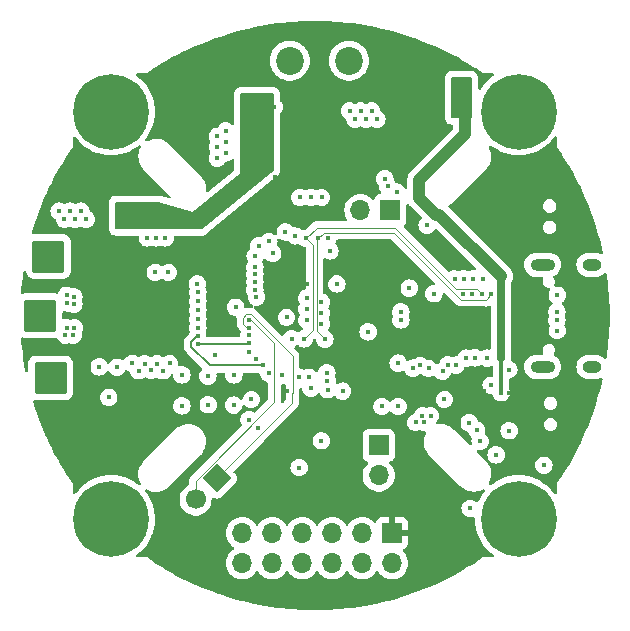
<source format=gbr>
%TF.GenerationSoftware,KiCad,Pcbnew,7.0.9*%
%TF.CreationDate,2024-02-12T03:50:36+01:00*%
%TF.ProjectId,MTR_Tiny_MD,4d54525f-5469-46e7-995f-4d442e6b6963,rev?*%
%TF.SameCoordinates,Original*%
%TF.FileFunction,Copper,L5,Inr*%
%TF.FilePolarity,Positive*%
%FSLAX46Y46*%
G04 Gerber Fmt 4.6, Leading zero omitted, Abs format (unit mm)*
G04 Created by KiCad (PCBNEW 7.0.9) date 2024-02-12 03:50:36*
%MOMM*%
%LPD*%
G01*
G04 APERTURE LIST*
G04 Aperture macros list*
%AMRoundRect*
0 Rectangle with rounded corners*
0 $1 Rounding radius*
0 $2 $3 $4 $5 $6 $7 $8 $9 X,Y pos of 4 corners*
0 Add a 4 corners polygon primitive as box body*
4,1,4,$2,$3,$4,$5,$6,$7,$8,$9,$2,$3,0*
0 Add four circle primitives for the rounded corners*
1,1,$1+$1,$2,$3*
1,1,$1+$1,$4,$5*
1,1,$1+$1,$6,$7*
1,1,$1+$1,$8,$9*
0 Add four rect primitives between the rounded corners*
20,1,$1+$1,$2,$3,$4,$5,0*
20,1,$1+$1,$4,$5,$6,$7,0*
20,1,$1+$1,$6,$7,$8,$9,0*
20,1,$1+$1,$8,$9,$2,$3,0*%
%AMHorizOval*
0 Thick line with rounded ends*
0 $1 width*
0 $2 $3 position (X,Y) of the first rounded end (center of the circle)*
0 $4 $5 position (X,Y) of the second rounded end (center of the circle)*
0 Add line between two ends*
20,1,$1,$2,$3,$4,$5,0*
0 Add two circle primitives to create the rounded ends*
1,1,$1,$2,$3*
1,1,$1,$4,$5*%
%AMRotRect*
0 Rectangle, with rotation*
0 The origin of the aperture is its center*
0 $1 length*
0 $2 width*
0 $3 Rotation angle, in degrees counterclockwise*
0 Add horizontal line*
21,1,$1,$2,0,0,$3*%
G04 Aperture macros list end*
%TA.AperFunction,NonConductor*%
%ADD10C,0.200000*%
%TD*%
%TA.AperFunction,ComponentPad*%
%ADD11R,1.700000X1.700000*%
%TD*%
%TA.AperFunction,ComponentPad*%
%ADD12O,1.700000X1.700000*%
%TD*%
%TA.AperFunction,ComponentPad*%
%ADD13RoundRect,0.165000X1.210000X-1.210000X1.210000X1.210000X-1.210000X1.210000X-1.210000X-1.210000X0*%
%TD*%
%TA.AperFunction,ComponentPad*%
%ADD14C,0.800000*%
%TD*%
%TA.AperFunction,ComponentPad*%
%ADD15C,6.400000*%
%TD*%
%TA.AperFunction,ComponentPad*%
%ADD16C,2.362200*%
%TD*%
%TA.AperFunction,ComponentPad*%
%ADD17O,2.100000X1.000000*%
%TD*%
%TA.AperFunction,ComponentPad*%
%ADD18O,1.600000X1.000000*%
%TD*%
%TA.AperFunction,ComponentPad*%
%ADD19RotRect,1.700000X1.700000X315.000000*%
%TD*%
%TA.AperFunction,ComponentPad*%
%ADD20HorizOval,1.700000X0.000000X0.000000X0.000000X0.000000X0*%
%TD*%
%TA.AperFunction,ViaPad*%
%ADD21C,0.450000*%
%TD*%
%TA.AperFunction,Conductor*%
%ADD22C,0.100000*%
%TD*%
%TA.AperFunction,Conductor*%
%ADD23C,0.200000*%
%TD*%
%TA.AperFunction,Conductor*%
%ADD24C,0.300000*%
%TD*%
%TA.AperFunction,Conductor*%
%ADD25C,1.000000*%
%TD*%
%TA.AperFunction,Conductor*%
%ADD26C,0.700000*%
%TD*%
G04 APERTURE END LIST*
D10*
X116600000Y-79950000D02*
X118225000Y-79950000D01*
X118225000Y-83250000D01*
X116600000Y-83250000D01*
X116600000Y-79950000D01*
%TA.AperFunction,NonConductor*%
G36*
X116600000Y-79950000D02*
G01*
X118225000Y-79950000D01*
X118225000Y-83250000D01*
X116600000Y-83250000D01*
X116600000Y-79950000D01*
G37*
%TD.AperFunction*%
X101425000Y-87725000D02*
X95450000Y-92650000D01*
X88150000Y-92650000D01*
X88150000Y-90475000D01*
X91750000Y-90475000D01*
X94725000Y-91325000D01*
X98775000Y-88050000D01*
X98775000Y-81300000D01*
X101425000Y-81300000D01*
X101425000Y-87725000D01*
%TA.AperFunction,NonConductor*%
G36*
X101425000Y-87725000D02*
G01*
X95450000Y-92650000D01*
X88150000Y-92650000D01*
X88150000Y-90475000D01*
X91750000Y-90475000D01*
X94725000Y-91325000D01*
X98775000Y-88050000D01*
X98775000Y-81300000D01*
X101425000Y-81300000D01*
X101425000Y-87725000D01*
G37*
%TD.AperFunction*%
D11*
%TO.N,GND*%
%TO.C,J5*%
X110400000Y-111025000D03*
D12*
%TO.N,DOUT*%
X110400000Y-113565000D03*
%TD*%
D13*
%TO.N,OUTC*%
%TO.C,H12*%
X82620000Y-105310000D03*
%TD*%
D14*
%TO.N,GND*%
%TO.C,H1*%
X119850000Y-117250000D03*
X120552944Y-115552944D03*
X120552944Y-118947056D03*
X122250000Y-114850000D03*
D15*
X122250000Y-117250000D03*
D14*
X122250000Y-119650000D03*
X123947056Y-115552944D03*
X123947056Y-118947056D03*
X124650000Y-117250000D03*
%TD*%
%TO.N,GND*%
%TO.C,H3*%
X119850000Y-82750000D03*
X120552944Y-81052944D03*
X120552944Y-84447056D03*
X122250000Y-80350000D03*
D15*
X122250000Y-82750000D03*
D14*
X122250000Y-85150000D03*
X123947056Y-81052944D03*
X123947056Y-84447056D03*
X124650000Y-82750000D03*
%TD*%
%TO.N,GND*%
%TO.C,H8*%
X85350000Y-82750000D03*
X86052944Y-81052944D03*
X86052944Y-84447056D03*
X87750000Y-80350000D03*
D15*
X87750000Y-82750000D03*
D14*
X87750000Y-85150000D03*
X89447056Y-81052944D03*
X89447056Y-84447056D03*
X90150000Y-82750000D03*
%TD*%
%TO.N,GND*%
%TO.C,H9*%
X85350000Y-117250000D03*
X86052944Y-115552944D03*
X86052944Y-118947056D03*
X87750000Y-114850000D03*
D15*
X87750000Y-117250000D03*
D14*
X87750000Y-119650000D03*
X89447056Y-115552944D03*
X89447056Y-118947056D03*
X90150000Y-117250000D03*
%TD*%
D16*
%TO.N,/VM*%
%TO.C,J6*%
X107890000Y-78450000D03*
%TO.N,GND*%
X102890000Y-78450000D03*
%TD*%
D17*
%TO.N,unconnected-(J1-SHIELD-PadS1)*%
%TO.C,J1*%
X124280000Y-104370000D03*
D18*
X128460000Y-104370000D03*
D17*
X124280000Y-95730000D03*
D18*
X128460000Y-95730000D03*
%TD*%
D19*
%TO.N,SWD*%
%TO.C,J3*%
X96700000Y-113800000D03*
D20*
%TO.N,SWCLK*%
X94903949Y-115596051D03*
%TD*%
D11*
%TO.N,3V3_BUCK*%
%TO.C,J2*%
X111540000Y-118450000D03*
D12*
%TO.N,GND*%
X111540000Y-120990000D03*
%TO.N,GPIO23*%
X109000000Y-118450000D03*
%TO.N,GPIO21*%
X109000000Y-120990000D03*
%TO.N,+VBUS_OUT*%
X106460000Y-118450000D03*
%TO.N,GPIO20*%
X106460000Y-120990000D03*
%TO.N,GPIO25*%
X103920000Y-118450000D03*
%TO.N,GPIO2*%
X103920000Y-120990000D03*
%TO.N,GPIO24*%
X101380000Y-118450000D03*
%TO.N,GPIO3*%
X101380000Y-120990000D03*
%TO.N,GPIO22*%
X98840000Y-118450000D03*
%TO.N,GPIO9*%
X98840000Y-120990000D03*
%TD*%
D13*
%TO.N,OUTB*%
%TO.C,H11*%
X81740000Y-100030000D03*
%TD*%
%TO.N,OUTA*%
%TO.C,H10*%
X82440000Y-95030000D03*
%TD*%
D11*
%TO.N,UART_TX*%
%TO.C,J4*%
X111400000Y-91100000D03*
D12*
%TO.N,UART_RX*%
X108860000Y-91100000D03*
%TD*%
D21*
%TO.N,+1V1*%
X102600000Y-100175000D03*
X98300000Y-99325000D03*
X109507082Y-101412452D03*
%TO.N,3V3_BUCK*%
X108775000Y-93900000D03*
X103000000Y-88975000D03*
X109225000Y-94600000D03*
X112725000Y-85850000D03*
X109225000Y-103250000D03*
X108300000Y-103250000D03*
X121425000Y-106575000D03*
X110200000Y-103300000D03*
X112725000Y-86775000D03*
X104275000Y-92450000D03*
X121450000Y-108500000D03*
X114450000Y-93305000D03*
X110600000Y-103950000D03*
X108300000Y-94600000D03*
X113425000Y-84475000D03*
X95800000Y-81625000D03*
X103550000Y-92450000D03*
X88575000Y-106900000D03*
X103775000Y-109925000D03*
X113425000Y-86325000D03*
X98300000Y-98403750D03*
X103750000Y-110675000D03*
X119300469Y-106449000D03*
X120975000Y-87350000D03*
X113425000Y-85400000D03*
X103750000Y-111375000D03*
X104365000Y-97347100D03*
X103095000Y-97347100D03*
X102650000Y-106400000D03*
X101625000Y-88275000D03*
X108750000Y-103950000D03*
X109675000Y-103950000D03*
X102075000Y-88975000D03*
X102550000Y-88275000D03*
X107850000Y-93900000D03*
X112725000Y-84925000D03*
%TO.N,Current_A*%
X95050000Y-97350000D03*
X93750000Y-105050000D03*
%TO.N,Current_B*%
X95950000Y-105150000D03*
X95096127Y-98045630D03*
%TO.N,Current_C*%
X95091757Y-98791757D03*
X98150000Y-105050000D03*
%TO.N,VREF*%
X95100000Y-99550000D03*
X107349500Y-106425000D03*
X96545878Y-103354122D03*
%TO.N,DOUT*%
X103675000Y-112900000D03*
%TO.N,GPIO25*%
X105550000Y-110625000D03*
%TO.N,USB_D+*%
X125500000Y-99700000D03*
X112280000Y-99700000D03*
%TO.N,USB_D-*%
X125500000Y-100400000D03*
X112280000Y-100400000D03*
%TO.N,GPIO24*%
X104665322Y-106162026D03*
%TO.N,GPIO22*%
X103674500Y-105250000D03*
%TO.N,GPIO9*%
X101435523Y-94764477D03*
%TO.N,GPIO3*%
X106100000Y-93500000D03*
%TO.N,GPIO2*%
X106275500Y-94550000D03*
%TO.N,GPIO20*%
X101100000Y-104900000D03*
%TO.N,GPIO21*%
X102250000Y-105100000D03*
%TO.N,SWD*%
X99413337Y-101053153D03*
%TO.N,SWCLK*%
X99403721Y-100403722D03*
%TO.N,RUN*%
X118150000Y-116350000D03*
X120350000Y-111825000D03*
X99398827Y-101702494D03*
%TO.N,nFAULT*%
X102500000Y-92950000D03*
X87550000Y-106950000D03*
%TO.N,I2C_SDA*%
X105850000Y-102025000D03*
X105300000Y-93500000D03*
X119925000Y-98224500D03*
X111950000Y-89575000D03*
%TO.N,I2C_SCL*%
X119175000Y-98224500D03*
X111161833Y-89081555D03*
X104100000Y-102000000D03*
X104250000Y-93500000D03*
%TO.N,nSLEEP*%
X88250000Y-104400000D03*
X103360523Y-93289477D03*
%TO.N,DRVOFF*%
X101100000Y-93750000D03*
X86750000Y-104375000D03*
%TO.N,INLC*%
X92699000Y-104081112D03*
X100250000Y-94100000D03*
%TO.N,INHC*%
X92125000Y-104700000D03*
X99950000Y-95000000D03*
%TO.N,INLB*%
X91649500Y-104100000D03*
X99924500Y-95890475D03*
%TO.N,INHB*%
X91125000Y-104675000D03*
X99924500Y-96539978D03*
%TO.N,INLA*%
X99924500Y-97189481D03*
X90600000Y-104100000D03*
%TO.N,INHA*%
X99924500Y-97838984D03*
X90075000Y-104700000D03*
%TO.N,SPI_MISO*%
X95075000Y-102475000D03*
X99400004Y-102351995D03*
%TO.N,SPI_SS*%
X95100000Y-100300000D03*
X99450000Y-103100000D03*
%TO.N,SPI_SCK*%
X95100000Y-101050000D03*
X100050000Y-103700000D03*
%TO.N,SPI_MOSI*%
X100600000Y-104250000D03*
X95075000Y-101775000D03*
%TO.N,DIR_Pin*%
X103025000Y-101975000D03*
%TO.N,GPIO23*%
X104500000Y-105250000D03*
X124400000Y-112700000D03*
%TO.N,Net-(U1-GPIO26_ADC0)*%
X106024500Y-104850000D03*
X93750000Y-107675000D03*
%TO.N,Net-(U1-GPIO27_ADC1)*%
X106062250Y-105553151D03*
X95975000Y-107575000D03*
%TO.N,Net-(U1-GPIO28_ADC2)*%
X98125000Y-107600000D03*
X106100000Y-106300000D03*
%TO.N,+VBUS_OUT*%
X114105885Y-108505885D03*
X113524500Y-109075000D03*
X114225000Y-109075000D03*
X114796947Y-108505885D03*
%TO.N,VBUS_MIN*%
X115816207Y-104735585D03*
%TO.N,ISNK_FINE*%
X119603575Y-103625500D03*
X119000000Y-110675000D03*
%TO.N,ALIM*%
X99275000Y-81675000D03*
X99725000Y-82375000D03*
X89100000Y-91900000D03*
X101575000Y-82375000D03*
X101125000Y-81675000D03*
X88650000Y-91200000D03*
X100200000Y-81675000D03*
X100650000Y-82375000D03*
X117725000Y-81475000D03*
X117725000Y-82400000D03*
X90025000Y-91900000D03*
X117025000Y-81925000D03*
X89575000Y-91200000D03*
X117025000Y-81000000D03*
X120775709Y-106558511D03*
X90950000Y-91900000D03*
X117025000Y-82850000D03*
X90500000Y-91200000D03*
X117725000Y-80550000D03*
%TO.N,+VBUS_FET_EN*%
X116927796Y-104214207D03*
X119925500Y-105924500D03*
%TO.N,GATE*%
X118686622Y-109711622D03*
X113908148Y-104246945D03*
%TO.N,SAFE_PWR_EN*%
X117825000Y-103625500D03*
%TO.N,SOURCE*%
X112050000Y-107725000D03*
X114625000Y-104500000D03*
%TO.N,/CC1*%
X117575081Y-98224500D03*
X125525000Y-101300000D03*
%TO.N,/CC2*%
X118302241Y-98224500D03*
X125525000Y-98300000D03*
%TO.N,GND*%
X84600000Y-98425000D03*
X103725000Y-90025000D03*
X104650000Y-90025000D03*
X97450000Y-85325000D03*
X110675000Y-107725000D03*
X84725000Y-91875000D03*
X115965500Y-107124500D03*
X96750000Y-84850000D03*
X92325000Y-93450000D03*
X108400000Y-83400000D03*
X105550000Y-98900000D03*
X99423819Y-108849500D03*
X113000000Y-97700000D03*
X104325000Y-99475000D03*
X96750000Y-86700000D03*
X107950000Y-82700000D03*
X100150000Y-109550000D03*
X89534311Y-104075626D03*
X112050000Y-104050000D03*
X84600000Y-99075000D03*
X108875000Y-82700000D03*
X105550000Y-100750000D03*
X84650000Y-101050000D03*
X85650000Y-91875000D03*
X110925000Y-88450000D03*
X84525000Y-101675000D03*
X105575000Y-90025000D03*
X106875000Y-97350000D03*
X83875000Y-101675000D03*
X96750000Y-85775000D03*
X100053721Y-98475500D03*
X105550000Y-99825000D03*
X90825000Y-93449500D03*
X83800000Y-91875000D03*
X92594990Y-96369990D03*
X97450000Y-84400000D03*
X83350000Y-91175000D03*
X84275000Y-91175000D03*
X110250000Y-83400000D03*
X85200000Y-91175000D03*
X104325000Y-98550000D03*
X115075000Y-98175000D03*
X104325000Y-100400000D03*
X109800000Y-82700000D03*
X91575000Y-93450000D03*
X114500000Y-92375000D03*
X84000000Y-101050000D03*
X99625000Y-107125500D03*
X83975000Y-98950000D03*
X83975000Y-98300000D03*
X121450000Y-109775000D03*
X91491622Y-96366622D03*
X97450000Y-86250000D03*
X109325000Y-83400000D03*
%TO.N,ISNK_COARSE*%
X121425000Y-104600000D03*
X118544319Y-103614638D03*
%TO.N,VBUS_MAX*%
X116278490Y-104198242D03*
%TO.N,+VBUS*%
X118425000Y-96924500D03*
X117650000Y-96924500D03*
X119250000Y-96925000D03*
X116825000Y-96924000D03*
%TO.N,DRAIN_1*%
X118075000Y-109100000D03*
X113300000Y-104475000D03*
%TD*%
D22*
%TO.N,SWD*%
X103100000Y-107400000D02*
X103100000Y-106621752D01*
X103125000Y-106596752D02*
X103125000Y-103453249D01*
X98928721Y-100703721D02*
X99278153Y-101053153D01*
X96700000Y-113800000D02*
X103100000Y-107400000D01*
X99600473Y-99928722D02*
X99206969Y-99928722D01*
X99278153Y-101053153D02*
X99413337Y-101053153D01*
X98928721Y-100206970D02*
X98928721Y-100703721D01*
X99206969Y-99928722D02*
X98928721Y-100206970D01*
X103100000Y-106621752D02*
X103125000Y-106596752D01*
X103125000Y-103453249D02*
X99600473Y-99928722D01*
%TO.N,SWCLK*%
X101575000Y-102375000D02*
X99603722Y-100403722D01*
X94903949Y-114040415D02*
X101575000Y-107369364D01*
X94903949Y-115596051D02*
X94903949Y-114040415D01*
X99603722Y-100403722D02*
X99403721Y-100403722D01*
X101575000Y-107369364D02*
X101575000Y-102375000D01*
%TO.N,I2C_SDA*%
X105140000Y-101315000D02*
X105140000Y-93660000D01*
X117378829Y-98700000D02*
X119449500Y-98700000D01*
X105775000Y-93025000D02*
X111703829Y-93025000D01*
X105140000Y-93660000D02*
X105300000Y-93500000D01*
X105300000Y-93500000D02*
X105775000Y-93025000D01*
X119449500Y-98700000D02*
X119925000Y-98224500D01*
X105850000Y-102025000D02*
X105140000Y-101315000D01*
X111703829Y-93025000D02*
X117378829Y-98700000D01*
%TO.N,I2C_SCL*%
X118700000Y-97749500D02*
X119175000Y-98224500D01*
X105178248Y-92571752D02*
X111801000Y-92571752D01*
X104840000Y-101260000D02*
X104840000Y-94090000D01*
X111801000Y-92571752D02*
X116978748Y-97749500D01*
X104250000Y-93500000D02*
X105178248Y-92571752D01*
X104100000Y-102000000D02*
X104840000Y-101260000D01*
X116978748Y-97749500D02*
X118700000Y-97749500D01*
X104840000Y-94090000D02*
X104250000Y-93500000D01*
D23*
%TO.N,SPI_MISO*%
X99276999Y-102475000D02*
X99400004Y-102351995D01*
X95075000Y-102475000D02*
X99276999Y-102475000D01*
%TO.N,SPI_MOSI*%
X95032537Y-101775000D02*
X94550000Y-102257537D01*
X96107537Y-104250000D02*
X100600000Y-104250000D01*
X94550000Y-102692463D02*
X96107537Y-104250000D01*
X95075000Y-101775000D02*
X95032537Y-101775000D01*
X94550000Y-102257537D02*
X94550000Y-102692463D01*
%TO.N,ALIM*%
X100150000Y-82875000D02*
X100650000Y-82375000D01*
D24*
X120775709Y-106558511D02*
X120775709Y-103649291D01*
D23*
X100150000Y-87950000D02*
X100150000Y-82875000D01*
D25*
X113846969Y-88519749D02*
X117725000Y-84641718D01*
X120775709Y-96709737D02*
X115550000Y-91484028D01*
X115266170Y-91484028D02*
X113846969Y-90064827D01*
X113846969Y-90064827D02*
X113846969Y-88519749D01*
D23*
X96200000Y-91900000D02*
X100150000Y-87950000D01*
X90950000Y-91900000D02*
X96200000Y-91900000D01*
D26*
X120775709Y-103649291D02*
X120775000Y-103650000D01*
X120775709Y-103649291D02*
X120775709Y-96709737D01*
X115550000Y-91484028D02*
X115266170Y-91484028D01*
D25*
X117725000Y-84641718D02*
X117725000Y-80550000D01*
%TD*%
%TA.AperFunction,Conductor*%
%TO.N,3V3_BUCK*%
G36*
X105731344Y-75092763D02*
G01*
X106253709Y-75113054D01*
X106722801Y-75141317D01*
X107244218Y-75181886D01*
X107597524Y-75217441D01*
X107711451Y-75228906D01*
X108231275Y-75289726D01*
X108695656Y-75355363D01*
X109213410Y-75436422D01*
X109642886Y-75514811D01*
X109674061Y-75520501D01*
X110188973Y-75621731D01*
X110644886Y-75723994D01*
X111156528Y-75845382D01*
X111605685Y-75965238D01*
X111606662Y-75965499D01*
X112114559Y-76107031D01*
X112557759Y-76244561D01*
X112970941Y-76377186D01*
X113061528Y-76406263D01*
X113496370Y-76560574D01*
X113996059Y-76742645D01*
X114420953Y-76912908D01*
X114916548Y-77115608D01*
X115182106Y-77234595D01*
X115329458Y-77300618D01*
X115821675Y-77524613D01*
X116161279Y-77693446D01*
X116219196Y-77722240D01*
X116709980Y-77969010D01*
X117085388Y-78174818D01*
X117580078Y-78448105D01*
X117843908Y-78606826D01*
X117915598Y-78649955D01*
X118411188Y-78949416D01*
X118430641Y-78961170D01*
X118603493Y-79074842D01*
X119238448Y-79492992D01*
X119238845Y-79493253D01*
X119249253Y-79501728D01*
X119262699Y-79500500D01*
X120019325Y-79500500D01*
X120087446Y-79520502D01*
X120133939Y-79574158D01*
X120144043Y-79644432D01*
X120114549Y-79709012D01*
X120087950Y-79732172D01*
X120067208Y-79745641D01*
X120067200Y-79745647D01*
X119765137Y-79990253D01*
X119765122Y-79990267D01*
X119490267Y-80265122D01*
X119490253Y-80265137D01*
X119245647Y-80567200D01*
X119245645Y-80567204D01*
X119065173Y-80845107D01*
X119011296Y-80891344D01*
X118940975Y-80901114D01*
X118876535Y-80871314D01*
X118838436Y-80811406D01*
X118833500Y-80776483D01*
X118833500Y-79994018D01*
X118834040Y-79985786D01*
X118838751Y-79950000D01*
X118838751Y-79949999D01*
X118817838Y-79791151D01*
X118811019Y-79774687D01*
X118756524Y-79643125D01*
X118729552Y-79607975D01*
X118658988Y-79516014D01*
X118637952Y-79499872D01*
X118531882Y-79418480D01*
X118531874Y-79418475D01*
X118383848Y-79357161D01*
X118225000Y-79336249D01*
X118224999Y-79336249D01*
X118189214Y-79340960D01*
X118180982Y-79341500D01*
X116644018Y-79341500D01*
X116635786Y-79340960D01*
X116600001Y-79336249D01*
X116600000Y-79336249D01*
X116560115Y-79341500D01*
X116544454Y-79343561D01*
X116441151Y-79357161D01*
X116293126Y-79418475D01*
X116293118Y-79418480D01*
X116166014Y-79516011D01*
X116068477Y-79643121D01*
X116007161Y-79791151D01*
X115986249Y-79949999D01*
X115986249Y-79950000D01*
X115990960Y-79985786D01*
X115991500Y-79994018D01*
X115991500Y-83205981D01*
X115990960Y-83214213D01*
X115986249Y-83249999D01*
X115991500Y-83289884D01*
X116007161Y-83408848D01*
X116068475Y-83556873D01*
X116068480Y-83556881D01*
X116149033Y-83661859D01*
X116166013Y-83683987D01*
X116293124Y-83781524D01*
X116441150Y-83842838D01*
X116600000Y-83863751D01*
X116600001Y-83863750D01*
X116606946Y-83864665D01*
X116671873Y-83893387D01*
X116710965Y-83952652D01*
X116716500Y-83989587D01*
X116716500Y-84171793D01*
X116696498Y-84239914D01*
X116679595Y-84260888D01*
X113171084Y-87769399D01*
X113166501Y-87773553D01*
X113130401Y-87803179D01*
X113004374Y-87956744D01*
X112923072Y-88108851D01*
X112910728Y-88131943D01*
X112910727Y-88131945D01*
X112853060Y-88322044D01*
X112853058Y-88322056D01*
X112833589Y-88519744D01*
X112833589Y-88519751D01*
X112838165Y-88566213D01*
X112838469Y-88572392D01*
X112838469Y-89172958D01*
X112818467Y-89241079D01*
X112764811Y-89287572D01*
X112694537Y-89297676D01*
X112629957Y-89268182D01*
X112605782Y-89239994D01*
X112527102Y-89114777D01*
X112527100Y-89114774D01*
X112410223Y-88997897D01*
X112270269Y-88909959D01*
X112270267Y-88909958D01*
X112150389Y-88868011D01*
X112114252Y-88855366D01*
X111950000Y-88836859D01*
X111949998Y-88836859D01*
X111949997Y-88836859D01*
X111942924Y-88836859D01*
X111942924Y-88833772D01*
X111886411Y-88823756D01*
X111834300Y-88775538D01*
X111828939Y-88765575D01*
X111826876Y-88761292D01*
X111826875Y-88761288D01*
X111758393Y-88652299D01*
X111738935Y-88621331D01*
X111696373Y-88578769D01*
X111662347Y-88516457D01*
X111660260Y-88475566D01*
X111663141Y-88450000D01*
X111644634Y-88285748D01*
X111590042Y-88129733D01*
X111528552Y-88031872D01*
X111502102Y-87989776D01*
X111385223Y-87872897D01*
X111245269Y-87784959D01*
X111245267Y-87784958D01*
X111089252Y-87730366D01*
X110925000Y-87711859D01*
X110760748Y-87730366D01*
X110760745Y-87730366D01*
X110760745Y-87730367D01*
X110604732Y-87784958D01*
X110604730Y-87784959D01*
X110464776Y-87872897D01*
X110347897Y-87989776D01*
X110259959Y-88129730D01*
X110259958Y-88129732D01*
X110211119Y-88269307D01*
X110205366Y-88285748D01*
X110186859Y-88450000D01*
X110205366Y-88614252D01*
X110218679Y-88652299D01*
X110259958Y-88770267D01*
X110259959Y-88770269D01*
X110347897Y-88910223D01*
X110390459Y-88952785D01*
X110424485Y-89015097D01*
X110426572Y-89055983D01*
X110423692Y-89081551D01*
X110423692Y-89081555D01*
X110442199Y-89245807D01*
X110456564Y-89286859D01*
X110496791Y-89401822D01*
X110496792Y-89401824D01*
X110588495Y-89547769D01*
X110586321Y-89549134D01*
X110608673Y-89603874D01*
X110595716Y-89673678D01*
X110547077Y-89725396D01*
X110496798Y-89741990D01*
X110440802Y-89748010D01*
X110440795Y-89748011D01*
X110303797Y-89799110D01*
X110303792Y-89799112D01*
X110186738Y-89886738D01*
X110099112Y-90003792D01*
X110099111Y-90003795D01*
X110055000Y-90122058D01*
X110012453Y-90178893D01*
X109945932Y-90203703D01*
X109876558Y-90188611D01*
X109844246Y-90163363D01*
X109783240Y-90097094D01*
X109783239Y-90097093D01*
X109783237Y-90097091D01*
X109680149Y-90016854D01*
X109605576Y-89958811D01*
X109407574Y-89851658D01*
X109407572Y-89851657D01*
X109407571Y-89851656D01*
X109194639Y-89778557D01*
X109194630Y-89778555D01*
X109150476Y-89771187D01*
X108972569Y-89741500D01*
X108747431Y-89741500D01*
X108599211Y-89766233D01*
X108525369Y-89778555D01*
X108525360Y-89778557D01*
X108312428Y-89851656D01*
X108312426Y-89851658D01*
X108114426Y-89958810D01*
X108114424Y-89958811D01*
X107936762Y-90097091D01*
X107784279Y-90262729D01*
X107784275Y-90262734D01*
X107661141Y-90451206D01*
X107570703Y-90657386D01*
X107570702Y-90657387D01*
X107515437Y-90875624D01*
X107515436Y-90875630D01*
X107515436Y-90875632D01*
X107496844Y-91100000D01*
X107514302Y-91310687D01*
X107515437Y-91324375D01*
X107570702Y-91542612D01*
X107570703Y-91542613D01*
X107661141Y-91748793D01*
X107706576Y-91818337D01*
X107727089Y-91886306D01*
X107707600Y-91954575D01*
X107654295Y-92001469D01*
X107601093Y-92013252D01*
X105187786Y-92013252D01*
X105120596Y-92010957D01*
X105076975Y-92021586D01*
X105070637Y-92022790D01*
X105063447Y-92023778D01*
X105026153Y-92028905D01*
X105026151Y-92028905D01*
X105026150Y-92028906D01*
X105009467Y-92036152D01*
X104989111Y-92042997D01*
X104971434Y-92047305D01*
X104932295Y-92069311D01*
X104926518Y-92072180D01*
X104885335Y-92090069D01*
X104885330Y-92090072D01*
X104871221Y-92101551D01*
X104853463Y-92113637D01*
X104837611Y-92122550D01*
X104805856Y-92154303D01*
X104801067Y-92158625D01*
X104766239Y-92186960D01*
X104766234Y-92186965D01*
X104755746Y-92201823D01*
X104741908Y-92218251D01*
X104222913Y-92737247D01*
X104160600Y-92771272D01*
X104147930Y-92773359D01*
X104085748Y-92780366D01*
X104085742Y-92780367D01*
X104014533Y-92805285D01*
X103943628Y-92808904D01*
X103883823Y-92775451D01*
X103820746Y-92712374D01*
X103680792Y-92624436D01*
X103680790Y-92624435D01*
X103651577Y-92614213D01*
X103524775Y-92569843D01*
X103360523Y-92551336D01*
X103360522Y-92551336D01*
X103339238Y-92553734D01*
X103210634Y-92568224D01*
X103140705Y-92555976D01*
X103089841Y-92510051D01*
X103077102Y-92489777D01*
X103077100Y-92489774D01*
X102960223Y-92372897D01*
X102820269Y-92284959D01*
X102820267Y-92284958D01*
X102748255Y-92259760D01*
X102664252Y-92230366D01*
X102500000Y-92211859D01*
X102335748Y-92230366D01*
X102335745Y-92230366D01*
X102335745Y-92230367D01*
X102179732Y-92284958D01*
X102179730Y-92284959D01*
X102039776Y-92372897D01*
X101922897Y-92489776D01*
X101834959Y-92629730D01*
X101834958Y-92629732D01*
X101806040Y-92712375D01*
X101780366Y-92785748D01*
X101761859Y-92950000D01*
X101773430Y-93052698D01*
X101775450Y-93070618D01*
X101763201Y-93140550D01*
X101715088Y-93192758D01*
X101646387Y-93210667D01*
X101578910Y-93188590D01*
X101561147Y-93173821D01*
X101560223Y-93172897D01*
X101420269Y-93084959D01*
X101420267Y-93084958D01*
X101400788Y-93078142D01*
X101264252Y-93030366D01*
X101100000Y-93011859D01*
X100935748Y-93030366D01*
X100935745Y-93030366D01*
X100935745Y-93030367D01*
X100779732Y-93084958D01*
X100779730Y-93084959D01*
X100639776Y-93172897D01*
X100522901Y-93289772D01*
X100504677Y-93318775D01*
X100451497Y-93365811D01*
X100383884Y-93376944D01*
X100250000Y-93361859D01*
X100085748Y-93380366D01*
X100085745Y-93380366D01*
X100085745Y-93380367D01*
X99929732Y-93434958D01*
X99929730Y-93434959D01*
X99789776Y-93522897D01*
X99672897Y-93639776D01*
X99584959Y-93779730D01*
X99584958Y-93779732D01*
X99537888Y-93914252D01*
X99530366Y-93935748D01*
X99511859Y-94100000D01*
X99530366Y-94264252D01*
X99530366Y-94264254D01*
X99530367Y-94264255D01*
X99530367Y-94264256D01*
X99535385Y-94278597D01*
X99539003Y-94349501D01*
X99503712Y-94411105D01*
X99495021Y-94418714D01*
X99489779Y-94422894D01*
X99372897Y-94539776D01*
X99284959Y-94679730D01*
X99284958Y-94679732D01*
X99237679Y-94814848D01*
X99230366Y-94835748D01*
X99211859Y-95000000D01*
X99230366Y-95164252D01*
X99242603Y-95199224D01*
X99284957Y-95320266D01*
X99308610Y-95357909D01*
X99327916Y-95426230D01*
X99308611Y-95491980D01*
X99259458Y-95570207D01*
X99213489Y-95701580D01*
X99204866Y-95726223D01*
X99186359Y-95890475D01*
X99204866Y-96054727D01*
X99204867Y-96054729D01*
X99246465Y-96173611D01*
X99250084Y-96244515D01*
X99246467Y-96256834D01*
X99204866Y-96375726D01*
X99186359Y-96539978D01*
X99204866Y-96704230D01*
X99206792Y-96709733D01*
X99246465Y-96823114D01*
X99250084Y-96894018D01*
X99246467Y-96906337D01*
X99204866Y-97025229D01*
X99186359Y-97189481D01*
X99204866Y-97353733D01*
X99213964Y-97379733D01*
X99246465Y-97472617D01*
X99250084Y-97543521D01*
X99246467Y-97555840D01*
X99204866Y-97674732D01*
X99186359Y-97838984D01*
X99204866Y-98003236D01*
X99210826Y-98020269D01*
X99258051Y-98155232D01*
X99259458Y-98159251D01*
X99291271Y-98209882D01*
X99313804Y-98245743D01*
X99333109Y-98314064D01*
X99332324Y-98326885D01*
X99319789Y-98438141D01*
X99315580Y-98475500D01*
X99334087Y-98639752D01*
X99387227Y-98791616D01*
X99388679Y-98795767D01*
X99388680Y-98795769D01*
X99476618Y-98935723D01*
X99593495Y-99052600D01*
X99593498Y-99052602D01*
X99728667Y-99137535D01*
X99775705Y-99190714D01*
X99786525Y-99260881D01*
X99757692Y-99325759D01*
X99698360Y-99364750D01*
X99661631Y-99370222D01*
X99632341Y-99370222D01*
X99625893Y-99369891D01*
X99581227Y-99365298D01*
X99563299Y-99368390D01*
X99541891Y-99370222D01*
X99216507Y-99370222D01*
X99211272Y-99370043D01*
X99151290Y-99367994D01*
X99083892Y-99345677D01*
X99039259Y-99290465D01*
X99030386Y-99256181D01*
X99019634Y-99160748D01*
X98965042Y-99004733D01*
X98907491Y-98913141D01*
X98877102Y-98864776D01*
X98760223Y-98747897D01*
X98620269Y-98659959D01*
X98620267Y-98659958D01*
X98562527Y-98639754D01*
X98464252Y-98605366D01*
X98300000Y-98586859D01*
X98135748Y-98605366D01*
X98135745Y-98605366D01*
X98135745Y-98605367D01*
X97979732Y-98659958D01*
X97979730Y-98659959D01*
X97839776Y-98747897D01*
X97722897Y-98864776D01*
X97634959Y-99004730D01*
X97634958Y-99004732D01*
X97587437Y-99140540D01*
X97580366Y-99160748D01*
X97561859Y-99325000D01*
X97580366Y-99489252D01*
X97587612Y-99509959D01*
X97634958Y-99645267D01*
X97634959Y-99645269D01*
X97722897Y-99785223D01*
X97839776Y-99902102D01*
X97900723Y-99940397D01*
X97979733Y-99990042D01*
X98135748Y-100044634D01*
X98257133Y-100058311D01*
X98322584Y-100085814D01*
X98362777Y-100144338D01*
X98368363Y-100196402D01*
X98365298Y-100226217D01*
X98368389Y-100244144D01*
X98370221Y-100265552D01*
X98370221Y-100694182D01*
X98367926Y-100761373D01*
X98378555Y-100804995D01*
X98379760Y-100811334D01*
X98385873Y-100855813D01*
X98385876Y-100855824D01*
X98393120Y-100872501D01*
X98399966Y-100892857D01*
X98404275Y-100910537D01*
X98404276Y-100910539D01*
X98426280Y-100949674D01*
X98429151Y-100955453D01*
X98447041Y-100996638D01*
X98458520Y-101010747D01*
X98470609Y-101028509D01*
X98479522Y-101044360D01*
X98511269Y-101076107D01*
X98515584Y-101080887D01*
X98524772Y-101092182D01*
X98543932Y-101115732D01*
X98543933Y-101115733D01*
X98558793Y-101126222D01*
X98575228Y-101140066D01*
X98695507Y-101260345D01*
X98725341Y-101307823D01*
X98728018Y-101315473D01*
X98731638Y-101386377D01*
X98728019Y-101398704D01*
X98679193Y-101538241D01*
X98660686Y-101702494D01*
X98663379Y-101726392D01*
X98651130Y-101796324D01*
X98603017Y-101848532D01*
X98538171Y-101866500D01*
X95936051Y-101866500D01*
X95867930Y-101846498D01*
X95821437Y-101792842D01*
X95810843Y-101754608D01*
X95808377Y-101732721D01*
X95794634Y-101610748D01*
X95750040Y-101483308D01*
X95746421Y-101412405D01*
X95762285Y-101374654D01*
X95765042Y-101370267D01*
X95819634Y-101214252D01*
X95838141Y-101050000D01*
X95819634Y-100885748D01*
X95765042Y-100729733D01*
X95765040Y-100729729D01*
X95765012Y-100729671D01*
X95765004Y-100729625D01*
X95762705Y-100723054D01*
X95763855Y-100722651D01*
X95753475Y-100659618D01*
X95763035Y-100627061D01*
X95762705Y-100626946D01*
X95764968Y-100620477D01*
X95765012Y-100620329D01*
X95765040Y-100620270D01*
X95765042Y-100620267D01*
X95819634Y-100464252D01*
X95838141Y-100300000D01*
X95819634Y-100135748D01*
X95765042Y-99979733D01*
X95765040Y-99979729D01*
X95765012Y-99979671D01*
X95765004Y-99979625D01*
X95762705Y-99973054D01*
X95763855Y-99972651D01*
X95753475Y-99909618D01*
X95763035Y-99877061D01*
X95762705Y-99876946D01*
X95764968Y-99870477D01*
X95765012Y-99870329D01*
X95765040Y-99870270D01*
X95765042Y-99870267D01*
X95819634Y-99714252D01*
X95838141Y-99550000D01*
X95819634Y-99385748D01*
X95765042Y-99229733D01*
X95765039Y-99229729D01*
X95761970Y-99223353D01*
X95763229Y-99222746D01*
X95746028Y-99161878D01*
X95755994Y-99119239D01*
X95754462Y-99118703D01*
X95765146Y-99088169D01*
X95811391Y-98956009D01*
X95829898Y-98791757D01*
X95811391Y-98627505D01*
X95756799Y-98471490D01*
X95754476Y-98464851D01*
X95750856Y-98393947D01*
X95759886Y-98368560D01*
X95761163Y-98365906D01*
X95761169Y-98365897D01*
X95815761Y-98209882D01*
X95834268Y-98045630D01*
X95815761Y-97881378D01*
X95761169Y-97725363D01*
X95761167Y-97725360D01*
X95761167Y-97725359D01*
X95751441Y-97709880D01*
X95732135Y-97641559D01*
X95739198Y-97601231D01*
X95769634Y-97514252D01*
X95788141Y-97350000D01*
X95769634Y-97185748D01*
X95715042Y-97029733D01*
X95701437Y-97008081D01*
X95627102Y-96889776D01*
X95510223Y-96772897D01*
X95370269Y-96684959D01*
X95370267Y-96684958D01*
X95294400Y-96658411D01*
X95214252Y-96630366D01*
X95050000Y-96611859D01*
X94885748Y-96630366D01*
X94885745Y-96630366D01*
X94885745Y-96630367D01*
X94729732Y-96684958D01*
X94729730Y-96684959D01*
X94589776Y-96772897D01*
X94472897Y-96889776D01*
X94384959Y-97029730D01*
X94384958Y-97029732D01*
X94352358Y-97122898D01*
X94330366Y-97185748D01*
X94311859Y-97350000D01*
X94330366Y-97514252D01*
X94347165Y-97562261D01*
X94380841Y-97658503D01*
X94384958Y-97670267D01*
X94394686Y-97685749D01*
X94413991Y-97754071D01*
X94406928Y-97794398D01*
X94376493Y-97881377D01*
X94371341Y-97927102D01*
X94357986Y-98045630D01*
X94376493Y-98209882D01*
X94376493Y-98209884D01*
X94376494Y-98209885D01*
X94433407Y-98372535D01*
X94437026Y-98443440D01*
X94428007Y-98468806D01*
X94426715Y-98471489D01*
X94399243Y-98550000D01*
X94372123Y-98627505D01*
X94353616Y-98791757D01*
X94372123Y-98956009D01*
X94399749Y-99034959D01*
X94426715Y-99112024D01*
X94429787Y-99118404D01*
X94428528Y-99119010D01*
X94445728Y-99179884D01*
X94435770Y-99222520D01*
X94437295Y-99223054D01*
X94387704Y-99364777D01*
X94380366Y-99385748D01*
X94361859Y-99550000D01*
X94380366Y-99714252D01*
X94403964Y-99781692D01*
X94434959Y-99870270D01*
X94434994Y-99870343D01*
X94435002Y-99870394D01*
X94437295Y-99876946D01*
X94436146Y-99877347D01*
X94446522Y-99940397D01*
X94436966Y-99972939D01*
X94437295Y-99973054D01*
X94435043Y-99979488D01*
X94434994Y-99979657D01*
X94434959Y-99979729D01*
X94395809Y-100091615D01*
X94380366Y-100135748D01*
X94361859Y-100300000D01*
X94380366Y-100464252D01*
X94415358Y-100564252D01*
X94434959Y-100620270D01*
X94434994Y-100620343D01*
X94435002Y-100620394D01*
X94437295Y-100626946D01*
X94436146Y-100627347D01*
X94446522Y-100690397D01*
X94436966Y-100722939D01*
X94437295Y-100723054D01*
X94435043Y-100729488D01*
X94434994Y-100729657D01*
X94434959Y-100729729D01*
X94386686Y-100867686D01*
X94380366Y-100885748D01*
X94362494Y-101044361D01*
X94361859Y-101050000D01*
X94380366Y-101214252D01*
X94424959Y-101341692D01*
X94428577Y-101412596D01*
X94412721Y-101450334D01*
X94409960Y-101454728D01*
X94409959Y-101454729D01*
X94375157Y-101554185D01*
X94345323Y-101601663D01*
X94150852Y-101796135D01*
X94144651Y-101801573D01*
X94116011Y-101823551D01*
X94090460Y-101856848D01*
X94090440Y-101856876D01*
X94018477Y-101950659D01*
X94018475Y-101950662D01*
X93957162Y-102098686D01*
X93957161Y-102098687D01*
X93955984Y-102107632D01*
X93955806Y-102108987D01*
X93941500Y-102217652D01*
X93941500Y-102217657D01*
X93941500Y-102217658D01*
X93936250Y-102257536D01*
X93936250Y-102257537D01*
X93940960Y-102293316D01*
X93941500Y-102301548D01*
X93941500Y-102648451D01*
X93940960Y-102656682D01*
X93936250Y-102692461D01*
X93936250Y-102692464D01*
X93936710Y-102695961D01*
X93941500Y-102732342D01*
X93941500Y-102732348D01*
X93948032Y-102781962D01*
X93950003Y-102796934D01*
X93957161Y-102851312D01*
X94018475Y-102999337D01*
X94018480Y-102999345D01*
X94056120Y-103048397D01*
X94091523Y-103094535D01*
X94091525Y-103094537D01*
X94113287Y-103122898D01*
X94116014Y-103126451D01*
X94144651Y-103148425D01*
X94150844Y-103153856D01*
X94844767Y-103847778D01*
X95440736Y-104443747D01*
X95474761Y-104506059D01*
X95469697Y-104576874D01*
X95440737Y-104621937D01*
X95372897Y-104689777D01*
X95284959Y-104829730D01*
X95284958Y-104829732D01*
X95231087Y-104983687D01*
X95230366Y-104985748D01*
X95211859Y-105150000D01*
X95230366Y-105314252D01*
X95282862Y-105464276D01*
X95284958Y-105470267D01*
X95284959Y-105470269D01*
X95372897Y-105610223D01*
X95489776Y-105727102D01*
X95586920Y-105788141D01*
X95629733Y-105815042D01*
X95785748Y-105869634D01*
X95950000Y-105888141D01*
X96114252Y-105869634D01*
X96270267Y-105815042D01*
X96410223Y-105727102D01*
X96466861Y-105670464D01*
X96527102Y-105610224D01*
X96527102Y-105610223D01*
X96555491Y-105565042D01*
X96615042Y-105470267D01*
X96669634Y-105314252D01*
X96688141Y-105150000D01*
X96671082Y-104998604D01*
X96683331Y-104928676D01*
X96731444Y-104876468D01*
X96796290Y-104858500D01*
X97292442Y-104858500D01*
X97360563Y-104878502D01*
X97407056Y-104932158D01*
X97417649Y-104998606D01*
X97411859Y-105050000D01*
X97430366Y-105214252D01*
X97474382Y-105340042D01*
X97484958Y-105370267D01*
X97484959Y-105370269D01*
X97572897Y-105510223D01*
X97689776Y-105627102D01*
X97727818Y-105651005D01*
X97829733Y-105715042D01*
X97985748Y-105769634D01*
X98150000Y-105788141D01*
X98314252Y-105769634D01*
X98470267Y-105715042D01*
X98610223Y-105627102D01*
X98727102Y-105510223D01*
X98815042Y-105370267D01*
X98869634Y-105214252D01*
X98888141Y-105050000D01*
X98882350Y-104998606D01*
X98894599Y-104928676D01*
X98942712Y-104876468D01*
X99007558Y-104858500D01*
X100153447Y-104858500D01*
X100220483Y-104877813D01*
X100255534Y-104899837D01*
X100279733Y-104915042D01*
X100292264Y-104919426D01*
X100349956Y-104960803D01*
X100375858Y-105024244D01*
X100380366Y-105064252D01*
X100380366Y-105064254D01*
X100380367Y-105064255D01*
X100434958Y-105220267D01*
X100434959Y-105220269D01*
X100522897Y-105360223D01*
X100639776Y-105477102D01*
X100758081Y-105551437D01*
X100779733Y-105565042D01*
X100932117Y-105618363D01*
X100989807Y-105659740D01*
X101015969Y-105725740D01*
X101016500Y-105737291D01*
X101016500Y-107085835D01*
X100996498Y-107153956D01*
X100979595Y-107174930D01*
X99953917Y-108200607D01*
X99891605Y-108234633D01*
X99820789Y-108229568D01*
X99797786Y-108218200D01*
X99745932Y-108185618D01*
X99744086Y-108184458D01*
X99744085Y-108184457D01*
X99744084Y-108184457D01*
X99603380Y-108135223D01*
X99588071Y-108129866D01*
X99423819Y-108111359D01*
X99259567Y-108129866D01*
X99259564Y-108129866D01*
X99259564Y-108129867D01*
X99103551Y-108184458D01*
X99103549Y-108184459D01*
X98963595Y-108272397D01*
X98846716Y-108389276D01*
X98758778Y-108529230D01*
X98758777Y-108529232D01*
X98709472Y-108670139D01*
X98704185Y-108685248D01*
X98685678Y-108849500D01*
X98704185Y-109013752D01*
X98718747Y-109055367D01*
X98746443Y-109134520D01*
X98758777Y-109169767D01*
X98783151Y-109208558D01*
X98792519Y-109223467D01*
X98811824Y-109291789D01*
X98791128Y-109359702D01*
X98774926Y-109379598D01*
X94515779Y-113638746D01*
X94466641Y-113684638D01*
X94443311Y-113722998D01*
X94439683Y-113728329D01*
X94412549Y-113764113D01*
X94412548Y-113764115D01*
X94405873Y-113781041D01*
X94396319Y-113800277D01*
X94386869Y-113815817D01*
X94378226Y-113846664D01*
X94375200Y-113857467D01*
X94374756Y-113859050D01*
X94372699Y-113865165D01*
X94356226Y-113906941D01*
X94356226Y-113906943D01*
X94354366Y-113925034D01*
X94350356Y-113946136D01*
X94345449Y-113963651D01*
X94345449Y-114008546D01*
X94345118Y-114014994D01*
X94340525Y-114059660D01*
X94343617Y-114077589D01*
X94345449Y-114098997D01*
X94345449Y-114278541D01*
X94325447Y-114346662D01*
X94279419Y-114389354D01*
X94158379Y-114454858D01*
X94158373Y-114454862D01*
X93980711Y-114593142D01*
X93828228Y-114758780D01*
X93828224Y-114758785D01*
X93705090Y-114947257D01*
X93614652Y-115153437D01*
X93614651Y-115153438D01*
X93559386Y-115371675D01*
X93559385Y-115371681D01*
X93559385Y-115371683D01*
X93540793Y-115596051D01*
X93555447Y-115772898D01*
X93559386Y-115820426D01*
X93614651Y-116038663D01*
X93614652Y-116038664D01*
X93614653Y-116038667D01*
X93679167Y-116185745D01*
X93705090Y-116244844D01*
X93828224Y-116433316D01*
X93828228Y-116433321D01*
X93980711Y-116598959D01*
X94035280Y-116641432D01*
X94158373Y-116737240D01*
X94356375Y-116844393D01*
X94356376Y-116844393D01*
X94356377Y-116844394D01*
X94407173Y-116861832D01*
X94569314Y-116917495D01*
X94791380Y-116954551D01*
X94791384Y-116954551D01*
X95016514Y-116954551D01*
X95016518Y-116954551D01*
X95238584Y-116917495D01*
X95451523Y-116844393D01*
X95649525Y-116737240D01*
X95827189Y-116598957D01*
X95979671Y-116433319D01*
X96102809Y-116244842D01*
X96193245Y-116038667D01*
X96248513Y-115820419D01*
X96267105Y-115596051D01*
X96264833Y-115568633D01*
X96279140Y-115499094D01*
X96328772Y-115448328D01*
X96397971Y-115432455D01*
X96442742Y-115443613D01*
X96555266Y-115495001D01*
X96700000Y-115515810D01*
X96844734Y-115495001D01*
X96977743Y-115434258D01*
X97025172Y-115396038D01*
X98296038Y-114125172D01*
X98334258Y-114077743D01*
X98395001Y-113944734D01*
X98415810Y-113800000D01*
X98395001Y-113655266D01*
X98334258Y-113522257D01*
X98296038Y-113474828D01*
X98296031Y-113474821D01*
X98296023Y-113474812D01*
X98144619Y-113323408D01*
X98110593Y-113261096D01*
X98115658Y-113190281D01*
X98144617Y-113145220D01*
X98389837Y-112900000D01*
X102936859Y-112900000D01*
X102955366Y-113064252D01*
X103006284Y-113209768D01*
X103009958Y-113220267D01*
X103009959Y-113220269D01*
X103097897Y-113360223D01*
X103214776Y-113477102D01*
X103286639Y-113522256D01*
X103354733Y-113565042D01*
X103510748Y-113619634D01*
X103675000Y-113638141D01*
X103839252Y-113619634D01*
X103995267Y-113565042D01*
X103995334Y-113565000D01*
X109036844Y-113565000D01*
X109053343Y-113764115D01*
X109055437Y-113789375D01*
X109110702Y-114007612D01*
X109110703Y-114007613D01*
X109110704Y-114007616D01*
X109162275Y-114125187D01*
X109201141Y-114213793D01*
X109324275Y-114402265D01*
X109324279Y-114402270D01*
X109476762Y-114567908D01*
X109530068Y-114609398D01*
X109654424Y-114706189D01*
X109852426Y-114813342D01*
X109852427Y-114813342D01*
X109852428Y-114813343D01*
X109891342Y-114826702D01*
X110065365Y-114886444D01*
X110287431Y-114923500D01*
X110287435Y-114923500D01*
X110512565Y-114923500D01*
X110512569Y-114923500D01*
X110734635Y-114886444D01*
X110947574Y-114813342D01*
X111145576Y-114706189D01*
X111323240Y-114567906D01*
X111475722Y-114402268D01*
X111598860Y-114213791D01*
X111689296Y-114007616D01*
X111744564Y-113789368D01*
X111763156Y-113565000D01*
X111744564Y-113340632D01*
X111714084Y-113220269D01*
X111689297Y-113122387D01*
X111689296Y-113122386D01*
X111689296Y-113122384D01*
X111598860Y-112916209D01*
X111580375Y-112887915D01*
X111475724Y-112727734D01*
X111475719Y-112727729D01*
X111450192Y-112700000D01*
X111332524Y-112572179D01*
X111301103Y-112508514D01*
X111309090Y-112437968D01*
X111353948Y-112382939D01*
X111381183Y-112368789D01*
X111496204Y-112325889D01*
X111500200Y-112322898D01*
X111613261Y-112238261D01*
X111700887Y-112121207D01*
X111700887Y-112121206D01*
X111700889Y-112121204D01*
X111751989Y-111984201D01*
X111752402Y-111980367D01*
X111758499Y-111923649D01*
X111758500Y-111923632D01*
X111758500Y-110126367D01*
X111758499Y-110126350D01*
X111751990Y-110065803D01*
X111751988Y-110065795D01*
X111712512Y-109959958D01*
X111700889Y-109928796D01*
X111700888Y-109928794D01*
X111700887Y-109928792D01*
X111613261Y-109811738D01*
X111496207Y-109724112D01*
X111496202Y-109724110D01*
X111359204Y-109673011D01*
X111359196Y-109673009D01*
X111298649Y-109666500D01*
X111298638Y-109666500D01*
X109501362Y-109666500D01*
X109501350Y-109666500D01*
X109440803Y-109673009D01*
X109440795Y-109673011D01*
X109303797Y-109724110D01*
X109303792Y-109724112D01*
X109186738Y-109811738D01*
X109099112Y-109928792D01*
X109099110Y-109928797D01*
X109048011Y-110065795D01*
X109048009Y-110065803D01*
X109041500Y-110126350D01*
X109041500Y-111923649D01*
X109048009Y-111984196D01*
X109048011Y-111984204D01*
X109099110Y-112121202D01*
X109099112Y-112121207D01*
X109186738Y-112238261D01*
X109303791Y-112325886D01*
X109303792Y-112325886D01*
X109303796Y-112325889D01*
X109418810Y-112368787D01*
X109475642Y-112411332D01*
X109500453Y-112477852D01*
X109485362Y-112547226D01*
X109467475Y-112572179D01*
X109324280Y-112727729D01*
X109324275Y-112727734D01*
X109201141Y-112916206D01*
X109110703Y-113122386D01*
X109110702Y-113122387D01*
X109055437Y-113340624D01*
X109055436Y-113340630D01*
X109055436Y-113340632D01*
X109036844Y-113565000D01*
X103995334Y-113565000D01*
X104135223Y-113477102D01*
X104252102Y-113360223D01*
X104340042Y-113220267D01*
X104394634Y-113064252D01*
X104413141Y-112900000D01*
X104394634Y-112735748D01*
X104340042Y-112579733D01*
X104317987Y-112544632D01*
X104252102Y-112439776D01*
X104135223Y-112322897D01*
X103995269Y-112234959D01*
X103995267Y-112234958D01*
X103839252Y-112180366D01*
X103675000Y-112161859D01*
X103510748Y-112180366D01*
X103510745Y-112180366D01*
X103510745Y-112180367D01*
X103354732Y-112234958D01*
X103354730Y-112234959D01*
X103214776Y-112322897D01*
X103097897Y-112439776D01*
X103009959Y-112579730D01*
X103009958Y-112579732D01*
X103009958Y-112579733D01*
X102955366Y-112735748D01*
X102936859Y-112900000D01*
X98389837Y-112900000D01*
X100664837Y-110625000D01*
X104811859Y-110625000D01*
X104830366Y-110789252D01*
X104860238Y-110874621D01*
X104884958Y-110945267D01*
X104884959Y-110945269D01*
X104972897Y-111085223D01*
X105089776Y-111202102D01*
X105208081Y-111276437D01*
X105229733Y-111290042D01*
X105385748Y-111344634D01*
X105550000Y-111363141D01*
X105714252Y-111344634D01*
X105870267Y-111290042D01*
X106010223Y-111202102D01*
X106127102Y-111085223D01*
X106215042Y-110945267D01*
X106269634Y-110789252D01*
X106288141Y-110625000D01*
X106269634Y-110460748D01*
X106215042Y-110304733D01*
X106158519Y-110214777D01*
X106127102Y-110164776D01*
X106010223Y-110047897D01*
X105870269Y-109959959D01*
X105870267Y-109959958D01*
X105811098Y-109939254D01*
X105714252Y-109905366D01*
X105550000Y-109886859D01*
X105385748Y-109905366D01*
X105385745Y-109905366D01*
X105385745Y-109905367D01*
X105229732Y-109959958D01*
X105229730Y-109959959D01*
X105089776Y-110047897D01*
X104972897Y-110164776D01*
X104884959Y-110304730D01*
X104884958Y-110304732D01*
X104830367Y-110460745D01*
X104830366Y-110460748D01*
X104811859Y-110625000D01*
X100664837Y-110625000D01*
X103488169Y-107801668D01*
X103537308Y-107755776D01*
X103556022Y-107725000D01*
X109936859Y-107725000D01*
X109955366Y-107889252D01*
X109977565Y-107952693D01*
X110009958Y-108045267D01*
X110009959Y-108045269D01*
X110097897Y-108185223D01*
X110214776Y-108302102D01*
X110333081Y-108376437D01*
X110354733Y-108390042D01*
X110510748Y-108444634D01*
X110675000Y-108463141D01*
X110839252Y-108444634D01*
X110995267Y-108390042D01*
X111135223Y-108302102D01*
X111252102Y-108185223D01*
X111255812Y-108179317D01*
X111308989Y-108132280D01*
X111379156Y-108121459D01*
X111444035Y-108150290D01*
X111469186Y-108179315D01*
X111472418Y-108184459D01*
X111472901Y-108185227D01*
X111589776Y-108302102D01*
X111708081Y-108376437D01*
X111729733Y-108390042D01*
X111885748Y-108444634D01*
X112050000Y-108463141D01*
X112214252Y-108444634D01*
X112370267Y-108390042D01*
X112510223Y-108302102D01*
X112627102Y-108185223D01*
X112715042Y-108045267D01*
X112769634Y-107889252D01*
X112788141Y-107725000D01*
X112769634Y-107560748D01*
X112715042Y-107404733D01*
X112683625Y-107354733D01*
X112627102Y-107264776D01*
X112510223Y-107147897D01*
X112472986Y-107124500D01*
X115227359Y-107124500D01*
X115245866Y-107288752D01*
X115288371Y-107410223D01*
X115300458Y-107444767D01*
X115300459Y-107444769D01*
X115388397Y-107584723D01*
X115505276Y-107701602D01*
X115623581Y-107775937D01*
X115645233Y-107789542D01*
X115801248Y-107844134D01*
X115965500Y-107862641D01*
X116129752Y-107844134D01*
X116285767Y-107789542D01*
X116425723Y-107701602D01*
X116542602Y-107584723D01*
X116627254Y-107450000D01*
X124369534Y-107450000D01*
X124389312Y-107600234D01*
X124447301Y-107740231D01*
X124447306Y-107740239D01*
X124539548Y-107860451D01*
X124659760Y-107952693D01*
X124659767Y-107952698D01*
X124799764Y-108010687D01*
X124912280Y-108025500D01*
X124912287Y-108025500D01*
X124987713Y-108025500D01*
X124987720Y-108025500D01*
X125100236Y-108010687D01*
X125240233Y-107952698D01*
X125360451Y-107860451D01*
X125452698Y-107740233D01*
X125510687Y-107600236D01*
X125530466Y-107450000D01*
X125524506Y-107404733D01*
X125517169Y-107348999D01*
X125510687Y-107299764D01*
X125452698Y-107159767D01*
X125441086Y-107144634D01*
X125360451Y-107039548D01*
X125240239Y-106947306D01*
X125240231Y-106947301D01*
X125100234Y-106889312D01*
X124987722Y-106874500D01*
X124987720Y-106874500D01*
X124912280Y-106874500D01*
X124912277Y-106874500D01*
X124799765Y-106889312D01*
X124659768Y-106947301D01*
X124659760Y-106947306D01*
X124539548Y-107039548D01*
X124447306Y-107159760D01*
X124447301Y-107159768D01*
X124389312Y-107299765D01*
X124369534Y-107449999D01*
X124369534Y-107450000D01*
X116627254Y-107450000D01*
X116630542Y-107444767D01*
X116685134Y-107288752D01*
X116703641Y-107124500D01*
X116685134Y-106960248D01*
X116630542Y-106804233D01*
X116589633Y-106739126D01*
X116542602Y-106664276D01*
X116425723Y-106547397D01*
X116285769Y-106459459D01*
X116285767Y-106459458D01*
X116265053Y-106452210D01*
X116129752Y-106404866D01*
X115965500Y-106386359D01*
X115801248Y-106404866D01*
X115801245Y-106404866D01*
X115801245Y-106404867D01*
X115645232Y-106459458D01*
X115645230Y-106459459D01*
X115505276Y-106547397D01*
X115388397Y-106664276D01*
X115300459Y-106804230D01*
X115300458Y-106804232D01*
X115266889Y-106900167D01*
X115245866Y-106960248D01*
X115227359Y-107124500D01*
X112472986Y-107124500D01*
X112370269Y-107059959D01*
X112370267Y-107059958D01*
X112311941Y-107039549D01*
X112214252Y-107005366D01*
X112050000Y-106986859D01*
X111885748Y-107005366D01*
X111885745Y-107005366D01*
X111885745Y-107005367D01*
X111729732Y-107059958D01*
X111729730Y-107059959D01*
X111589776Y-107147897D01*
X111472899Y-107264774D01*
X111472898Y-107264776D01*
X111469186Y-107270684D01*
X111416007Y-107317721D01*
X111345839Y-107328540D01*
X111280962Y-107299706D01*
X111255814Y-107270684D01*
X111252101Y-107264776D01*
X111252100Y-107264774D01*
X111135223Y-107147897D01*
X110995269Y-107059959D01*
X110995267Y-107059958D01*
X110936941Y-107039549D01*
X110839252Y-107005366D01*
X110675000Y-106986859D01*
X110510748Y-107005366D01*
X110510745Y-107005366D01*
X110510745Y-107005367D01*
X110354732Y-107059958D01*
X110354730Y-107059959D01*
X110214776Y-107147897D01*
X110097897Y-107264776D01*
X110009959Y-107404730D01*
X110009958Y-107404732D01*
X109967139Y-107527102D01*
X109955366Y-107560748D01*
X109936859Y-107725000D01*
X103556022Y-107725000D01*
X103560638Y-107717409D01*
X103564268Y-107712077D01*
X103591400Y-107676300D01*
X103598070Y-107659382D01*
X103607627Y-107640140D01*
X103617079Y-107624599D01*
X103629194Y-107581356D01*
X103631248Y-107575250D01*
X103636968Y-107560745D01*
X103647722Y-107533476D01*
X103649582Y-107515378D01*
X103653594Y-107494271D01*
X103658500Y-107476764D01*
X103658500Y-107431867D01*
X103658831Y-107425419D01*
X103663423Y-107380753D01*
X103660332Y-107362823D01*
X103658500Y-107341416D01*
X103658500Y-106790240D01*
X103667285Y-106744015D01*
X103672722Y-106730229D01*
X103674581Y-106712136D01*
X103678595Y-106691019D01*
X103683500Y-106673516D01*
X103683500Y-106628611D01*
X103683831Y-106622163D01*
X103684337Y-106617246D01*
X103686487Y-106596331D01*
X103688422Y-106577506D01*
X103685332Y-106559582D01*
X103683500Y-106538175D01*
X103683500Y-106242932D01*
X103703502Y-106174811D01*
X103757158Y-106128318D01*
X103827432Y-106118214D01*
X103892012Y-106147708D01*
X103930396Y-106207434D01*
X103934706Y-106228817D01*
X103945688Y-106326278D01*
X103989754Y-106452210D01*
X104000280Y-106482293D01*
X104000281Y-106482295D01*
X104088219Y-106622249D01*
X104205098Y-106739128D01*
X104279294Y-106785748D01*
X104345055Y-106827068D01*
X104501070Y-106881660D01*
X104665322Y-106900167D01*
X104829574Y-106881660D01*
X104985589Y-106827068D01*
X105125545Y-106739128D01*
X105184339Y-106680334D01*
X105247428Y-106617246D01*
X105249065Y-106618883D01*
X105298168Y-106584401D01*
X105369105Y-106581488D01*
X105430356Y-106617389D01*
X105445284Y-106636702D01*
X105522900Y-106760226D01*
X105639776Y-106877102D01*
X105731854Y-106934958D01*
X105779733Y-106965042D01*
X105935748Y-107019634D01*
X106100000Y-107038141D01*
X106264252Y-107019634D01*
X106420267Y-106965042D01*
X106560223Y-106877102D01*
X106575667Y-106861657D01*
X106637977Y-106827632D01*
X106708793Y-106832695D01*
X106765629Y-106875241D01*
X106771450Y-106883715D01*
X106772398Y-106885224D01*
X106889276Y-107002102D01*
X106971963Y-107054057D01*
X107029233Y-107090042D01*
X107185248Y-107144634D01*
X107349500Y-107163141D01*
X107513752Y-107144634D01*
X107669767Y-107090042D01*
X107809723Y-107002102D01*
X107926602Y-106885223D01*
X108014542Y-106745267D01*
X108069134Y-106589252D01*
X108087641Y-106425000D01*
X108069134Y-106260748D01*
X108014542Y-106104733D01*
X108000937Y-106083081D01*
X107926602Y-105964776D01*
X107809723Y-105847897D01*
X107669769Y-105759959D01*
X107669767Y-105759958D01*
X107604988Y-105737291D01*
X107513752Y-105705366D01*
X107349500Y-105686859D01*
X107185248Y-105705366D01*
X107185245Y-105705366D01*
X107185245Y-105705367D01*
X107029232Y-105759958D01*
X106979415Y-105791260D01*
X106911094Y-105810565D01*
X106843181Y-105789869D01*
X106797238Y-105735742D01*
X106787172Y-105670467D01*
X106800391Y-105553151D01*
X106781884Y-105388899D01*
X106727292Y-105232884D01*
X106721255Y-105223276D01*
X106701948Y-105154959D01*
X106709012Y-105114624D01*
X106709531Y-105113141D01*
X106744134Y-105014252D01*
X106762641Y-104850000D01*
X106744134Y-104685748D01*
X106689542Y-104529733D01*
X106632813Y-104439449D01*
X106601602Y-104389776D01*
X106484723Y-104272897D01*
X106344769Y-104184959D01*
X106344767Y-104184958D01*
X106308607Y-104172305D01*
X106188752Y-104130366D01*
X106024500Y-104111859D01*
X105860248Y-104130366D01*
X105860245Y-104130366D01*
X105860245Y-104130367D01*
X105704232Y-104184958D01*
X105704230Y-104184959D01*
X105564276Y-104272897D01*
X105447397Y-104389776D01*
X105359459Y-104529730D01*
X105359458Y-104529732D01*
X105304866Y-104685745D01*
X105304865Y-104685752D01*
X105300457Y-104724872D01*
X105272953Y-104790324D01*
X105214428Y-104830516D01*
X105143465Y-104832687D01*
X105082593Y-104796148D01*
X105077288Y-104789962D01*
X104960223Y-104672897D01*
X104820269Y-104584959D01*
X104820267Y-104584958D01*
X104770929Y-104567694D01*
X104664252Y-104530366D01*
X104500000Y-104511859D01*
X104335748Y-104530366D01*
X104335745Y-104530366D01*
X104335745Y-104530367D01*
X104179734Y-104584957D01*
X104179731Y-104584959D01*
X104155794Y-104600000D01*
X104154285Y-104600948D01*
X104085964Y-104620253D01*
X104020215Y-104600948D01*
X103994767Y-104584958D01*
X103994766Y-104584957D01*
X103994765Y-104584957D01*
X103838754Y-104530366D01*
X103838748Y-104530365D01*
X103795389Y-104525479D01*
X103729937Y-104497974D01*
X103689746Y-104439449D01*
X103683500Y-104400272D01*
X103683500Y-103462787D01*
X103683989Y-103448463D01*
X103685795Y-103395597D01*
X103675161Y-103351960D01*
X103673960Y-103345641D01*
X103667846Y-103301151D01*
X103660598Y-103284465D01*
X103653751Y-103264102D01*
X103649446Y-103246434D01*
X103645703Y-103239777D01*
X103627441Y-103207298D01*
X103624569Y-103201517D01*
X103606682Y-103160337D01*
X103606678Y-103160330D01*
X103595203Y-103146226D01*
X103583113Y-103128462D01*
X103574200Y-103112610D01*
X103542446Y-103080856D01*
X103538130Y-103076073D01*
X103509793Y-103041242D01*
X103509790Y-103041239D01*
X103494928Y-103030748D01*
X103478495Y-103016905D01*
X103306391Y-102844801D01*
X103272365Y-102782489D01*
X103277430Y-102711674D01*
X103319977Y-102654838D01*
X103340830Y-102642178D01*
X103345259Y-102640044D01*
X103345267Y-102640042D01*
X103479707Y-102555567D01*
X103548024Y-102536263D01*
X103615938Y-102556958D01*
X103635835Y-102573161D01*
X103639776Y-102577102D01*
X103758081Y-102651437D01*
X103779733Y-102665042D01*
X103935748Y-102719634D01*
X104100000Y-102738141D01*
X104264252Y-102719634D01*
X104420267Y-102665042D01*
X104560223Y-102577102D01*
X104677102Y-102460223D01*
X104765042Y-102320267D01*
X104819634Y-102164252D01*
X104826639Y-102102073D01*
X104854141Y-102036621D01*
X104862744Y-102027092D01*
X104873409Y-102016427D01*
X104935723Y-101982406D01*
X105006538Y-101987474D01*
X105051595Y-102016433D01*
X105087246Y-102052084D01*
X105121272Y-102114396D01*
X105123358Y-102127069D01*
X105130364Y-102189243D01*
X105130367Y-102189257D01*
X105184958Y-102345267D01*
X105184959Y-102345269D01*
X105272897Y-102485223D01*
X105389776Y-102602102D01*
X105501436Y-102672262D01*
X105529733Y-102690042D01*
X105685748Y-102744634D01*
X105850000Y-102763141D01*
X106014252Y-102744634D01*
X106170267Y-102690042D01*
X106310223Y-102602102D01*
X106427102Y-102485223D01*
X106515042Y-102345267D01*
X106569634Y-102189252D01*
X106588141Y-102025000D01*
X106569634Y-101860748D01*
X106515042Y-101704733D01*
X106496359Y-101674999D01*
X106427102Y-101564776D01*
X106310225Y-101447899D01*
X106310222Y-101447897D01*
X106253812Y-101412452D01*
X108768941Y-101412452D01*
X108787448Y-101576704D01*
X108831464Y-101702494D01*
X108842040Y-101732719D01*
X108842041Y-101732721D01*
X108929979Y-101872675D01*
X109046858Y-101989554D01*
X109124183Y-102038140D01*
X109186815Y-102077494D01*
X109342830Y-102132086D01*
X109507082Y-102150593D01*
X109671334Y-102132086D01*
X109827349Y-102077494D01*
X109967305Y-101989554D01*
X110084184Y-101872675D01*
X110172124Y-101732719D01*
X110226716Y-101576704D01*
X110245223Y-101412452D01*
X110226716Y-101248200D01*
X110172124Y-101092185D01*
X110155068Y-101065040D01*
X110084184Y-100952228D01*
X109967305Y-100835349D01*
X109827351Y-100747411D01*
X109827349Y-100747410D01*
X109776822Y-100729730D01*
X109671334Y-100692818D01*
X109507082Y-100674311D01*
X109342830Y-100692818D01*
X109342827Y-100692818D01*
X109342827Y-100692819D01*
X109186814Y-100747410D01*
X109186812Y-100747411D01*
X109046858Y-100835349D01*
X108929979Y-100952228D01*
X108842041Y-101092182D01*
X108842040Y-101092184D01*
X108813780Y-101172947D01*
X108787448Y-101248200D01*
X108768941Y-101412452D01*
X106253812Y-101412452D01*
X106178554Y-101365164D01*
X106131516Y-101311985D01*
X106120696Y-101241818D01*
X106138901Y-101191444D01*
X106215042Y-101070267D01*
X106269634Y-100914252D01*
X106288141Y-100750000D01*
X106269634Y-100585748D01*
X106215042Y-100429733D01*
X106196360Y-100400000D01*
X111541859Y-100400000D01*
X111560366Y-100564252D01*
X111614958Y-100720266D01*
X111614958Y-100720267D01*
X111614959Y-100720269D01*
X111702897Y-100860223D01*
X111819776Y-100977102D01*
X111886632Y-101019110D01*
X111959733Y-101065042D01*
X112115748Y-101119634D01*
X112280000Y-101138141D01*
X112444252Y-101119634D01*
X112600267Y-101065042D01*
X112740223Y-100977102D01*
X112857102Y-100860223D01*
X112945042Y-100720267D01*
X112999634Y-100564252D01*
X113018141Y-100400000D01*
X112999634Y-100235748D01*
X112949198Y-100091612D01*
X112945579Y-100020711D01*
X112949193Y-100008402D01*
X112999634Y-99864252D01*
X113018141Y-99700000D01*
X112999634Y-99535748D01*
X112945042Y-99379733D01*
X112901694Y-99310745D01*
X112857102Y-99239776D01*
X112740223Y-99122897D01*
X112600269Y-99034959D01*
X112600267Y-99034958D01*
X112539761Y-99013786D01*
X112444252Y-98980366D01*
X112280000Y-98961859D01*
X112115748Y-98980366D01*
X112115745Y-98980366D01*
X112115745Y-98980367D01*
X111959732Y-99034958D01*
X111959730Y-99034959D01*
X111819776Y-99122897D01*
X111702897Y-99239776D01*
X111614959Y-99379730D01*
X111614958Y-99379732D01*
X111576636Y-99489252D01*
X111560366Y-99535748D01*
X111541859Y-99700000D01*
X111560366Y-99864252D01*
X111562515Y-99870394D01*
X111610800Y-100008385D01*
X111614419Y-100079289D01*
X111610800Y-100091615D01*
X111580457Y-100178331D01*
X111560366Y-100235748D01*
X111541859Y-100400000D01*
X106196360Y-100400000D01*
X106167793Y-100354536D01*
X106148487Y-100286215D01*
X106167793Y-100220464D01*
X106182912Y-100196402D01*
X106215042Y-100145267D01*
X106269634Y-99989252D01*
X106288141Y-99825000D01*
X106269634Y-99660748D01*
X106215042Y-99504733D01*
X106189734Y-99464455D01*
X106167793Y-99429536D01*
X106148487Y-99361215D01*
X106167793Y-99295464D01*
X106185366Y-99267496D01*
X106215042Y-99220267D01*
X106269634Y-99064252D01*
X106288141Y-98900000D01*
X106269634Y-98735748D01*
X106215042Y-98579733D01*
X106196360Y-98550000D01*
X106127102Y-98439776D01*
X106010223Y-98322897D01*
X105870269Y-98234959D01*
X105870268Y-98234958D01*
X105870267Y-98234958D01*
X105805740Y-98212379D01*
X105782884Y-98204381D01*
X105725193Y-98163002D01*
X105699030Y-98097002D01*
X105698500Y-98085452D01*
X105698500Y-97350000D01*
X106136859Y-97350000D01*
X106155366Y-97514252D01*
X106175387Y-97571468D01*
X106209958Y-97670267D01*
X106209959Y-97670269D01*
X106297897Y-97810223D01*
X106414776Y-97927102D01*
X106487659Y-97972897D01*
X106554733Y-98015042D01*
X106710748Y-98069634D01*
X106875000Y-98088141D01*
X107039252Y-98069634D01*
X107195267Y-98015042D01*
X107335223Y-97927102D01*
X107452102Y-97810223D01*
X107521360Y-97700000D01*
X112261859Y-97700000D01*
X112280366Y-97864252D01*
X112320774Y-97979732D01*
X112334958Y-98020267D01*
X112334959Y-98020269D01*
X112422897Y-98160223D01*
X112539776Y-98277102D01*
X112658081Y-98351437D01*
X112679733Y-98365042D01*
X112835748Y-98419634D01*
X113000000Y-98438141D01*
X113164252Y-98419634D01*
X113320267Y-98365042D01*
X113460223Y-98277102D01*
X113577102Y-98160223D01*
X113665042Y-98020267D01*
X113719634Y-97864252D01*
X113738141Y-97700000D01*
X113719634Y-97535748D01*
X113665042Y-97379733D01*
X113607880Y-97288760D01*
X113577102Y-97239776D01*
X113460223Y-97122897D01*
X113320269Y-97034959D01*
X113320267Y-97034958D01*
X113292463Y-97025229D01*
X113164252Y-96980366D01*
X113000000Y-96961859D01*
X112835748Y-96980366D01*
X112835745Y-96980366D01*
X112835745Y-96980367D01*
X112679732Y-97034958D01*
X112679730Y-97034959D01*
X112539776Y-97122897D01*
X112422897Y-97239776D01*
X112334959Y-97379730D01*
X112334958Y-97379732D01*
X112304808Y-97465896D01*
X112280366Y-97535748D01*
X112261859Y-97700000D01*
X107521360Y-97700000D01*
X107540042Y-97670267D01*
X107594634Y-97514252D01*
X107613141Y-97350000D01*
X107594634Y-97185748D01*
X107540042Y-97029733D01*
X107526437Y-97008081D01*
X107452102Y-96889776D01*
X107335223Y-96772897D01*
X107195269Y-96684959D01*
X107195267Y-96684958D01*
X107119400Y-96658411D01*
X107039252Y-96630366D01*
X106875000Y-96611859D01*
X106710748Y-96630366D01*
X106710745Y-96630366D01*
X106710745Y-96630367D01*
X106554732Y-96684958D01*
X106554730Y-96684959D01*
X106414776Y-96772897D01*
X106297897Y-96889776D01*
X106209959Y-97029730D01*
X106209958Y-97029732D01*
X106177358Y-97122898D01*
X106155366Y-97185748D01*
X106136859Y-97350000D01*
X105698500Y-97350000D01*
X105698500Y-95281706D01*
X105718502Y-95213585D01*
X105772158Y-95167092D01*
X105842432Y-95156988D01*
X105891536Y-95175019D01*
X105910179Y-95186733D01*
X105955233Y-95215042D01*
X106111248Y-95269634D01*
X106275500Y-95288141D01*
X106439752Y-95269634D01*
X106595767Y-95215042D01*
X106735723Y-95127102D01*
X106852602Y-95010223D01*
X106940542Y-94870267D01*
X106995134Y-94714252D01*
X107013641Y-94550000D01*
X106995134Y-94385748D01*
X106940542Y-94229733D01*
X106914408Y-94188141D01*
X106852602Y-94089776D01*
X106765883Y-94003057D01*
X106731857Y-93940745D01*
X106736922Y-93869930D01*
X106748292Y-93846924D01*
X106754115Y-93837657D01*
X106765042Y-93820267D01*
X106817751Y-93669634D01*
X106818363Y-93667885D01*
X106859741Y-93610193D01*
X106925742Y-93584031D01*
X106937292Y-93583500D01*
X111420301Y-93583500D01*
X111488422Y-93603502D01*
X111509396Y-93620405D01*
X115115439Y-97226448D01*
X115149465Y-97288760D01*
X115144400Y-97359575D01*
X115101853Y-97416411D01*
X115040453Y-97440751D01*
X114974774Y-97448151D01*
X114910748Y-97455366D01*
X114910745Y-97455366D01*
X114910744Y-97455367D01*
X114754732Y-97509958D01*
X114754730Y-97509959D01*
X114614776Y-97597897D01*
X114497897Y-97714776D01*
X114409959Y-97854730D01*
X114409958Y-97854732D01*
X114357994Y-98003238D01*
X114355366Y-98010748D01*
X114336859Y-98175000D01*
X114355366Y-98339252D01*
X114389969Y-98438141D01*
X114409958Y-98495267D01*
X114409959Y-98495269D01*
X114497897Y-98635223D01*
X114614776Y-98752102D01*
X114733081Y-98826437D01*
X114754733Y-98840042D01*
X114910748Y-98894634D01*
X115075000Y-98913141D01*
X115239252Y-98894634D01*
X115395267Y-98840042D01*
X115535223Y-98752102D01*
X115652102Y-98635223D01*
X115740042Y-98495267D01*
X115794634Y-98339252D01*
X115809248Y-98209543D01*
X115836750Y-98144095D01*
X115895274Y-98103902D01*
X115966237Y-98101729D01*
X116023550Y-98134560D01*
X116977160Y-99088169D01*
X117023049Y-99137305D01*
X117023051Y-99137306D01*
X117023053Y-99137308D01*
X117061418Y-99160639D01*
X117066741Y-99164262D01*
X117078921Y-99173498D01*
X117102526Y-99191399D01*
X117102527Y-99191399D01*
X117102528Y-99191400D01*
X117119446Y-99198071D01*
X117138695Y-99207631D01*
X117154230Y-99217079D01*
X117197476Y-99229195D01*
X117203567Y-99231244D01*
X117245353Y-99247722D01*
X117252708Y-99248478D01*
X117263445Y-99249582D01*
X117284558Y-99253595D01*
X117300860Y-99258162D01*
X117302065Y-99258500D01*
X117346961Y-99258500D01*
X117353409Y-99258831D01*
X117398074Y-99263423D01*
X117398074Y-99263422D01*
X117398076Y-99263423D01*
X117416003Y-99260332D01*
X117437411Y-99258500D01*
X119439962Y-99258500D01*
X119507152Y-99260795D01*
X119550775Y-99250164D01*
X119557114Y-99248960D01*
X119560610Y-99248479D01*
X119601598Y-99242846D01*
X119618280Y-99235599D01*
X119638644Y-99228751D01*
X119656315Y-99224446D01*
X119695467Y-99202430D01*
X119701224Y-99199571D01*
X119741014Y-99182288D01*
X119811463Y-99173498D01*
X119875483Y-99204190D01*
X119912746Y-99264621D01*
X119917209Y-99297859D01*
X119917209Y-102781962D01*
X119897207Y-102850083D01*
X119843551Y-102896576D01*
X119774881Y-102906449D01*
X119774858Y-102906659D01*
X119774053Y-102906568D01*
X119773277Y-102906680D01*
X119770544Y-102906172D01*
X119603575Y-102887359D01*
X119439323Y-102905866D01*
X119439320Y-102905866D01*
X119439320Y-102905867D01*
X119283309Y-102960457D01*
X119149030Y-103044830D01*
X119080708Y-103064135D01*
X119012795Y-103043439D01*
X119005368Y-103038054D01*
X118864588Y-102949597D01*
X118864586Y-102949596D01*
X118708571Y-102895004D01*
X118544319Y-102876497D01*
X118380067Y-102895004D01*
X118380064Y-102895004D01*
X118380064Y-102895005D01*
X118217373Y-102951933D01*
X118216879Y-102950523D01*
X118154796Y-102960744D01*
X118128572Y-102954616D01*
X117989252Y-102905866D01*
X117825000Y-102887359D01*
X117660748Y-102905866D01*
X117660745Y-102905866D01*
X117660745Y-102905867D01*
X117504732Y-102960458D01*
X117504730Y-102960459D01*
X117364776Y-103048397D01*
X117247897Y-103165276D01*
X117159959Y-103305229D01*
X117126829Y-103399910D01*
X117085451Y-103457601D01*
X117019450Y-103483763D01*
X116993793Y-103483502D01*
X116927796Y-103476066D01*
X116763544Y-103494573D01*
X116763542Y-103494573D01*
X116763539Y-103494574D01*
X116667567Y-103528155D01*
X116596662Y-103531773D01*
X116584338Y-103528154D01*
X116488367Y-103494573D01*
X116442742Y-103478608D01*
X116278490Y-103460101D01*
X116114238Y-103478608D01*
X116114235Y-103478608D01*
X116114235Y-103478609D01*
X115958222Y-103533200D01*
X115958220Y-103533201D01*
X115818266Y-103621139D01*
X115701387Y-103738018D01*
X115613449Y-103877972D01*
X115573099Y-103993283D01*
X115531720Y-104050975D01*
X115502146Y-104067125D01*
X115502314Y-104067473D01*
X115495941Y-104070541D01*
X115405820Y-104127168D01*
X115337499Y-104146473D01*
X115269586Y-104125777D01*
X115232098Y-104087517D01*
X115202102Y-104039777D01*
X115202101Y-104039776D01*
X115202100Y-104039774D01*
X115085223Y-103922897D01*
X114945269Y-103834959D01*
X114945267Y-103834958D01*
X114910801Y-103822898D01*
X114789252Y-103780366D01*
X114625000Y-103761859D01*
X114624998Y-103761859D01*
X114537350Y-103771734D01*
X114467419Y-103759484D01*
X114434151Y-103735623D01*
X114368371Y-103669843D01*
X114368370Y-103669842D01*
X114368369Y-103669841D01*
X114228417Y-103581904D01*
X114228415Y-103581903D01*
X114182801Y-103565942D01*
X114072400Y-103527311D01*
X113908148Y-103508804D01*
X113743896Y-103527311D01*
X113743893Y-103527311D01*
X113743893Y-103527312D01*
X113587880Y-103581903D01*
X113587878Y-103581904D01*
X113447928Y-103669840D01*
X113415619Y-103702148D01*
X113353306Y-103736171D01*
X113312422Y-103738258D01*
X113300003Y-103736859D01*
X113300001Y-103736859D01*
X113300000Y-103736859D01*
X113135748Y-103755366D01*
X113135745Y-103755366D01*
X113135745Y-103755367D01*
X112979732Y-103809958D01*
X112979731Y-103809958D01*
X112919541Y-103847778D01*
X112851220Y-103867083D01*
X112783307Y-103846387D01*
X112737364Y-103792259D01*
X112733587Y-103782733D01*
X112715042Y-103729733D01*
X112696479Y-103700190D01*
X112627102Y-103589776D01*
X112510223Y-103472897D01*
X112370269Y-103384959D01*
X112370267Y-103384958D01*
X112344924Y-103376090D01*
X112214252Y-103330366D01*
X112050000Y-103311859D01*
X111885748Y-103330366D01*
X111885745Y-103330366D01*
X111885745Y-103330367D01*
X111729732Y-103384958D01*
X111729730Y-103384959D01*
X111589776Y-103472897D01*
X111472897Y-103589776D01*
X111384959Y-103729730D01*
X111384958Y-103729732D01*
X111352358Y-103822898D01*
X111330366Y-103885748D01*
X111311859Y-104050000D01*
X111330366Y-104214252D01*
X111372210Y-104333836D01*
X111384958Y-104370267D01*
X111384959Y-104370269D01*
X111472897Y-104510223D01*
X111589776Y-104627102D01*
X111671753Y-104678611D01*
X111729733Y-104715042D01*
X111885748Y-104769634D01*
X112050000Y-104788141D01*
X112214252Y-104769634D01*
X112370267Y-104715042D01*
X112430458Y-104677221D01*
X112498777Y-104657916D01*
X112566691Y-104678611D01*
X112612634Y-104732738D01*
X112616421Y-104742292D01*
X112632464Y-104788140D01*
X112634958Y-104795267D01*
X112634959Y-104795269D01*
X112722897Y-104935223D01*
X112839776Y-105052102D01*
X112936920Y-105113141D01*
X112979733Y-105140042D01*
X113135748Y-105194634D01*
X113300000Y-105213141D01*
X113464252Y-105194634D01*
X113620267Y-105140042D01*
X113760223Y-105052102D01*
X113792525Y-105019799D01*
X113854836Y-104985774D01*
X113895732Y-104983687D01*
X113897587Y-104983895D01*
X113908148Y-104985086D01*
X113995797Y-104975209D01*
X114065725Y-104987458D01*
X114098994Y-105011319D01*
X114137674Y-105049999D01*
X114164778Y-105077103D01*
X114216825Y-105109806D01*
X114304733Y-105165042D01*
X114460748Y-105219634D01*
X114625000Y-105238141D01*
X114789252Y-105219634D01*
X114945267Y-105165042D01*
X115035387Y-105108415D01*
X115103704Y-105089111D01*
X115171617Y-105109806D01*
X115209107Y-105148067D01*
X115239107Y-105195811D01*
X115355983Y-105312687D01*
X115447622Y-105370267D01*
X115495940Y-105400627D01*
X115651955Y-105455219D01*
X115816207Y-105473726D01*
X115980459Y-105455219D01*
X116136474Y-105400627D01*
X116276430Y-105312687D01*
X116393309Y-105195808D01*
X116481249Y-105055852D01*
X116508464Y-104978074D01*
X116549842Y-104920383D01*
X116615842Y-104894221D01*
X116669005Y-104900760D01*
X116763544Y-104933841D01*
X116927796Y-104952348D01*
X117092048Y-104933841D01*
X117248063Y-104879249D01*
X117388019Y-104791309D01*
X117504898Y-104674430D01*
X117592838Y-104534474D01*
X117625967Y-104439797D01*
X117667345Y-104382105D01*
X117733345Y-104355943D01*
X117758994Y-104356203D01*
X117825000Y-104363641D01*
X117989252Y-104345134D01*
X118145267Y-104290542D01*
X118145266Y-104290542D01*
X118151946Y-104288205D01*
X118152439Y-104289615D01*
X118214513Y-104279393D01*
X118240747Y-104285522D01*
X118254311Y-104290268D01*
X118380067Y-104334272D01*
X118544319Y-104352779D01*
X118708571Y-104334272D01*
X118864586Y-104279680D01*
X118998863Y-104195307D01*
X119067184Y-104176002D01*
X119135097Y-104196697D01*
X119142530Y-104202086D01*
X119211407Y-104245364D01*
X119283308Y-104290542D01*
X119439323Y-104345134D01*
X119603575Y-104363641D01*
X119767827Y-104345134D01*
X119923842Y-104290542D01*
X119924168Y-104290337D01*
X119924409Y-104290268D01*
X119930222Y-104287470D01*
X119930711Y-104288487D01*
X119992485Y-104271027D01*
X120060400Y-104291718D01*
X120106347Y-104345842D01*
X120117209Y-104397021D01*
X120117209Y-105066965D01*
X120097207Y-105135086D01*
X120043551Y-105181579D01*
X119977102Y-105192173D01*
X119925500Y-105186359D01*
X119761248Y-105204866D01*
X119761245Y-105204866D01*
X119761245Y-105204867D01*
X119605232Y-105259458D01*
X119605230Y-105259459D01*
X119465276Y-105347397D01*
X119348397Y-105464276D01*
X119260459Y-105604230D01*
X119260458Y-105604232D01*
X119221684Y-105715042D01*
X119205866Y-105760248D01*
X119187359Y-105924500D01*
X119205866Y-106088752D01*
X119205867Y-106088754D01*
X119260458Y-106244767D01*
X119260459Y-106244769D01*
X119348397Y-106384723D01*
X119465276Y-106501602D01*
X119540642Y-106548957D01*
X119605233Y-106589542D01*
X119761248Y-106644134D01*
X119925500Y-106662641D01*
X119931028Y-106662018D01*
X120000960Y-106674264D01*
X120053170Y-106722375D01*
X120064069Y-106745610D01*
X120110667Y-106878778D01*
X120110668Y-106878780D01*
X120198606Y-107018734D01*
X120315485Y-107135613D01*
X120398204Y-107187588D01*
X120455442Y-107223553D01*
X120611457Y-107278145D01*
X120775709Y-107296652D01*
X120939961Y-107278145D01*
X121095976Y-107223553D01*
X121235932Y-107135613D01*
X121352811Y-107018734D01*
X121440751Y-106878778D01*
X121495343Y-106722763D01*
X121513850Y-106558511D01*
X121495343Y-106394259D01*
X121441279Y-106239755D01*
X121434209Y-106198141D01*
X121434209Y-105449703D01*
X121454211Y-105381582D01*
X121507867Y-105335089D01*
X121546097Y-105324496D01*
X121589252Y-105319634D01*
X121745267Y-105265042D01*
X121885223Y-105177102D01*
X122002102Y-105060223D01*
X122090042Y-104920267D01*
X122144634Y-104764252D01*
X122163141Y-104600000D01*
X122144634Y-104435748D01*
X122121629Y-104370003D01*
X122716620Y-104370003D01*
X122736090Y-104567694D01*
X122736091Y-104567700D01*
X122736092Y-104567701D01*
X122793759Y-104757804D01*
X122887405Y-104933004D01*
X123013432Y-105086568D01*
X123166996Y-105212595D01*
X123342196Y-105306241D01*
X123532299Y-105363908D01*
X123532303Y-105363908D01*
X123532305Y-105363909D01*
X123616513Y-105372202D01*
X123680453Y-105378500D01*
X123680462Y-105378500D01*
X124879538Y-105378500D01*
X124879547Y-105378500D01*
X124963761Y-105370205D01*
X125027694Y-105363909D01*
X125027695Y-105363908D01*
X125027701Y-105363908D01*
X125217804Y-105306241D01*
X125393004Y-105212595D01*
X125546568Y-105086568D01*
X125672595Y-104933004D01*
X125766241Y-104757804D01*
X125823908Y-104567701D01*
X125824146Y-104565292D01*
X125843380Y-104370003D01*
X125843380Y-104369996D01*
X125823909Y-104172305D01*
X125823908Y-104172303D01*
X125823908Y-104172299D01*
X125766241Y-103982196D01*
X125672595Y-103806996D01*
X125546568Y-103653432D01*
X125393004Y-103527405D01*
X125375506Y-103518052D01*
X125261487Y-103457107D01*
X125210839Y-103407354D01*
X125195129Y-103338118D01*
X125217944Y-103273324D01*
X125280971Y-103184037D01*
X125329346Y-103047921D01*
X125339204Y-102903801D01*
X125309814Y-102762366D01*
X125309813Y-102762364D01*
X125309813Y-102762363D01*
X125263634Y-102673243D01*
X125243354Y-102634105D01*
X125232479Y-102622460D01*
X125144757Y-102528532D01*
X125144755Y-102528531D01*
X125021327Y-102453473D01*
X124882230Y-102414500D01*
X124882228Y-102414500D01*
X124774051Y-102414500D01*
X124774037Y-102414500D01*
X124666897Y-102429227D01*
X124666888Y-102429229D01*
X124534389Y-102486781D01*
X124422337Y-102577944D01*
X124422331Y-102577950D01*
X124339029Y-102695961D01*
X124339026Y-102695967D01*
X124290653Y-102832080D01*
X124281853Y-102960744D01*
X124280796Y-102976199D01*
X124285606Y-102999345D01*
X124310186Y-103117636D01*
X124341222Y-103177531D01*
X124354803Y-103247217D01*
X124328553Y-103313182D01*
X124270806Y-103354484D01*
X124229349Y-103361500D01*
X123680446Y-103361500D01*
X123532305Y-103376090D01*
X123342195Y-103433759D01*
X123166995Y-103527405D01*
X123013432Y-103653432D01*
X122887405Y-103806995D01*
X122793759Y-103982195D01*
X122736090Y-104172305D01*
X122716620Y-104369996D01*
X122716620Y-104370003D01*
X122121629Y-104370003D01*
X122090042Y-104279733D01*
X122062646Y-104236132D01*
X122002102Y-104139776D01*
X121885223Y-104022897D01*
X121752930Y-103939773D01*
X121745267Y-103934958D01*
X121710801Y-103922898D01*
X121710167Y-103922676D01*
X121652476Y-103881297D01*
X121626314Y-103815296D01*
X121629508Y-103773341D01*
X121631366Y-103765872D01*
X121631366Y-103765865D01*
X121631367Y-103765862D01*
X121631591Y-103764218D01*
X121634027Y-103744324D01*
X121634209Y-103742654D01*
X121634209Y-103660908D01*
X121635293Y-103620888D01*
X121636422Y-103579205D01*
X121636421Y-103579204D01*
X121636422Y-103579202D01*
X121636290Y-103577581D01*
X121634209Y-103555692D01*
X121634209Y-97274546D01*
X121649086Y-97215151D01*
X121711951Y-97097541D01*
X121769618Y-96907438D01*
X121769628Y-96907342D01*
X121789090Y-96709740D01*
X121789090Y-96709733D01*
X121769619Y-96512043D01*
X121769618Y-96512041D01*
X121769618Y-96512037D01*
X121711951Y-96321934D01*
X121618304Y-96146734D01*
X121523862Y-96031655D01*
X121523860Y-96031653D01*
X121523845Y-96031637D01*
X121222211Y-95730003D01*
X122716620Y-95730003D01*
X122736090Y-95927694D01*
X122736091Y-95927700D01*
X122736092Y-95927701D01*
X122793759Y-96117804D01*
X122887405Y-96293004D01*
X123013432Y-96446568D01*
X123166996Y-96572595D01*
X123342196Y-96666241D01*
X123532299Y-96723908D01*
X123532303Y-96723908D01*
X123532305Y-96723909D01*
X123616513Y-96732202D01*
X123680453Y-96738500D01*
X124223784Y-96738500D01*
X124291905Y-96758502D01*
X124338398Y-96812158D01*
X124348502Y-96882432D01*
X124340513Y-96907342D01*
X124341915Y-96907841D01*
X124290653Y-97052080D01*
X124280796Y-97196197D01*
X124280796Y-97196199D01*
X124290518Y-97242985D01*
X124310186Y-97337636D01*
X124376645Y-97465893D01*
X124376647Y-97465896D01*
X124475242Y-97571467D01*
X124475244Y-97571468D01*
X124475245Y-97571469D01*
X124518706Y-97597898D01*
X124598672Y-97646526D01*
X124737770Y-97685500D01*
X124816857Y-97685500D01*
X124884978Y-97705502D01*
X124931471Y-97759158D01*
X124941575Y-97829432D01*
X124923544Y-97878536D01*
X124859959Y-97979730D01*
X124859958Y-97979732D01*
X124818924Y-98097002D01*
X124805366Y-98135748D01*
X124786859Y-98300000D01*
X124805366Y-98464252D01*
X124845774Y-98579732D01*
X124859958Y-98620267D01*
X124859959Y-98620269D01*
X124947897Y-98760223D01*
X125064774Y-98877100D01*
X125064776Y-98877101D01*
X125064777Y-98877102D01*
X125078073Y-98885456D01*
X125125112Y-98938633D01*
X125135934Y-99008800D01*
X125107103Y-99073679D01*
X125078077Y-99098831D01*
X125039779Y-99122895D01*
X125039774Y-99122899D01*
X124922897Y-99239776D01*
X124834959Y-99379730D01*
X124834958Y-99379732D01*
X124796636Y-99489252D01*
X124780366Y-99535748D01*
X124761859Y-99700000D01*
X124780366Y-99864252D01*
X124782515Y-99870394D01*
X124830800Y-100008385D01*
X124834419Y-100079289D01*
X124830800Y-100091615D01*
X124800457Y-100178331D01*
X124780366Y-100235748D01*
X124761859Y-100400000D01*
X124780366Y-100564252D01*
X124834958Y-100720266D01*
X124834958Y-100720267D01*
X124834959Y-100720270D01*
X124886852Y-100802857D01*
X124906158Y-100871178D01*
X124886854Y-100936927D01*
X124859957Y-100979735D01*
X124808699Y-101126222D01*
X124805366Y-101135748D01*
X124786859Y-101300000D01*
X124805366Y-101464252D01*
X124831256Y-101538241D01*
X124859958Y-101620267D01*
X124859959Y-101620269D01*
X124947897Y-101760223D01*
X125064776Y-101877102D01*
X125122704Y-101913500D01*
X125204733Y-101965042D01*
X125360748Y-102019634D01*
X125525000Y-102038141D01*
X125689252Y-102019634D01*
X125845267Y-101965042D01*
X125985223Y-101877102D01*
X126102102Y-101760223D01*
X126190042Y-101620267D01*
X126244634Y-101464252D01*
X126263141Y-101300000D01*
X126244634Y-101135748D01*
X126190042Y-100979733D01*
X126172760Y-100952229D01*
X126138147Y-100897142D01*
X126118841Y-100828821D01*
X126138147Y-100763069D01*
X126139213Y-100761373D01*
X126165042Y-100720267D01*
X126219634Y-100564252D01*
X126238141Y-100400000D01*
X126219634Y-100235748D01*
X126169198Y-100091612D01*
X126165579Y-100020711D01*
X126169193Y-100008402D01*
X126219634Y-99864252D01*
X126238141Y-99700000D01*
X126219634Y-99535748D01*
X126165042Y-99379733D01*
X126121694Y-99310745D01*
X126077102Y-99239776D01*
X125960225Y-99122899D01*
X125946924Y-99114542D01*
X125899886Y-99061364D01*
X125889065Y-98991197D01*
X125917897Y-98926318D01*
X125946920Y-98901168D01*
X125985223Y-98877102D01*
X126102102Y-98760223D01*
X126190042Y-98620267D01*
X126244634Y-98464252D01*
X126263141Y-98300000D01*
X126244634Y-98135748D01*
X126190042Y-97979733D01*
X126117481Y-97864252D01*
X126102102Y-97839776D01*
X125985223Y-97722897D01*
X125845269Y-97634959D01*
X125845267Y-97634958D01*
X125748872Y-97601228D01*
X125689252Y-97580366D01*
X125525000Y-97561859D01*
X125524999Y-97561859D01*
X125412711Y-97574511D01*
X125342779Y-97562261D01*
X125290571Y-97514149D01*
X125272663Y-97445448D01*
X125279879Y-97407109D01*
X125287657Y-97385223D01*
X125329346Y-97267921D01*
X125339204Y-97123801D01*
X125309814Y-96982366D01*
X125309813Y-96982364D01*
X125309813Y-96982363D01*
X125270989Y-96907438D01*
X125243354Y-96854105D01*
X125229729Y-96839516D01*
X125197852Y-96776079D01*
X125205332Y-96705477D01*
X125249794Y-96650127D01*
X125262415Y-96642395D01*
X125393004Y-96572595D01*
X125546568Y-96446568D01*
X125672595Y-96293004D01*
X125766241Y-96117804D01*
X125823908Y-95927701D01*
X125825675Y-95909767D01*
X125843380Y-95730003D01*
X125843380Y-95729996D01*
X125823909Y-95532305D01*
X125823908Y-95532303D01*
X125823908Y-95532299D01*
X125766241Y-95342196D01*
X125672595Y-95166996D01*
X125546568Y-95013432D01*
X125393004Y-94887405D01*
X125217804Y-94793759D01*
X125027701Y-94736092D01*
X125027700Y-94736091D01*
X125027694Y-94736090D01*
X124879553Y-94721500D01*
X124879547Y-94721500D01*
X123680453Y-94721500D01*
X123680446Y-94721500D01*
X123532305Y-94736090D01*
X123342195Y-94793759D01*
X123166995Y-94887405D01*
X123013432Y-95013432D01*
X122887405Y-95166995D01*
X122793759Y-95342195D01*
X122736090Y-95532305D01*
X122716620Y-95729996D01*
X122716620Y-95730003D01*
X121222211Y-95730003D01*
X118042207Y-92550000D01*
X124294534Y-92550000D01*
X124314312Y-92700234D01*
X124372301Y-92840231D01*
X124372306Y-92840239D01*
X124464548Y-92960451D01*
X124568272Y-93040041D01*
X124584767Y-93052698D01*
X124724764Y-93110687D01*
X124837280Y-93125500D01*
X124837287Y-93125500D01*
X124912713Y-93125500D01*
X124912720Y-93125500D01*
X125025236Y-93110687D01*
X125165233Y-93052698D01*
X125285451Y-92960451D01*
X125377698Y-92840233D01*
X125435687Y-92700236D01*
X125455466Y-92550000D01*
X125435687Y-92399764D01*
X125377698Y-92259767D01*
X125377693Y-92259760D01*
X125285451Y-92139548D01*
X125165239Y-92047306D01*
X125165231Y-92047301D01*
X125025234Y-91989312D01*
X124912722Y-91974500D01*
X124912720Y-91974500D01*
X124837280Y-91974500D01*
X124837277Y-91974500D01*
X124724765Y-91989312D01*
X124584768Y-92047301D01*
X124584760Y-92047306D01*
X124464548Y-92139548D01*
X124372306Y-92259760D01*
X124372301Y-92259768D01*
X124314312Y-92399765D01*
X124294534Y-92549999D01*
X124294534Y-92550000D01*
X118042207Y-92550000D01*
X116338530Y-90846323D01*
X116304504Y-90784011D01*
X116306937Y-90750000D01*
X124294534Y-90750000D01*
X124314312Y-90900234D01*
X124372301Y-91040231D01*
X124372306Y-91040239D01*
X124464548Y-91160451D01*
X124529067Y-91209958D01*
X124584767Y-91252698D01*
X124724764Y-91310687D01*
X124837280Y-91325500D01*
X124837287Y-91325500D01*
X124912713Y-91325500D01*
X124912720Y-91325500D01*
X125025236Y-91310687D01*
X125165233Y-91252698D01*
X125285451Y-91160451D01*
X125377698Y-91040233D01*
X125435687Y-90900236D01*
X125455466Y-90750000D01*
X125450579Y-90712883D01*
X125439382Y-90627831D01*
X125435687Y-90599764D01*
X125377698Y-90459767D01*
X125374321Y-90455366D01*
X125285451Y-90339548D01*
X125165239Y-90247306D01*
X125165231Y-90247301D01*
X125025234Y-90189312D01*
X124912722Y-90174500D01*
X124912720Y-90174500D01*
X124837280Y-90174500D01*
X124837277Y-90174500D01*
X124724765Y-90189312D01*
X124584768Y-90247301D01*
X124584760Y-90247306D01*
X124464548Y-90339548D01*
X124372306Y-90459760D01*
X124372301Y-90459768D01*
X124314312Y-90599765D01*
X124294534Y-90749999D01*
X124294534Y-90750000D01*
X116306937Y-90750000D01*
X116309569Y-90713196D01*
X116352116Y-90656360D01*
X116369150Y-90645619D01*
X116515098Y-90569172D01*
X116706893Y-90426075D01*
X116790325Y-90340379D01*
X119466096Y-87655822D01*
X119550305Y-87576960D01*
X119692665Y-87395354D01*
X119805602Y-87194127D01*
X119886463Y-86978005D01*
X119933351Y-86752066D01*
X119945162Y-86521615D01*
X119921619Y-86292066D01*
X119921618Y-86292064D01*
X119921618Y-86292060D01*
X119863279Y-86068818D01*
X119863279Y-86068816D01*
X119863277Y-86068813D01*
X119863277Y-86068810D01*
X119771504Y-85857091D01*
X119737313Y-85802849D01*
X119717910Y-85734557D01*
X119738509Y-85666614D01*
X119792570Y-85620594D01*
X119862930Y-85611107D01*
X119923200Y-85637742D01*
X120067207Y-85754357D01*
X120067214Y-85754362D01*
X120229070Y-85859472D01*
X120393205Y-85966062D01*
X120739547Y-86142532D01*
X120739551Y-86142533D01*
X120739556Y-86142536D01*
X121102431Y-86281831D01*
X121102436Y-86281832D01*
X121102438Y-86281833D01*
X121477901Y-86382438D01*
X121861824Y-86443246D01*
X121861826Y-86443246D01*
X121861832Y-86443247D01*
X122249994Y-86463589D01*
X122250000Y-86463589D01*
X122250006Y-86463589D01*
X122638167Y-86443247D01*
X122638171Y-86443246D01*
X122638176Y-86443246D01*
X123022099Y-86382438D01*
X123397562Y-86281833D01*
X123397565Y-86281831D01*
X123397568Y-86281831D01*
X123760443Y-86142536D01*
X123760444Y-86142535D01*
X123760453Y-86142532D01*
X124106795Y-85966062D01*
X124432793Y-85754357D01*
X124437675Y-85750404D01*
X124734862Y-85509746D01*
X124734867Y-85509740D01*
X124734876Y-85509734D01*
X125009734Y-85234876D01*
X125009740Y-85234867D01*
X125009746Y-85234862D01*
X125254350Y-84932802D01*
X125254351Y-84932799D01*
X125254357Y-84932793D01*
X125267826Y-84912051D01*
X125321702Y-84865814D01*
X125392023Y-84856044D01*
X125456463Y-84885843D01*
X125494563Y-84945750D01*
X125499500Y-84980675D01*
X125499500Y-85737597D01*
X125498331Y-85750764D01*
X125506707Y-85760967D01*
X125924369Y-86387667D01*
X126044029Y-86567472D01*
X126356722Y-87079024D01*
X126562034Y-87416389D01*
X126837003Y-87908581D01*
X127045823Y-88285249D01*
X127294423Y-88774314D01*
X127494612Y-89172639D01*
X127720387Y-89663516D01*
X127907711Y-90077183D01*
X128112091Y-90571718D01*
X128284451Y-90997414D01*
X128300213Y-91040233D01*
X128468077Y-91496259D01*
X128624257Y-91931919D01*
X128787408Y-92435142D01*
X128926570Y-92879153D01*
X129069387Y-93386629D01*
X129190929Y-93837657D01*
X129313431Y-94348994D01*
X129389939Y-94686796D01*
X129385478Y-94757652D01*
X129343418Y-94814848D01*
X129277111Y-94840226D01*
X129207655Y-94825750D01*
X129147804Y-94793759D01*
X128957694Y-94736090D01*
X128809553Y-94721500D01*
X128809547Y-94721500D01*
X128110453Y-94721500D01*
X128110446Y-94721500D01*
X127962305Y-94736090D01*
X127772195Y-94793759D01*
X127596995Y-94887405D01*
X127443432Y-95013432D01*
X127317405Y-95166995D01*
X127223759Y-95342195D01*
X127166090Y-95532305D01*
X127146620Y-95729996D01*
X127146620Y-95730003D01*
X127166090Y-95927694D01*
X127166091Y-95927700D01*
X127166092Y-95927701D01*
X127223759Y-96117804D01*
X127317405Y-96293004D01*
X127443432Y-96446568D01*
X127596996Y-96572595D01*
X127772196Y-96666241D01*
X127962299Y-96723908D01*
X127962303Y-96723908D01*
X127962305Y-96723909D01*
X128046513Y-96732202D01*
X128110453Y-96738500D01*
X128110462Y-96738500D01*
X128809538Y-96738500D01*
X128809547Y-96738500D01*
X128893761Y-96730205D01*
X128957694Y-96723909D01*
X128957695Y-96723908D01*
X128957701Y-96723908D01*
X129147804Y-96666241D01*
X129323004Y-96572595D01*
X129476568Y-96446568D01*
X129491101Y-96428858D01*
X129549778Y-96388890D01*
X129620749Y-96386989D01*
X129681482Y-96423759D01*
X129712694Y-96487527D01*
X129713238Y-96490993D01*
X129752390Y-96765373D01*
X129813779Y-97285113D01*
X129861361Y-97753494D01*
X129902311Y-98274876D01*
X129930910Y-98745111D01*
X129951393Y-99267496D01*
X129960934Y-99738630D01*
X129960934Y-100261369D01*
X129951393Y-100732503D01*
X129930910Y-101254888D01*
X129902311Y-101725123D01*
X129861361Y-102246505D01*
X129813779Y-102714886D01*
X129752390Y-103234626D01*
X129701081Y-103594194D01*
X129671657Y-103658806D01*
X129611972Y-103697253D01*
X129540975Y-103697329D01*
X129481208Y-103659009D01*
X129478949Y-103656333D01*
X129476568Y-103653432D01*
X129323004Y-103527405D01*
X129147804Y-103433759D01*
X129138903Y-103431059D01*
X128957701Y-103376092D01*
X128957700Y-103376091D01*
X128957694Y-103376090D01*
X128809553Y-103361500D01*
X128809547Y-103361500D01*
X128110453Y-103361500D01*
X128110446Y-103361500D01*
X127962305Y-103376090D01*
X127772195Y-103433759D01*
X127596995Y-103527405D01*
X127443432Y-103653432D01*
X127317405Y-103806995D01*
X127223759Y-103982195D01*
X127166090Y-104172305D01*
X127146620Y-104369996D01*
X127146620Y-104370003D01*
X127166090Y-104567694D01*
X127166091Y-104567700D01*
X127166092Y-104567701D01*
X127223759Y-104757804D01*
X127317405Y-104933004D01*
X127443432Y-105086568D01*
X127596996Y-105212595D01*
X127772196Y-105306241D01*
X127962299Y-105363908D01*
X127962303Y-105363908D01*
X127962305Y-105363909D01*
X128046513Y-105372202D01*
X128110453Y-105378500D01*
X128110462Y-105378500D01*
X128809538Y-105378500D01*
X128809547Y-105378500D01*
X128893761Y-105370205D01*
X128957694Y-105363909D01*
X128957695Y-105363908D01*
X128957701Y-105363908D01*
X129147804Y-105306241D01*
X129181886Y-105288023D01*
X129251390Y-105273551D01*
X129317686Y-105298953D01*
X129359725Y-105356166D01*
X129364170Y-105426977D01*
X129313431Y-105651005D01*
X129190929Y-106162342D01*
X129069387Y-106613370D01*
X128926570Y-107120846D01*
X128787408Y-107564857D01*
X128624257Y-108068080D01*
X128468077Y-108503740D01*
X128284453Y-109002581D01*
X128112091Y-109428281D01*
X127907711Y-109922816D01*
X127720387Y-110336483D01*
X127494612Y-110827360D01*
X127294423Y-111225685D01*
X127045823Y-111714750D01*
X126837003Y-112091418D01*
X126562034Y-112583610D01*
X126356722Y-112920975D01*
X126044029Y-113432527D01*
X125924471Y-113612178D01*
X125506459Y-114239404D01*
X125498317Y-114249392D01*
X125499500Y-114262538D01*
X125499500Y-115019325D01*
X125479498Y-115087446D01*
X125425842Y-115133939D01*
X125355568Y-115144043D01*
X125290988Y-115114549D01*
X125267828Y-115087950D01*
X125254358Y-115067208D01*
X125254352Y-115067200D01*
X125009746Y-114765137D01*
X125009732Y-114765122D01*
X124734877Y-114490267D01*
X124734862Y-114490253D01*
X124432802Y-114245649D01*
X124432785Y-114245637D01*
X124106795Y-114033938D01*
X123775559Y-113865165D01*
X123760453Y-113857468D01*
X123760452Y-113857467D01*
X123760451Y-113857467D01*
X123760443Y-113857463D01*
X123397568Y-113718168D01*
X123022097Y-113617561D01*
X122638167Y-113556752D01*
X122250006Y-113536411D01*
X122249994Y-113536411D01*
X121861832Y-113556752D01*
X121477902Y-113617561D01*
X121102431Y-113718168D01*
X120739556Y-113857463D01*
X120739548Y-113857467D01*
X120393205Y-114033938D01*
X120067208Y-114245642D01*
X119909871Y-114373051D01*
X119844344Y-114400376D01*
X119774445Y-114387936D01*
X119722368Y-114339682D01*
X119704647Y-114270932D01*
X119723553Y-114208633D01*
X119776315Y-114123719D01*
X119867045Y-113910132D01*
X119923876Y-113685140D01*
X119945458Y-113454086D01*
X119931279Y-113222461D01*
X119881674Y-112995765D01*
X119876226Y-112981707D01*
X119797824Y-112779386D01*
X119797821Y-112779380D01*
X119751951Y-112700000D01*
X123661859Y-112700000D01*
X123680366Y-112864252D01*
X123698547Y-112916209D01*
X123734958Y-113020267D01*
X123734959Y-113020269D01*
X123822897Y-113160223D01*
X123939776Y-113277102D01*
X124058081Y-113351437D01*
X124079733Y-113365042D01*
X124235748Y-113419634D01*
X124400000Y-113438141D01*
X124564252Y-113419634D01*
X124720267Y-113365042D01*
X124860223Y-113277102D01*
X124977102Y-113160223D01*
X125065042Y-113020267D01*
X125119634Y-112864252D01*
X125138141Y-112700000D01*
X125119634Y-112535748D01*
X125065042Y-112379733D01*
X125031210Y-112325889D01*
X124977102Y-112239776D01*
X124860223Y-112122897D01*
X124720269Y-112034959D01*
X124720267Y-112034958D01*
X124589652Y-111989254D01*
X124564252Y-111980366D01*
X124400000Y-111961859D01*
X124235748Y-111980366D01*
X124235745Y-111980366D01*
X124235745Y-111980367D01*
X124079732Y-112034958D01*
X124079730Y-112034959D01*
X123939776Y-112122897D01*
X123822897Y-112239776D01*
X123734959Y-112379730D01*
X123734958Y-112379732D01*
X123680367Y-112535745D01*
X123680366Y-112535748D01*
X123661859Y-112700000D01*
X119751951Y-112700000D01*
X119681721Y-112578464D01*
X119681718Y-112578459D01*
X119536115Y-112397761D01*
X119457204Y-112325886D01*
X119451478Y-112320670D01*
X119449277Y-112318566D01*
X119435634Y-112304870D01*
X118957619Y-111825000D01*
X119611859Y-111825000D01*
X119630366Y-111989252D01*
X119676537Y-112121202D01*
X119684958Y-112145267D01*
X119684959Y-112145269D01*
X119772897Y-112285223D01*
X119889776Y-112402102D01*
X120008081Y-112476437D01*
X120029733Y-112490042D01*
X120185748Y-112544634D01*
X120350000Y-112563141D01*
X120514252Y-112544634D01*
X120670267Y-112490042D01*
X120810223Y-112402102D01*
X120927102Y-112285223D01*
X121015042Y-112145267D01*
X121069634Y-111989252D01*
X121088141Y-111825000D01*
X121069634Y-111660748D01*
X121015042Y-111504733D01*
X120980364Y-111449543D01*
X120927102Y-111364776D01*
X120810223Y-111247897D01*
X120670269Y-111159959D01*
X120670267Y-111159958D01*
X120620678Y-111142606D01*
X120514252Y-111105366D01*
X120350000Y-111086859D01*
X120185748Y-111105366D01*
X120185745Y-111105366D01*
X120185745Y-111105367D01*
X120029732Y-111159958D01*
X120029730Y-111159959D01*
X119889776Y-111247897D01*
X119772897Y-111364776D01*
X119684959Y-111504730D01*
X119684958Y-111504732D01*
X119637576Y-111640143D01*
X119630366Y-111660748D01*
X119611859Y-111825000D01*
X118957619Y-111825000D01*
X118743463Y-111610013D01*
X118709560Y-111547636D01*
X118714762Y-111476830D01*
X118757419Y-111420077D01*
X118823987Y-111395395D01*
X118846831Y-111395882D01*
X119000000Y-111413141D01*
X119164252Y-111394634D01*
X119320267Y-111340042D01*
X119460223Y-111252102D01*
X119577102Y-111135223D01*
X119665042Y-110995267D01*
X119719634Y-110839252D01*
X119738141Y-110675000D01*
X119719634Y-110510748D01*
X119665042Y-110354733D01*
X119633625Y-110304733D01*
X119577102Y-110214776D01*
X119460226Y-110097900D01*
X119437374Y-110083541D01*
X119390337Y-110030362D01*
X119379517Y-109960195D01*
X119385480Y-109935244D01*
X119406256Y-109875874D01*
X119417622Y-109775000D01*
X120711859Y-109775000D01*
X120730366Y-109939252D01*
X120746649Y-109985785D01*
X120784958Y-110095267D01*
X120784959Y-110095269D01*
X120872897Y-110235223D01*
X120989776Y-110352102D01*
X121108058Y-110426423D01*
X121129733Y-110440042D01*
X121285748Y-110494634D01*
X121450000Y-110513141D01*
X121614252Y-110494634D01*
X121770267Y-110440042D01*
X121910223Y-110352102D01*
X122027102Y-110235223D01*
X122115042Y-110095267D01*
X122169634Y-109939252D01*
X122188141Y-109775000D01*
X122169634Y-109610748D01*
X122115042Y-109454733D01*
X122093386Y-109420267D01*
X122027102Y-109314776D01*
X121962326Y-109250000D01*
X124369534Y-109250000D01*
X124389312Y-109400234D01*
X124447301Y-109540231D01*
X124447306Y-109540239D01*
X124539548Y-109660451D01*
X124659760Y-109752693D01*
X124659767Y-109752698D01*
X124799764Y-109810687D01*
X124912280Y-109825500D01*
X124912287Y-109825500D01*
X124987713Y-109825500D01*
X124987720Y-109825500D01*
X125100236Y-109810687D01*
X125240233Y-109752698D01*
X125360451Y-109660451D01*
X125452698Y-109540233D01*
X125510687Y-109400236D01*
X125530466Y-109250000D01*
X125529569Y-109243190D01*
X125510687Y-109099765D01*
X125503738Y-109082987D01*
X125452698Y-108959767D01*
X125449863Y-108956072D01*
X125360451Y-108839548D01*
X125240239Y-108747306D01*
X125240231Y-108747301D01*
X125100234Y-108689312D01*
X124987722Y-108674500D01*
X124987720Y-108674500D01*
X124912280Y-108674500D01*
X124912277Y-108674500D01*
X124799765Y-108689312D01*
X124659768Y-108747301D01*
X124659760Y-108747306D01*
X124539548Y-108839548D01*
X124447306Y-108959760D01*
X124447301Y-108959768D01*
X124389312Y-109099765D01*
X124369534Y-109249999D01*
X124369534Y-109250000D01*
X121962326Y-109250000D01*
X121910223Y-109197897D01*
X121770269Y-109109959D01*
X121770267Y-109109958D01*
X121689264Y-109081614D01*
X121614252Y-109055366D01*
X121450000Y-109036859D01*
X121285748Y-109055366D01*
X121285745Y-109055366D01*
X121285745Y-109055367D01*
X121129732Y-109109958D01*
X121129730Y-109109959D01*
X120989776Y-109197897D01*
X120872897Y-109314776D01*
X120784959Y-109454730D01*
X120784958Y-109454732D01*
X120730367Y-109610745D01*
X120730366Y-109610748D01*
X120711859Y-109775000D01*
X119417622Y-109775000D01*
X119424763Y-109711622D01*
X119406256Y-109547370D01*
X119351664Y-109391355D01*
X119303547Y-109314777D01*
X119263724Y-109251398D01*
X119146845Y-109134519D01*
X119006891Y-109046581D01*
X119006889Y-109046580D01*
X118866485Y-108997450D01*
X118808793Y-108956072D01*
X118789171Y-108920136D01*
X118785885Y-108910745D01*
X118740042Y-108779733D01*
X118726437Y-108758081D01*
X118652102Y-108639776D01*
X118535223Y-108522897D01*
X118395269Y-108434959D01*
X118395267Y-108434958D01*
X118239252Y-108380366D01*
X118075000Y-108361859D01*
X117910748Y-108380366D01*
X117910745Y-108380366D01*
X117910745Y-108380367D01*
X117754732Y-108434958D01*
X117754730Y-108434959D01*
X117614776Y-108522897D01*
X117497897Y-108639776D01*
X117409959Y-108779730D01*
X117409958Y-108779732D01*
X117389028Y-108839548D01*
X117355366Y-108935748D01*
X117336859Y-109100000D01*
X117355366Y-109264252D01*
X117395061Y-109377693D01*
X117409958Y-109420267D01*
X117409959Y-109420269D01*
X117497897Y-109560223D01*
X117614776Y-109677102D01*
X117715662Y-109740492D01*
X117754733Y-109765042D01*
X117892192Y-109813141D01*
X117895136Y-109814171D01*
X117952828Y-109855549D01*
X117972450Y-109891485D01*
X118021580Y-110031889D01*
X118021581Y-110031891D01*
X118109519Y-110171845D01*
X118226396Y-110288722D01*
X118249244Y-110303078D01*
X118296282Y-110356256D01*
X118307103Y-110426423D01*
X118301139Y-110451379D01*
X118286005Y-110494632D01*
X118280366Y-110510748D01*
X118261859Y-110675000D01*
X118278781Y-110825190D01*
X118266533Y-110895121D01*
X118218420Y-110947329D01*
X118149719Y-110965238D01*
X118082242Y-110943161D01*
X118064306Y-110928220D01*
X116815018Y-109674083D01*
X116735655Y-109591616D01*
X116735645Y-109591607D01*
X116553725Y-109452692D01*
X116553717Y-109452687D01*
X116352900Y-109342833D01*
X116352889Y-109342828D01*
X116137795Y-109264563D01*
X116137786Y-109264560D01*
X116011234Y-109239252D01*
X115913323Y-109219671D01*
X115874925Y-109217911D01*
X115684652Y-109209192D01*
X115684651Y-109209192D01*
X115457031Y-109233365D01*
X115432427Y-109239842D01*
X115361459Y-109237838D01*
X115302840Y-109197784D01*
X115275181Y-109132397D01*
X115287264Y-109062436D01*
X115311257Y-109028899D01*
X115374049Y-108966108D01*
X115461989Y-108826152D01*
X115516581Y-108670137D01*
X115535088Y-108505885D01*
X115516581Y-108341633D01*
X115461989Y-108185618D01*
X115428475Y-108132280D01*
X115374049Y-108045661D01*
X115257170Y-107928782D01*
X115117216Y-107840844D01*
X115117214Y-107840843D01*
X115005258Y-107801668D01*
X114961199Y-107786251D01*
X114796947Y-107767744D01*
X114632695Y-107786251D01*
X114632692Y-107786251D01*
X114632691Y-107786252D01*
X114493031Y-107835121D01*
X114422126Y-107838740D01*
X114409801Y-107835121D01*
X114314196Y-107801668D01*
X114270137Y-107786251D01*
X114105885Y-107767744D01*
X113941633Y-107786251D01*
X113941630Y-107786251D01*
X113941630Y-107786252D01*
X113785617Y-107840843D01*
X113785615Y-107840844D01*
X113645661Y-107928782D01*
X113528782Y-108045661D01*
X113440844Y-108185615D01*
X113404443Y-108289641D01*
X113363064Y-108347333D01*
X113327130Y-108366954D01*
X113204230Y-108409959D01*
X113064276Y-108497897D01*
X112947397Y-108614776D01*
X112859459Y-108754730D01*
X112859458Y-108754732D01*
X112804867Y-108910745D01*
X112804866Y-108910748D01*
X112786359Y-109075000D01*
X112804866Y-109239252D01*
X112831293Y-109314776D01*
X112859458Y-109395267D01*
X112859459Y-109395269D01*
X112947397Y-109535223D01*
X113064276Y-109652102D01*
X113104064Y-109677102D01*
X113204233Y-109740042D01*
X113360248Y-109794634D01*
X113524500Y-109813141D01*
X113688752Y-109794634D01*
X113833135Y-109744111D01*
X113904039Y-109740492D01*
X113916361Y-109744110D01*
X114060748Y-109794634D01*
X114225000Y-109813141D01*
X114282950Y-109806611D01*
X114352880Y-109818860D01*
X114405088Y-109866972D01*
X114422997Y-109935673D01*
X114404115Y-109998260D01*
X114389077Y-110022490D01*
X114299130Y-110232966D01*
X114299123Y-110232985D01*
X114241987Y-110454649D01*
X114218981Y-110682395D01*
X114230629Y-110911006D01*
X114276670Y-111135241D01*
X114276670Y-111135243D01*
X114356037Y-111349936D01*
X114356042Y-111349948D01*
X114466921Y-111550195D01*
X114466924Y-111550200D01*
X114466926Y-111550203D01*
X114593915Y-111714750D01*
X114606783Y-111731423D01*
X114606783Y-111731424D01*
X114689639Y-111810345D01*
X117324454Y-114434750D01*
X117326739Y-114437149D01*
X117374734Y-114490266D01*
X117403405Y-114521996D01*
X117583520Y-114668316D01*
X117583524Y-114668318D01*
X117583526Y-114668320D01*
X117783971Y-114785216D01*
X117783976Y-114785218D01*
X117783981Y-114785221D01*
X118000026Y-114869933D01*
X118226522Y-114920440D01*
X118458089Y-114935542D01*
X118689227Y-114914881D01*
X118914444Y-114858946D01*
X119128391Y-114769068D01*
X119215363Y-114715505D01*
X119283852Y-114696816D01*
X119351576Y-114718122D01*
X119397030Y-114772661D01*
X119405783Y-114843116D01*
X119379354Y-114902087D01*
X119245642Y-115067208D01*
X119033938Y-115393205D01*
X118857467Y-115739548D01*
X118857464Y-115739553D01*
X118849163Y-115761178D01*
X118806075Y-115817604D01*
X118739320Y-115841777D01*
X118670094Y-115826023D01*
X118642439Y-115805113D01*
X118610223Y-115772897D01*
X118470269Y-115684959D01*
X118470267Y-115684958D01*
X118314252Y-115630366D01*
X118150000Y-115611859D01*
X117985748Y-115630366D01*
X117985745Y-115630366D01*
X117985745Y-115630367D01*
X117829732Y-115684958D01*
X117829730Y-115684959D01*
X117689776Y-115772897D01*
X117572897Y-115889776D01*
X117484959Y-116029730D01*
X117484958Y-116029732D01*
X117484958Y-116029733D01*
X117430366Y-116185748D01*
X117411859Y-116350000D01*
X117430366Y-116514252D01*
X117430367Y-116514254D01*
X117484958Y-116670267D01*
X117484959Y-116670269D01*
X117572897Y-116810223D01*
X117689776Y-116927102D01*
X117748603Y-116964065D01*
X117829733Y-117015042D01*
X117985748Y-117069634D01*
X118150000Y-117088141D01*
X118314252Y-117069634D01*
X118372921Y-117049104D01*
X118443821Y-117045485D01*
X118505426Y-117080774D01*
X118538174Y-117143766D01*
X118540360Y-117174627D01*
X118536411Y-117249992D01*
X118536411Y-117250006D01*
X118556752Y-117638167D01*
X118617561Y-118022097D01*
X118718168Y-118397568D01*
X118857463Y-118760443D01*
X118857467Y-118760451D01*
X119033938Y-119106795D01*
X119245637Y-119432785D01*
X119245649Y-119432802D01*
X119490253Y-119734862D01*
X119490267Y-119734877D01*
X119765122Y-120009732D01*
X119765137Y-120009746D01*
X120067197Y-120254350D01*
X120067219Y-120254365D01*
X120087949Y-120267828D01*
X120134186Y-120321704D01*
X120143955Y-120392025D01*
X120114154Y-120456465D01*
X120054246Y-120494564D01*
X120019324Y-120499500D01*
X119262539Y-120499500D01*
X119249392Y-120498317D01*
X119239404Y-120506459D01*
X118612731Y-120924103D01*
X118432516Y-121044037D01*
X117921291Y-121356530D01*
X117583591Y-121562046D01*
X117091513Y-121836951D01*
X116714750Y-122045823D01*
X116225685Y-122294423D01*
X115827360Y-122494612D01*
X115336547Y-122720358D01*
X114922793Y-122907721D01*
X114428348Y-123112063D01*
X114002578Y-123284454D01*
X113503740Y-123468077D01*
X113068081Y-123624257D01*
X112564906Y-123787393D01*
X112120811Y-123926580D01*
X111613436Y-124069368D01*
X111162336Y-124190931D01*
X110651005Y-124313431D01*
X110194128Y-124416907D01*
X109679387Y-124519082D01*
X109217712Y-124604159D01*
X108700157Y-124685962D01*
X108234626Y-124752390D01*
X107714886Y-124813779D01*
X107246505Y-124861361D01*
X106725123Y-124902311D01*
X106254888Y-124930910D01*
X105732503Y-124951393D01*
X105261370Y-124960934D01*
X104738630Y-124960934D01*
X104267496Y-124951393D01*
X103745111Y-124930910D01*
X103274876Y-124902311D01*
X102753494Y-124861361D01*
X102285113Y-124813779D01*
X101765373Y-124752390D01*
X101299842Y-124685962D01*
X100782287Y-124604159D01*
X100320612Y-124519082D01*
X99805871Y-124416907D01*
X99348994Y-124313431D01*
X98837663Y-124190931D01*
X98386563Y-124069368D01*
X97879188Y-123926580D01*
X97546191Y-123822213D01*
X97435074Y-123787386D01*
X96931925Y-123624259D01*
X96759309Y-123562378D01*
X96496259Y-123468077D01*
X95997421Y-123284454D01*
X95571651Y-123112063D01*
X95309655Y-123003786D01*
X95077203Y-122907719D01*
X94663419Y-122720342D01*
X94172639Y-122494612D01*
X93774314Y-122294423D01*
X93285249Y-122045823D01*
X92908486Y-121836951D01*
X92416416Y-121562050D01*
X92078708Y-121356530D01*
X91567483Y-121044037D01*
X91486286Y-120990000D01*
X97476844Y-120990000D01*
X97495437Y-121214375D01*
X97550702Y-121432612D01*
X97550703Y-121432613D01*
X97641141Y-121638793D01*
X97764275Y-121827265D01*
X97764279Y-121827270D01*
X97916762Y-121992908D01*
X97963845Y-122029554D01*
X98094424Y-122131189D01*
X98292426Y-122238342D01*
X98292427Y-122238342D01*
X98292428Y-122238343D01*
X98357465Y-122260670D01*
X98505365Y-122311444D01*
X98727431Y-122348500D01*
X98727435Y-122348500D01*
X98952565Y-122348500D01*
X98952569Y-122348500D01*
X99174635Y-122311444D01*
X99387574Y-122238342D01*
X99585576Y-122131189D01*
X99763240Y-121992906D01*
X99915722Y-121827268D01*
X100004518Y-121691354D01*
X100058520Y-121645268D01*
X100128868Y-121635692D01*
X100193225Y-121665669D01*
X100215480Y-121691353D01*
X100248607Y-121742058D01*
X100304275Y-121827265D01*
X100304279Y-121827270D01*
X100456762Y-121992908D01*
X100503845Y-122029554D01*
X100634424Y-122131189D01*
X100832426Y-122238342D01*
X100832427Y-122238342D01*
X100832428Y-122238343D01*
X100897465Y-122260670D01*
X101045365Y-122311444D01*
X101267431Y-122348500D01*
X101267435Y-122348500D01*
X101492565Y-122348500D01*
X101492569Y-122348500D01*
X101714635Y-122311444D01*
X101927574Y-122238342D01*
X102125576Y-122131189D01*
X102303240Y-121992906D01*
X102455722Y-121827268D01*
X102544518Y-121691354D01*
X102598520Y-121645268D01*
X102668868Y-121635692D01*
X102733225Y-121665669D01*
X102755480Y-121691353D01*
X102788607Y-121742058D01*
X102844275Y-121827265D01*
X102844279Y-121827270D01*
X102996762Y-121992908D01*
X103043845Y-122029554D01*
X103174424Y-122131189D01*
X103372426Y-122238342D01*
X103372427Y-122238342D01*
X103372428Y-122238343D01*
X103437465Y-122260670D01*
X103585365Y-122311444D01*
X103807431Y-122348500D01*
X103807435Y-122348500D01*
X104032565Y-122348500D01*
X104032569Y-122348500D01*
X104254635Y-122311444D01*
X104467574Y-122238342D01*
X104665576Y-122131189D01*
X104843240Y-121992906D01*
X104995722Y-121827268D01*
X105084518Y-121691354D01*
X105138520Y-121645268D01*
X105208868Y-121635692D01*
X105273225Y-121665669D01*
X105295480Y-121691353D01*
X105328607Y-121742058D01*
X105384275Y-121827265D01*
X105384279Y-121827270D01*
X105536762Y-121992908D01*
X105583845Y-122029554D01*
X105714424Y-122131189D01*
X105912426Y-122238342D01*
X105912427Y-122238342D01*
X105912428Y-122238343D01*
X105977465Y-122260670D01*
X106125365Y-122311444D01*
X106347431Y-122348500D01*
X106347435Y-122348500D01*
X106572565Y-122348500D01*
X106572569Y-122348500D01*
X106794635Y-122311444D01*
X107007574Y-122238342D01*
X107205576Y-122131189D01*
X107383240Y-121992906D01*
X107535722Y-121827268D01*
X107624518Y-121691354D01*
X107678520Y-121645268D01*
X107748868Y-121635692D01*
X107813225Y-121665669D01*
X107835480Y-121691353D01*
X107868607Y-121742058D01*
X107924275Y-121827265D01*
X107924279Y-121827270D01*
X108076762Y-121992908D01*
X108123845Y-122029554D01*
X108254424Y-122131189D01*
X108452426Y-122238342D01*
X108452427Y-122238342D01*
X108452428Y-122238343D01*
X108517465Y-122260670D01*
X108665365Y-122311444D01*
X108887431Y-122348500D01*
X108887435Y-122348500D01*
X109112565Y-122348500D01*
X109112569Y-122348500D01*
X109334635Y-122311444D01*
X109547574Y-122238342D01*
X109745576Y-122131189D01*
X109923240Y-121992906D01*
X110075722Y-121827268D01*
X110164518Y-121691354D01*
X110218520Y-121645268D01*
X110288868Y-121635692D01*
X110353225Y-121665669D01*
X110375480Y-121691353D01*
X110408607Y-121742058D01*
X110464275Y-121827265D01*
X110464279Y-121827270D01*
X110616762Y-121992908D01*
X110663845Y-122029554D01*
X110794424Y-122131189D01*
X110992426Y-122238342D01*
X110992427Y-122238342D01*
X110992428Y-122238343D01*
X111057465Y-122260670D01*
X111205365Y-122311444D01*
X111427431Y-122348500D01*
X111427435Y-122348500D01*
X111652565Y-122348500D01*
X111652569Y-122348500D01*
X111874635Y-122311444D01*
X112087574Y-122238342D01*
X112285576Y-122131189D01*
X112463240Y-121992906D01*
X112615722Y-121827268D01*
X112738860Y-121638791D01*
X112829296Y-121432616D01*
X112884564Y-121214368D01*
X112903156Y-120990000D01*
X112884564Y-120765632D01*
X112829296Y-120547384D01*
X112738860Y-120341209D01*
X112726117Y-120321704D01*
X112615724Y-120152734D01*
X112615714Y-120152722D01*
X112472159Y-119996782D01*
X112440737Y-119933117D01*
X112448723Y-119862571D01*
X112493582Y-119807542D01*
X112520827Y-119793388D01*
X112635965Y-119750444D01*
X112752904Y-119662904D01*
X112840444Y-119545965D01*
X112840444Y-119545964D01*
X112891494Y-119409093D01*
X112897999Y-119348597D01*
X112898000Y-119348585D01*
X112898000Y-118704000D01*
X111971116Y-118704000D01*
X111999493Y-118659844D01*
X112040000Y-118521889D01*
X112040000Y-118378111D01*
X111999493Y-118240156D01*
X111971116Y-118196000D01*
X112898000Y-118196000D01*
X112898000Y-117551414D01*
X112897999Y-117551402D01*
X112891494Y-117490906D01*
X112840444Y-117354035D01*
X112840444Y-117354034D01*
X112752904Y-117237095D01*
X112635965Y-117149555D01*
X112499093Y-117098505D01*
X112438597Y-117092000D01*
X111794000Y-117092000D01*
X111794000Y-118016325D01*
X111682315Y-117965320D01*
X111575763Y-117950000D01*
X111504237Y-117950000D01*
X111397685Y-117965320D01*
X111286000Y-118016325D01*
X111286000Y-117092000D01*
X110641402Y-117092000D01*
X110580906Y-117098505D01*
X110444035Y-117149555D01*
X110444034Y-117149555D01*
X110327095Y-117237095D01*
X110239555Y-117354034D01*
X110239553Y-117354039D01*
X110195380Y-117472470D01*
X110152833Y-117529306D01*
X110086313Y-117554116D01*
X110016939Y-117539024D01*
X109984626Y-117513777D01*
X109923240Y-117447094D01*
X109923239Y-117447093D01*
X109923237Y-117447091D01*
X109803679Y-117354035D01*
X109745576Y-117308811D01*
X109547574Y-117201658D01*
X109547572Y-117201657D01*
X109547571Y-117201656D01*
X109334639Y-117128557D01*
X109334630Y-117128555D01*
X109290476Y-117121187D01*
X109112569Y-117091500D01*
X108887431Y-117091500D01*
X108739211Y-117116233D01*
X108665369Y-117128555D01*
X108665360Y-117128557D01*
X108452428Y-117201656D01*
X108452426Y-117201658D01*
X108363087Y-117250006D01*
X108254426Y-117308810D01*
X108254424Y-117308811D01*
X108076762Y-117447091D01*
X107924279Y-117612729D01*
X107835483Y-117748643D01*
X107781479Y-117794731D01*
X107711131Y-117804306D01*
X107646774Y-117774329D01*
X107624517Y-117748643D01*
X107535720Y-117612729D01*
X107383237Y-117447091D01*
X107263679Y-117354035D01*
X107205576Y-117308811D01*
X107007574Y-117201658D01*
X107007572Y-117201657D01*
X107007571Y-117201656D01*
X106794639Y-117128557D01*
X106794630Y-117128555D01*
X106750476Y-117121187D01*
X106572569Y-117091500D01*
X106347431Y-117091500D01*
X106199211Y-117116233D01*
X106125369Y-117128555D01*
X106125360Y-117128557D01*
X105912428Y-117201656D01*
X105912426Y-117201658D01*
X105823087Y-117250006D01*
X105714426Y-117308810D01*
X105714424Y-117308811D01*
X105536762Y-117447091D01*
X105384279Y-117612729D01*
X105295483Y-117748643D01*
X105241479Y-117794731D01*
X105171131Y-117804306D01*
X105106774Y-117774329D01*
X105084517Y-117748643D01*
X104995720Y-117612729D01*
X104843237Y-117447091D01*
X104723679Y-117354035D01*
X104665576Y-117308811D01*
X104467574Y-117201658D01*
X104467572Y-117201657D01*
X104467571Y-117201656D01*
X104254639Y-117128557D01*
X104254630Y-117128555D01*
X104210476Y-117121187D01*
X104032569Y-117091500D01*
X103807431Y-117091500D01*
X103659211Y-117116233D01*
X103585369Y-117128555D01*
X103585360Y-117128557D01*
X103372428Y-117201656D01*
X103372426Y-117201658D01*
X103283087Y-117250006D01*
X103174426Y-117308810D01*
X103174424Y-117308811D01*
X102996762Y-117447091D01*
X102844279Y-117612729D01*
X102755483Y-117748643D01*
X102701479Y-117794731D01*
X102631131Y-117804306D01*
X102566774Y-117774329D01*
X102544517Y-117748643D01*
X102455720Y-117612729D01*
X102303237Y-117447091D01*
X102183679Y-117354035D01*
X102125576Y-117308811D01*
X101927574Y-117201658D01*
X101927572Y-117201657D01*
X101927571Y-117201656D01*
X101714639Y-117128557D01*
X101714630Y-117128555D01*
X101670476Y-117121187D01*
X101492569Y-117091500D01*
X101267431Y-117091500D01*
X101119211Y-117116233D01*
X101045369Y-117128555D01*
X101045360Y-117128557D01*
X100832428Y-117201656D01*
X100832426Y-117201658D01*
X100743087Y-117250006D01*
X100634426Y-117308810D01*
X100634424Y-117308811D01*
X100456762Y-117447091D01*
X100304279Y-117612729D01*
X100215483Y-117748643D01*
X100161479Y-117794731D01*
X100091131Y-117804306D01*
X100026774Y-117774329D01*
X100004517Y-117748643D01*
X99915720Y-117612729D01*
X99763237Y-117447091D01*
X99643679Y-117354035D01*
X99585576Y-117308811D01*
X99387574Y-117201658D01*
X99387572Y-117201657D01*
X99387571Y-117201656D01*
X99174639Y-117128557D01*
X99174630Y-117128555D01*
X99130476Y-117121187D01*
X98952569Y-117091500D01*
X98727431Y-117091500D01*
X98579211Y-117116233D01*
X98505369Y-117128555D01*
X98505360Y-117128557D01*
X98292428Y-117201656D01*
X98292426Y-117201658D01*
X98203087Y-117250006D01*
X98094426Y-117308810D01*
X98094424Y-117308811D01*
X97916762Y-117447091D01*
X97764279Y-117612729D01*
X97764275Y-117612734D01*
X97641141Y-117801206D01*
X97550703Y-118007386D01*
X97550702Y-118007387D01*
X97495437Y-118225624D01*
X97495436Y-118225630D01*
X97495436Y-118225632D01*
X97476844Y-118450000D01*
X97494232Y-118659844D01*
X97495437Y-118674375D01*
X97550702Y-118892612D01*
X97550703Y-118892613D01*
X97641141Y-119098793D01*
X97764275Y-119287265D01*
X97764279Y-119287270D01*
X97876427Y-119409093D01*
X97898244Y-119432793D01*
X97916762Y-119452908D01*
X97971331Y-119495381D01*
X98094424Y-119591189D01*
X98127680Y-119609186D01*
X98178071Y-119659200D01*
X98193423Y-119728516D01*
X98168862Y-119795129D01*
X98127680Y-119830813D01*
X98094426Y-119848810D01*
X98094424Y-119848811D01*
X97916762Y-119987091D01*
X97764279Y-120152729D01*
X97764275Y-120152734D01*
X97641141Y-120341206D01*
X97550703Y-120547386D01*
X97550702Y-120547387D01*
X97495437Y-120765624D01*
X97495436Y-120765630D01*
X97495436Y-120765632D01*
X97480718Y-120943246D01*
X97476844Y-120990000D01*
X91486286Y-120990000D01*
X91387114Y-120924001D01*
X90760967Y-120506707D01*
X90750742Y-120498312D01*
X90737498Y-120499500D01*
X89980676Y-120499500D01*
X89912555Y-120479498D01*
X89866062Y-120425842D01*
X89855958Y-120355568D01*
X89885452Y-120290988D01*
X89912051Y-120267828D01*
X89926529Y-120258424D01*
X89932793Y-120254357D01*
X89932802Y-120254350D01*
X90234862Y-120009746D01*
X90234867Y-120009740D01*
X90234876Y-120009734D01*
X90509734Y-119734876D01*
X90509740Y-119734867D01*
X90509746Y-119734862D01*
X90754350Y-119432802D01*
X90754351Y-119432799D01*
X90754357Y-119432793D01*
X90966062Y-119106795D01*
X91142532Y-118760453D01*
X91164202Y-118704000D01*
X91281831Y-118397568D01*
X91281833Y-118397562D01*
X91382438Y-118022099D01*
X91443246Y-117638176D01*
X91443246Y-117638171D01*
X91443247Y-117638167D01*
X91463589Y-117250006D01*
X91463589Y-117249993D01*
X91443247Y-116861832D01*
X91423513Y-116737240D01*
X91382438Y-116477901D01*
X91281833Y-116102438D01*
X91281832Y-116102436D01*
X91281831Y-116102431D01*
X91142536Y-115739556D01*
X91142532Y-115739548D01*
X91142532Y-115739547D01*
X90966062Y-115393206D01*
X90754357Y-115067207D01*
X90640517Y-114926627D01*
X90613192Y-114861101D01*
X90625631Y-114791203D01*
X90673886Y-114739126D01*
X90742635Y-114721404D01*
X90805297Y-114740536D01*
X90834440Y-114758780D01*
X90861296Y-114775593D01*
X91076373Y-114867731D01*
X91303073Y-114925650D01*
X91535988Y-114947968D01*
X91769562Y-114934154D01*
X91769564Y-114934154D01*
X91883892Y-114909345D01*
X91998222Y-114884536D01*
X92216515Y-114800298D01*
X92419232Y-114683451D01*
X92601537Y-114536780D01*
X92679346Y-114451454D01*
X92681377Y-114449330D01*
X95320128Y-111820109D01*
X95403850Y-111741068D01*
X95545350Y-111559349D01*
X95655044Y-111363141D01*
X95657737Y-111358324D01*
X95657737Y-111358322D01*
X95657739Y-111358320D01*
X95738431Y-111142606D01*
X95785570Y-110917169D01*
X95798072Y-110687196D01*
X95775648Y-110457977D01*
X95749817Y-110356538D01*
X95718815Y-110234788D01*
X95628880Y-110022761D01*
X95628877Y-110022756D01*
X95507911Y-109826775D01*
X95507910Y-109826773D01*
X95358692Y-109651337D01*
X95184657Y-109500487D01*
X95108816Y-109452692D01*
X94989809Y-109377693D01*
X94778631Y-109285781D01*
X94778627Y-109285780D01*
X94555979Y-109226864D01*
X94326990Y-109202301D01*
X94326984Y-109202301D01*
X94326983Y-109202301D01*
X94317862Y-109202711D01*
X94096901Y-109212653D01*
X93871040Y-109257683D01*
X93852111Y-109264563D01*
X93654576Y-109336359D01*
X93654575Y-109336359D01*
X93654571Y-109336361D01*
X93452509Y-109446863D01*
X93452500Y-109446869D01*
X93269480Y-109586656D01*
X93269470Y-109586665D01*
X93189641Y-109669654D01*
X90560100Y-112304205D01*
X90557412Y-112306745D01*
X90472355Y-112382505D01*
X90472352Y-112382508D01*
X90323564Y-112563073D01*
X90323551Y-112563092D01*
X90204351Y-112764402D01*
X90204344Y-112764415D01*
X90117554Y-112981708D01*
X90065262Y-113209768D01*
X90065260Y-113209779D01*
X90048711Y-113443163D01*
X90068300Y-113676324D01*
X90123560Y-113903690D01*
X90213171Y-114119831D01*
X90258969Y-114194928D01*
X90277360Y-114263502D01*
X90255758Y-114331132D01*
X90201022Y-114376347D01*
X90130529Y-114384792D01*
X90072100Y-114358452D01*
X89932792Y-114245642D01*
X89932785Y-114245637D01*
X89606795Y-114033938D01*
X89275559Y-113865165D01*
X89260453Y-113857468D01*
X89260452Y-113857467D01*
X89260451Y-113857467D01*
X89260443Y-113857463D01*
X88897568Y-113718168D01*
X88522097Y-113617561D01*
X88138167Y-113556752D01*
X87750006Y-113536411D01*
X87749994Y-113536411D01*
X87361832Y-113556752D01*
X86977902Y-113617561D01*
X86602431Y-113718168D01*
X86239556Y-113857463D01*
X86239548Y-113857467D01*
X85893205Y-114033938D01*
X85567203Y-114245645D01*
X85567200Y-114245647D01*
X85265137Y-114490253D01*
X85265122Y-114490267D01*
X84990267Y-114765122D01*
X84990253Y-114765137D01*
X84745647Y-115067200D01*
X84745641Y-115067208D01*
X84732172Y-115087950D01*
X84678296Y-115134187D01*
X84607975Y-115143956D01*
X84543535Y-115114155D01*
X84505436Y-115054247D01*
X84500500Y-115019325D01*
X84500500Y-114262484D01*
X84501672Y-114249372D01*
X84493520Y-114239375D01*
X84356607Y-114033938D01*
X84075145Y-113611604D01*
X84013050Y-113518297D01*
X83955970Y-113432527D01*
X83643277Y-112920975D01*
X83608758Y-112864254D01*
X83437965Y-112583610D01*
X83211912Y-112178978D01*
X83162996Y-112091418D01*
X83007173Y-111810345D01*
X82954186Y-111714770D01*
X82705576Y-111225685D01*
X82505387Y-110827360D01*
X82406757Y-110612921D01*
X82279590Y-110336434D01*
X82257984Y-110288722D01*
X82092284Y-109922806D01*
X82085077Y-109905367D01*
X81887885Y-109428225D01*
X81884664Y-109420269D01*
X81715547Y-109002581D01*
X81531913Y-108503715D01*
X81375750Y-108068103D01*
X81212590Y-107564856D01*
X81190468Y-107494271D01*
X81144936Y-107348999D01*
X81143650Y-107278018D01*
X81180945Y-107217606D01*
X81244981Y-107186947D01*
X81280989Y-107187588D01*
X81281067Y-107186731D01*
X81298448Y-107188310D01*
X81355561Y-107193500D01*
X83884438Y-107193499D01*
X83952293Y-107187334D01*
X84108443Y-107138676D01*
X84248411Y-107054062D01*
X84352473Y-106950000D01*
X86811859Y-106950000D01*
X86830366Y-107114252D01*
X86865541Y-107214776D01*
X86884958Y-107270267D01*
X86884959Y-107270269D01*
X86972897Y-107410223D01*
X87089776Y-107527102D01*
X87166006Y-107575000D01*
X87229733Y-107615042D01*
X87385748Y-107669634D01*
X87550000Y-107688141D01*
X87666628Y-107675000D01*
X93011859Y-107675000D01*
X93030366Y-107839252D01*
X93079996Y-107981085D01*
X93084958Y-107995267D01*
X93084959Y-107995269D01*
X93172897Y-108135223D01*
X93289776Y-108252102D01*
X93386920Y-108313141D01*
X93429733Y-108340042D01*
X93585748Y-108394634D01*
X93750000Y-108413141D01*
X93914252Y-108394634D01*
X94070267Y-108340042D01*
X94210223Y-108252102D01*
X94327102Y-108135223D01*
X94415042Y-107995267D01*
X94469634Y-107839252D01*
X94488141Y-107675000D01*
X94476874Y-107575000D01*
X95236859Y-107575000D01*
X95255366Y-107739252D01*
X95273313Y-107790541D01*
X95309958Y-107895267D01*
X95309959Y-107895269D01*
X95397897Y-108035223D01*
X95514776Y-108152102D01*
X95633081Y-108226437D01*
X95654733Y-108240042D01*
X95810748Y-108294634D01*
X95975000Y-108313141D01*
X96139252Y-108294634D01*
X96295267Y-108240042D01*
X96435223Y-108152102D01*
X96552102Y-108035223D01*
X96640042Y-107895267D01*
X96694634Y-107739252D01*
X96710324Y-107600000D01*
X97386859Y-107600000D01*
X97405366Y-107764252D01*
X97439794Y-107862641D01*
X97459958Y-107920267D01*
X97459959Y-107920269D01*
X97547897Y-108060223D01*
X97664776Y-108177102D01*
X97783081Y-108251437D01*
X97804733Y-108265042D01*
X97960748Y-108319634D01*
X98125000Y-108338141D01*
X98289252Y-108319634D01*
X98445267Y-108265042D01*
X98585223Y-108177102D01*
X98702102Y-108060223D01*
X98790042Y-107920267D01*
X98844634Y-107764252D01*
X98854001Y-107681113D01*
X98881503Y-107615664D01*
X98940027Y-107575471D01*
X99010990Y-107573298D01*
X99068303Y-107606129D01*
X99164776Y-107702602D01*
X99262896Y-107764254D01*
X99304733Y-107790542D01*
X99460748Y-107845134D01*
X99625000Y-107863641D01*
X99789252Y-107845134D01*
X99945267Y-107790542D01*
X100085223Y-107702602D01*
X100202102Y-107585723D01*
X100290042Y-107445767D01*
X100344634Y-107289752D01*
X100363141Y-107125500D01*
X100344634Y-106961248D01*
X100290042Y-106805233D01*
X100276437Y-106783581D01*
X100202102Y-106665276D01*
X100085223Y-106548397D01*
X99945269Y-106460459D01*
X99945267Y-106460458D01*
X99942409Y-106459458D01*
X99789252Y-106405866D01*
X99625000Y-106387359D01*
X99460748Y-106405866D01*
X99460745Y-106405866D01*
X99460745Y-106405867D01*
X99304732Y-106460458D01*
X99304730Y-106460459D01*
X99164776Y-106548397D01*
X99047897Y-106665276D01*
X98959959Y-106805230D01*
X98959958Y-106805232D01*
X98907424Y-106955367D01*
X98905366Y-106961248D01*
X98895999Y-107044384D01*
X98868495Y-107109836D01*
X98809971Y-107150029D01*
X98739007Y-107152200D01*
X98681696Y-107119370D01*
X98585223Y-107022897D01*
X98445269Y-106934959D01*
X98445267Y-106934958D01*
X98373821Y-106909958D01*
X98289252Y-106880366D01*
X98125000Y-106861859D01*
X97960748Y-106880366D01*
X97960745Y-106880366D01*
X97960745Y-106880367D01*
X97804732Y-106934958D01*
X97804730Y-106934959D01*
X97664776Y-107022897D01*
X97547897Y-107139776D01*
X97459959Y-107279730D01*
X97459958Y-107279732D01*
X97414115Y-107410745D01*
X97405366Y-107435748D01*
X97386859Y-107600000D01*
X96710324Y-107600000D01*
X96713141Y-107575000D01*
X96694634Y-107410748D01*
X96640042Y-107254733D01*
X96614936Y-107214777D01*
X96552102Y-107114776D01*
X96435223Y-106997897D01*
X96295269Y-106909959D01*
X96295267Y-106909958D01*
X96224578Y-106885223D01*
X96139252Y-106855366D01*
X95975000Y-106836859D01*
X95810748Y-106855366D01*
X95810745Y-106855366D01*
X95810745Y-106855367D01*
X95654732Y-106909958D01*
X95654730Y-106909959D01*
X95514776Y-106997897D01*
X95397897Y-107114776D01*
X95309959Y-107254730D01*
X95309958Y-107254732D01*
X95274967Y-107354732D01*
X95255366Y-107410748D01*
X95236859Y-107575000D01*
X94476874Y-107575000D01*
X94469634Y-107510748D01*
X94415042Y-107354733D01*
X94391786Y-107317721D01*
X94327102Y-107214776D01*
X94210223Y-107097897D01*
X94070269Y-107009959D01*
X94070267Y-107009958D01*
X94035801Y-106997898D01*
X93914252Y-106955366D01*
X93750000Y-106936859D01*
X93585748Y-106955366D01*
X93585745Y-106955366D01*
X93585745Y-106955367D01*
X93429732Y-107009958D01*
X93429730Y-107009959D01*
X93289776Y-107097897D01*
X93172897Y-107214776D01*
X93084959Y-107354730D01*
X93084958Y-107354732D01*
X93033133Y-107502840D01*
X93030366Y-107510748D01*
X93011859Y-107675000D01*
X87666628Y-107675000D01*
X87714252Y-107669634D01*
X87870267Y-107615042D01*
X88010223Y-107527102D01*
X88127102Y-107410223D01*
X88215042Y-107270267D01*
X88269634Y-107114252D01*
X88288141Y-106950000D01*
X88269634Y-106785748D01*
X88215042Y-106629733D01*
X88189787Y-106589540D01*
X88127102Y-106489776D01*
X88010223Y-106372897D01*
X87870269Y-106284959D01*
X87870267Y-106284958D01*
X87714252Y-106230366D01*
X87550000Y-106211859D01*
X87385748Y-106230366D01*
X87385745Y-106230366D01*
X87385745Y-106230367D01*
X87229732Y-106284958D01*
X87229730Y-106284959D01*
X87089776Y-106372897D01*
X86972897Y-106489776D01*
X86884959Y-106629730D01*
X86884958Y-106629732D01*
X86837683Y-106764837D01*
X86830366Y-106785748D01*
X86811859Y-106950000D01*
X84352473Y-106950000D01*
X84364062Y-106938411D01*
X84448676Y-106798443D01*
X84497334Y-106642293D01*
X84503500Y-106574439D01*
X84503499Y-104375000D01*
X86011859Y-104375000D01*
X86030366Y-104539252D01*
X86077130Y-104672897D01*
X86084958Y-104695267D01*
X86084959Y-104695269D01*
X86172897Y-104835223D01*
X86289776Y-104952102D01*
X86397518Y-105019800D01*
X86429733Y-105040042D01*
X86585748Y-105094634D01*
X86750000Y-105113141D01*
X86914252Y-105094634D01*
X87070267Y-105040042D01*
X87210223Y-104952102D01*
X87327102Y-104835223D01*
X87385458Y-104742348D01*
X87438636Y-104695312D01*
X87508803Y-104684491D01*
X87573681Y-104713323D01*
X87598832Y-104742349D01*
X87672897Y-104860222D01*
X87672899Y-104860225D01*
X87789776Y-104977102D01*
X87905792Y-105049999D01*
X87929733Y-105065042D01*
X88085748Y-105119634D01*
X88250000Y-105138141D01*
X88414252Y-105119634D01*
X88570267Y-105065042D01*
X88710223Y-104977102D01*
X88827102Y-104860223D01*
X88902223Y-104740668D01*
X88915037Y-104720275D01*
X88915037Y-104720274D01*
X88915042Y-104720267D01*
X88915045Y-104720258D01*
X88915773Y-104718747D01*
X88916512Y-104717927D01*
X88918807Y-104714276D01*
X88919445Y-104714677D01*
X88963341Y-104666043D01*
X89031853Y-104647423D01*
X89096340Y-104666710D01*
X89141792Y-104695269D01*
X89214044Y-104740668D01*
X89271942Y-104760927D01*
X89329633Y-104802305D01*
X89352252Y-104857705D01*
X89353792Y-104857354D01*
X89355366Y-104864254D01*
X89409958Y-105020267D01*
X89409959Y-105020269D01*
X89497897Y-105160223D01*
X89614776Y-105277102D01*
X89726651Y-105347397D01*
X89754733Y-105365042D01*
X89910748Y-105419634D01*
X90075000Y-105438141D01*
X90239252Y-105419634D01*
X90395267Y-105365042D01*
X90535223Y-105277102D01*
X90535235Y-105277089D01*
X90539944Y-105273335D01*
X90605672Y-105246496D01*
X90675477Y-105259452D01*
X90685543Y-105265150D01*
X90804733Y-105340042D01*
X90960748Y-105394634D01*
X91125000Y-105413141D01*
X91289252Y-105394634D01*
X91445267Y-105340042D01*
X91538071Y-105281729D01*
X91606391Y-105262424D01*
X91672142Y-105281730D01*
X91721410Y-105312687D01*
X91804733Y-105365042D01*
X91960748Y-105419634D01*
X92125000Y-105438141D01*
X92289252Y-105419634D01*
X92445267Y-105365042D01*
X92585223Y-105277102D01*
X92702102Y-105160223D01*
X92783713Y-105030338D01*
X92836890Y-104983303D01*
X92907057Y-104972482D01*
X92971935Y-105001314D01*
X93010926Y-105060646D01*
X93015607Y-105083267D01*
X93018973Y-105113140D01*
X93030366Y-105214252D01*
X93030366Y-105214254D01*
X93030367Y-105214255D01*
X93084958Y-105370267D01*
X93084959Y-105370269D01*
X93172897Y-105510223D01*
X93289776Y-105627102D01*
X93327818Y-105651005D01*
X93429733Y-105715042D01*
X93585748Y-105769634D01*
X93750000Y-105788141D01*
X93914252Y-105769634D01*
X94070267Y-105715042D01*
X94210223Y-105627102D01*
X94327102Y-105510223D01*
X94415042Y-105370267D01*
X94469634Y-105214252D01*
X94488141Y-105050000D01*
X94469634Y-104885748D01*
X94415042Y-104729733D01*
X94389936Y-104689777D01*
X94327102Y-104589776D01*
X94210223Y-104472897D01*
X94070269Y-104384959D01*
X94070267Y-104384958D01*
X94028288Y-104370269D01*
X93914252Y-104330366D01*
X93750000Y-104311859D01*
X93585748Y-104330366D01*
X93585745Y-104330366D01*
X93585744Y-104330367D01*
X93578849Y-104331941D01*
X93578217Y-104329172D01*
X93520090Y-104332099D01*
X93458509Y-104296768D01*
X93425805Y-104233753D01*
X93424255Y-104195472D01*
X93437141Y-104081112D01*
X93418634Y-103916860D01*
X93364042Y-103760845D01*
X93332068Y-103709958D01*
X93276102Y-103620888D01*
X93159223Y-103504009D01*
X93019269Y-103416071D01*
X93019267Y-103416070D01*
X92973084Y-103399910D01*
X92863252Y-103361478D01*
X92699000Y-103342971D01*
X92534748Y-103361478D01*
X92534745Y-103361478D01*
X92534745Y-103361479D01*
X92378732Y-103416070D01*
X92378730Y-103416071D01*
X92238772Y-103504012D01*
X92238541Y-103504197D01*
X92238363Y-103504269D01*
X92232786Y-103507774D01*
X92232171Y-103506796D01*
X92172807Y-103531023D01*
X92103005Y-103518052D01*
X92092958Y-103512363D01*
X91969770Y-103434959D01*
X91969767Y-103434958D01*
X91945595Y-103426500D01*
X91813752Y-103380366D01*
X91649500Y-103361859D01*
X91485248Y-103380366D01*
X91485245Y-103380366D01*
X91485245Y-103380367D01*
X91329232Y-103434958D01*
X91329229Y-103434959D01*
X91191786Y-103521321D01*
X91123465Y-103540627D01*
X91057714Y-103521321D01*
X90920270Y-103434959D01*
X90920267Y-103434958D01*
X90896095Y-103426500D01*
X90764252Y-103380366D01*
X90600000Y-103361859D01*
X90435748Y-103380366D01*
X90435745Y-103380366D01*
X90435745Y-103380367D01*
X90279732Y-103434958D01*
X90150627Y-103516079D01*
X90082306Y-103535384D01*
X90014393Y-103514688D01*
X89994976Y-103498876D01*
X89994534Y-103498523D01*
X89854580Y-103410585D01*
X89854578Y-103410584D01*
X89824073Y-103399910D01*
X89698563Y-103355992D01*
X89534311Y-103337485D01*
X89370059Y-103355992D01*
X89370056Y-103355992D01*
X89370056Y-103355993D01*
X89214043Y-103410584D01*
X89214041Y-103410585D01*
X89074087Y-103498523D01*
X88957208Y-103615402D01*
X88869269Y-103755357D01*
X88868529Y-103756895D01*
X88867786Y-103757717D01*
X88865504Y-103761350D01*
X88864867Y-103760950D01*
X88820952Y-103809592D01*
X88752438Y-103828202D01*
X88687970Y-103808915D01*
X88570270Y-103734959D01*
X88570267Y-103734958D01*
X88555326Y-103729730D01*
X88414252Y-103680366D01*
X88250000Y-103661859D01*
X88085748Y-103680366D01*
X88085745Y-103680366D01*
X88085745Y-103680367D01*
X87929732Y-103734958D01*
X87929730Y-103734959D01*
X87789776Y-103822897D01*
X87672900Y-103939773D01*
X87614541Y-104032651D01*
X87561362Y-104079688D01*
X87491195Y-104090508D01*
X87426317Y-104061675D01*
X87401167Y-104032650D01*
X87327102Y-103914777D01*
X87327100Y-103914774D01*
X87210223Y-103797897D01*
X87070269Y-103709959D01*
X87070267Y-103709958D01*
X87033958Y-103697253D01*
X86914252Y-103655366D01*
X86750000Y-103636859D01*
X86585748Y-103655366D01*
X86585745Y-103655366D01*
X86585745Y-103655367D01*
X86429732Y-103709958D01*
X86429730Y-103709959D01*
X86289776Y-103797897D01*
X86172897Y-103914776D01*
X86084959Y-104054730D01*
X86084958Y-104054732D01*
X86055200Y-104139776D01*
X86030366Y-104210748D01*
X86011859Y-104375000D01*
X84503499Y-104375000D01*
X84503499Y-104045562D01*
X84497334Y-103977707D01*
X84448676Y-103821557D01*
X84364062Y-103681589D01*
X84364061Y-103681588D01*
X84364057Y-103681583D01*
X84248416Y-103565942D01*
X84248411Y-103565938D01*
X84108443Y-103481324D01*
X84081403Y-103472898D01*
X83952293Y-103432666D01*
X83952291Y-103432665D01*
X83952289Y-103432665D01*
X83909099Y-103428740D01*
X83884439Y-103426500D01*
X83884435Y-103426500D01*
X81355564Y-103426500D01*
X81287710Y-103432665D01*
X81131557Y-103481324D01*
X81131556Y-103481324D01*
X80991588Y-103565938D01*
X80991583Y-103565942D01*
X80875942Y-103681583D01*
X80875938Y-103681588D01*
X80791324Y-103821556D01*
X80791324Y-103821557D01*
X80742665Y-103977708D01*
X80742665Y-103977711D01*
X80738559Y-104022898D01*
X80737552Y-104033990D01*
X80736500Y-104045564D01*
X80736500Y-104685052D01*
X80716498Y-104753173D01*
X80662842Y-104799666D01*
X80592568Y-104809770D01*
X80527988Y-104780276D01*
X80489604Y-104720550D01*
X80486911Y-104709584D01*
X80482979Y-104689777D01*
X80480912Y-104679364D01*
X80478458Y-104666043D01*
X80395843Y-104217727D01*
X80314035Y-103700142D01*
X80247609Y-103234626D01*
X80186221Y-102714886D01*
X80138638Y-102246505D01*
X80119151Y-101998396D01*
X80133757Y-101928922D01*
X80183608Y-101878371D01*
X80252875Y-101862795D01*
X80282239Y-101868237D01*
X80407707Y-101907334D01*
X80475561Y-101913500D01*
X83004438Y-101913499D01*
X83072293Y-101907334D01*
X83072294Y-101907333D01*
X83078023Y-101906813D01*
X83147674Y-101920569D01*
X83198831Y-101969798D01*
X83208353Y-101990679D01*
X83209959Y-101995270D01*
X83297897Y-102135223D01*
X83414776Y-102252102D01*
X83486894Y-102297416D01*
X83554733Y-102340042D01*
X83710748Y-102394634D01*
X83875000Y-102413141D01*
X84039252Y-102394634D01*
X84158387Y-102352946D01*
X84229289Y-102349327D01*
X84241599Y-102352942D01*
X84360748Y-102394634D01*
X84525000Y-102413141D01*
X84689252Y-102394634D01*
X84845267Y-102340042D01*
X84985223Y-102252102D01*
X85102102Y-102135223D01*
X85190042Y-101995267D01*
X85244634Y-101839252D01*
X85263141Y-101675000D01*
X85246854Y-101530453D01*
X85259103Y-101460523D01*
X85265375Y-101449310D01*
X85266262Y-101447899D01*
X85315042Y-101370267D01*
X85369634Y-101214252D01*
X85388141Y-101050000D01*
X85369634Y-100885748D01*
X85315042Y-100729733D01*
X85292704Y-100694182D01*
X85227102Y-100589776D01*
X85110223Y-100472897D01*
X84970269Y-100384959D01*
X84970267Y-100384958D01*
X84933384Y-100372052D01*
X84814252Y-100330366D01*
X84650000Y-100311859D01*
X84485747Y-100330366D01*
X84366614Y-100372052D01*
X84295710Y-100375670D01*
X84283386Y-100372052D01*
X84164252Y-100330366D01*
X84000000Y-100311859D01*
X83835748Y-100330366D01*
X83835745Y-100330366D01*
X83835745Y-100330367D01*
X83791114Y-100345984D01*
X83720209Y-100349603D01*
X83658604Y-100314314D01*
X83625858Y-100251321D01*
X83623499Y-100227055D01*
X83623499Y-99781692D01*
X83643501Y-99713571D01*
X83697157Y-99667078D01*
X83767431Y-99656974D01*
X83791109Y-99662762D01*
X83810748Y-99669634D01*
X83975000Y-99688141D01*
X84119546Y-99671854D01*
X84189476Y-99684103D01*
X84200688Y-99690375D01*
X84238692Y-99714254D01*
X84279733Y-99740042D01*
X84435748Y-99794634D01*
X84600000Y-99813141D01*
X84764252Y-99794634D01*
X84920267Y-99740042D01*
X85060223Y-99652102D01*
X85177102Y-99535223D01*
X85265042Y-99395267D01*
X85319634Y-99239252D01*
X85338141Y-99075000D01*
X85319634Y-98910748D01*
X85277946Y-98791612D01*
X85274327Y-98720711D01*
X85277942Y-98708400D01*
X85319634Y-98589252D01*
X85338141Y-98425000D01*
X85319634Y-98260748D01*
X85265042Y-98104733D01*
X85208685Y-98015041D01*
X85177102Y-97964776D01*
X85060223Y-97847897D01*
X84920269Y-97759959D01*
X84920267Y-97759958D01*
X84903443Y-97754071D01*
X84764252Y-97705366D01*
X84600000Y-97686859D01*
X84599999Y-97686859D01*
X84576742Y-97689479D01*
X84455453Y-97703145D01*
X84385524Y-97690897D01*
X84374312Y-97684625D01*
X84295269Y-97634959D01*
X84295267Y-97634958D01*
X84198872Y-97601228D01*
X84139252Y-97580366D01*
X83975000Y-97561859D01*
X83810748Y-97580366D01*
X83810745Y-97580366D01*
X83810745Y-97580367D01*
X83654732Y-97634958D01*
X83654730Y-97634959D01*
X83514776Y-97722897D01*
X83397897Y-97839776D01*
X83309959Y-97979730D01*
X83272231Y-98087549D01*
X83230852Y-98145240D01*
X83164852Y-98171403D01*
X83115819Y-98166229D01*
X83096544Y-98160223D01*
X83072293Y-98152666D01*
X83072290Y-98152665D01*
X83072288Y-98152665D01*
X83031563Y-98148964D01*
X83004439Y-98146500D01*
X83004435Y-98146500D01*
X80475564Y-98146500D01*
X80407709Y-98152665D01*
X80407708Y-98152665D01*
X80277417Y-98193265D01*
X80206431Y-98194434D01*
X80146080Y-98157039D01*
X80115528Y-98092953D01*
X80114320Y-98063115D01*
X80138639Y-97753484D01*
X80186214Y-97285163D01*
X80247610Y-96765361D01*
X80309954Y-96328455D01*
X80339378Y-96263847D01*
X80399063Y-96225400D01*
X80470060Y-96225324D01*
X80529827Y-96263644D01*
X80559388Y-96328194D01*
X80560173Y-96334857D01*
X80562665Y-96362289D01*
X80562665Y-96362291D01*
X80562666Y-96362293D01*
X80602770Y-96490993D01*
X80611324Y-96518442D01*
X80611324Y-96518443D01*
X80695938Y-96658411D01*
X80695942Y-96658416D01*
X80811583Y-96774057D01*
X80811588Y-96774061D01*
X80811589Y-96774062D01*
X80951557Y-96858676D01*
X81107707Y-96907334D01*
X81175561Y-96913500D01*
X83704438Y-96913499D01*
X83772293Y-96907334D01*
X83928443Y-96858676D01*
X84068411Y-96774062D01*
X84184062Y-96658411D01*
X84268676Y-96518443D01*
X84315985Y-96366622D01*
X90753481Y-96366622D01*
X90771988Y-96530874D01*
X90800326Y-96611859D01*
X90826580Y-96686889D01*
X90826581Y-96686891D01*
X90914519Y-96826845D01*
X91031398Y-96943724D01*
X91149703Y-97018059D01*
X91171355Y-97031664D01*
X91327370Y-97086256D01*
X91491622Y-97104763D01*
X91655874Y-97086256D01*
X91811889Y-97031664D01*
X91951845Y-96943724D01*
X91952521Y-96943047D01*
X91953067Y-96942749D01*
X91957378Y-96939312D01*
X91957979Y-96940066D01*
X92014828Y-96909019D01*
X92085644Y-96914077D01*
X92130719Y-96943044D01*
X92134767Y-96947092D01*
X92274723Y-97035032D01*
X92430738Y-97089624D01*
X92594990Y-97108131D01*
X92759242Y-97089624D01*
X92915257Y-97035032D01*
X93055213Y-96947092D01*
X93172092Y-96830213D01*
X93260032Y-96690257D01*
X93314624Y-96534242D01*
X93333131Y-96369990D01*
X93314624Y-96205738D01*
X93260032Y-96049723D01*
X93183361Y-95927701D01*
X93172092Y-95909766D01*
X93055213Y-95792887D01*
X92915259Y-95704949D01*
X92915257Y-95704948D01*
X92905632Y-95701580D01*
X92759242Y-95650356D01*
X92594990Y-95631849D01*
X92430738Y-95650356D01*
X92430735Y-95650356D01*
X92430735Y-95650357D01*
X92274722Y-95704948D01*
X92274720Y-95704949D01*
X92134766Y-95792887D01*
X92134764Y-95792889D01*
X92134077Y-95793577D01*
X92133523Y-95793878D01*
X92129234Y-95797300D01*
X92128634Y-95796548D01*
X92071761Y-95827597D01*
X92000946Y-95822526D01*
X91955891Y-95793566D01*
X91951845Y-95789520D01*
X91951844Y-95789519D01*
X91951842Y-95789517D01*
X91811891Y-95701581D01*
X91811889Y-95701580D01*
X91655874Y-95646988D01*
X91491622Y-95628481D01*
X91327370Y-95646988D01*
X91327367Y-95646988D01*
X91327367Y-95646989D01*
X91171354Y-95701580D01*
X91171352Y-95701581D01*
X91031398Y-95789519D01*
X90914519Y-95906398D01*
X90826581Y-96046352D01*
X90826580Y-96046354D01*
X90782051Y-96173611D01*
X90771988Y-96202370D01*
X90753481Y-96366622D01*
X84315985Y-96366622D01*
X84317334Y-96362293D01*
X84323500Y-96294439D01*
X84323499Y-93765562D01*
X84317334Y-93697707D01*
X84268676Y-93541557D01*
X84184062Y-93401589D01*
X84184061Y-93401588D01*
X84184057Y-93401583D01*
X84068416Y-93285942D01*
X84068411Y-93285938D01*
X83928443Y-93201324D01*
X83901201Y-93192835D01*
X83772293Y-93152666D01*
X83772291Y-93152665D01*
X83772289Y-93152665D01*
X83729099Y-93148740D01*
X83704439Y-93146500D01*
X83704435Y-93146500D01*
X81175560Y-93146500D01*
X81172720Y-93146630D01*
X81172714Y-93146500D01*
X81172707Y-93146501D01*
X81172707Y-93146343D01*
X81172685Y-93145865D01*
X81106144Y-93132718D01*
X81054991Y-93083485D01*
X81038576Y-93014412D01*
X81043114Y-92986868D01*
X81073429Y-92879153D01*
X81212560Y-92435238D01*
X81375748Y-91931902D01*
X81531901Y-91496316D01*
X81650178Y-91175000D01*
X82611859Y-91175000D01*
X82630366Y-91339252D01*
X82630367Y-91339254D01*
X82684958Y-91495267D01*
X82684959Y-91495269D01*
X82772897Y-91635223D01*
X82889772Y-91752098D01*
X82889774Y-91752099D01*
X82889777Y-91752102D01*
X83008691Y-91826820D01*
X83055727Y-91879997D01*
X83066861Y-91919397D01*
X83080366Y-92039252D01*
X83080366Y-92039254D01*
X83080367Y-92039255D01*
X83134958Y-92195267D01*
X83134959Y-92195269D01*
X83222897Y-92335223D01*
X83339776Y-92452102D01*
X83404536Y-92492793D01*
X83479733Y-92540042D01*
X83635748Y-92594634D01*
X83800000Y-92613141D01*
X83964252Y-92594634D01*
X84120267Y-92540042D01*
X84195464Y-92492793D01*
X84263785Y-92473487D01*
X84329536Y-92492793D01*
X84404733Y-92540042D01*
X84560748Y-92594634D01*
X84725000Y-92613141D01*
X84889252Y-92594634D01*
X85045267Y-92540042D01*
X85120464Y-92492793D01*
X85188785Y-92473487D01*
X85254536Y-92492793D01*
X85329733Y-92540042D01*
X85485748Y-92594634D01*
X85650000Y-92613141D01*
X85814252Y-92594634D01*
X85970267Y-92540042D01*
X86110223Y-92452102D01*
X86227102Y-92335223D01*
X86315042Y-92195267D01*
X86369634Y-92039252D01*
X86388141Y-91875000D01*
X86369634Y-91710748D01*
X86315042Y-91554733D01*
X86301437Y-91533081D01*
X86227102Y-91414776D01*
X86110223Y-91297897D01*
X85991309Y-91223179D01*
X85944271Y-91170001D01*
X85933138Y-91130605D01*
X85919634Y-91010748D01*
X85865042Y-90854733D01*
X85807491Y-90763141D01*
X85777102Y-90714776D01*
X85660223Y-90597897D01*
X85520269Y-90509959D01*
X85520267Y-90509958D01*
X85449578Y-90485223D01*
X85364252Y-90455366D01*
X85200000Y-90436859D01*
X85035748Y-90455366D01*
X85035745Y-90455366D01*
X85035745Y-90455367D01*
X84879732Y-90509958D01*
X84804535Y-90557207D01*
X84736214Y-90576512D01*
X84670465Y-90557207D01*
X84595267Y-90509958D01*
X84524578Y-90485223D01*
X84439252Y-90455366D01*
X84275000Y-90436859D01*
X84110748Y-90455366D01*
X84110745Y-90455366D01*
X84110745Y-90455367D01*
X83954732Y-90509958D01*
X83879535Y-90557207D01*
X83811214Y-90576512D01*
X83745465Y-90557207D01*
X83670267Y-90509958D01*
X83599578Y-90485223D01*
X83514252Y-90455366D01*
X83350000Y-90436859D01*
X83185748Y-90455366D01*
X83185745Y-90455366D01*
X83185745Y-90455367D01*
X83029732Y-90509958D01*
X83029730Y-90509959D01*
X82889776Y-90597897D01*
X82772897Y-90714776D01*
X82684959Y-90854730D01*
X82684958Y-90854732D01*
X82630367Y-91010745D01*
X82630366Y-91010748D01*
X82611859Y-91175000D01*
X81650178Y-91175000D01*
X81715552Y-90997402D01*
X81887889Y-90571765D01*
X82092296Y-90077164D01*
X82279579Y-89663589D01*
X82505389Y-89172634D01*
X82705469Y-88774523D01*
X82954185Y-88285231D01*
X83162851Y-87908840D01*
X83437970Y-87416381D01*
X83643068Y-87079366D01*
X83955972Y-86567468D01*
X84075244Y-86388247D01*
X84493276Y-85760988D01*
X84501659Y-85750782D01*
X84500500Y-85737649D01*
X84500500Y-84980675D01*
X84520502Y-84912554D01*
X84574158Y-84866061D01*
X84644432Y-84855957D01*
X84709012Y-84885451D01*
X84732174Y-84912052D01*
X84745641Y-84932790D01*
X84745649Y-84932802D01*
X84990253Y-85234862D01*
X84990267Y-85234877D01*
X85265122Y-85509732D01*
X85265137Y-85509746D01*
X85567197Y-85754350D01*
X85567214Y-85754362D01*
X85729070Y-85859472D01*
X85893205Y-85966062D01*
X86239547Y-86142532D01*
X86239551Y-86142533D01*
X86239556Y-86142536D01*
X86602431Y-86281831D01*
X86602436Y-86281832D01*
X86602438Y-86281833D01*
X86977901Y-86382438D01*
X87361824Y-86443246D01*
X87361826Y-86443246D01*
X87361832Y-86443247D01*
X87749994Y-86463589D01*
X87750000Y-86463589D01*
X87750006Y-86463589D01*
X88138167Y-86443247D01*
X88138171Y-86443246D01*
X88138176Y-86443246D01*
X88522099Y-86382438D01*
X88897562Y-86281833D01*
X88897565Y-86281831D01*
X88897568Y-86281831D01*
X89260443Y-86142536D01*
X89260444Y-86142535D01*
X89260453Y-86142532D01*
X89606795Y-85966062D01*
X89932793Y-85754357D01*
X90082616Y-85633032D01*
X90148141Y-85605707D01*
X90218040Y-85618146D01*
X90270117Y-85666401D01*
X90287839Y-85735150D01*
X90268782Y-85797693D01*
X90230200Y-85859474D01*
X90139118Y-86071761D01*
X90139114Y-86071772D01*
X90081438Y-86295452D01*
X90081437Y-86295457D01*
X90058512Y-86525319D01*
X90058512Y-86525323D01*
X90070872Y-86756000D01*
X90118232Y-86982100D01*
X90118233Y-86982102D01*
X90199486Y-87198350D01*
X90199487Y-87198351D01*
X90293244Y-87365042D01*
X90312733Y-87399690D01*
X90380099Y-87485545D01*
X90455336Y-87581432D01*
X90539639Y-87660347D01*
X91999080Y-89125379D01*
X92752974Y-89882162D01*
X92754478Y-89883671D01*
X92788383Y-89946048D01*
X92783183Y-90016854D01*
X92740528Y-90073608D01*
X92673960Y-90098292D01*
X92630597Y-90093748D01*
X91954139Y-89900475D01*
X91947341Y-89898105D01*
X91908850Y-89882162D01*
X91834407Y-89872361D01*
X91760126Y-89861332D01*
X91760125Y-89861332D01*
X91730480Y-89864739D01*
X91718738Y-89866088D01*
X91711550Y-89866500D01*
X88194018Y-89866500D01*
X88185786Y-89865960D01*
X88150001Y-89861249D01*
X88150000Y-89861249D01*
X88110115Y-89866500D01*
X88094454Y-89868561D01*
X87991151Y-89882161D01*
X87843126Y-89943475D01*
X87843118Y-89943480D01*
X87716014Y-90041011D01*
X87618477Y-90168121D01*
X87557161Y-90316151D01*
X87536249Y-90474999D01*
X87536249Y-90475000D01*
X87540960Y-90510786D01*
X87541500Y-90519018D01*
X87541500Y-92605981D01*
X87540960Y-92614213D01*
X87538917Y-92629732D01*
X87536249Y-92650000D01*
X87541500Y-92689885D01*
X87542863Y-92700236D01*
X87557161Y-92808848D01*
X87618475Y-92956873D01*
X87618480Y-92956881D01*
X87716011Y-93083985D01*
X87716013Y-93083987D01*
X87754007Y-93113141D01*
X87831882Y-93172898D01*
X87843124Y-93181524D01*
X87991150Y-93242838D01*
X88150000Y-93263751D01*
X88150001Y-93263751D01*
X88185786Y-93259040D01*
X88194018Y-93258500D01*
X89967386Y-93258500D01*
X90035507Y-93278502D01*
X90082000Y-93332158D01*
X90092593Y-93398605D01*
X90086859Y-93449500D01*
X90105366Y-93613752D01*
X90131396Y-93688141D01*
X90159958Y-93769767D01*
X90159959Y-93769769D01*
X90247897Y-93909723D01*
X90364776Y-94026602D01*
X90476546Y-94096831D01*
X90504733Y-94114542D01*
X90660748Y-94169134D01*
X90825000Y-94187641D01*
X90989252Y-94169134D01*
X91145267Y-94114542D01*
X91145266Y-94114542D01*
X91151946Y-94112205D01*
X91152403Y-94113512D01*
X91214854Y-94103224D01*
X91247969Y-94112945D01*
X91248054Y-94112705D01*
X91252767Y-94114354D01*
X91254146Y-94114759D01*
X91254729Y-94115040D01*
X91254733Y-94115042D01*
X91410748Y-94169634D01*
X91575000Y-94188141D01*
X91739252Y-94169634D01*
X91895267Y-94115042D01*
X91895272Y-94115038D01*
X91895329Y-94115012D01*
X91895374Y-94115004D01*
X91901946Y-94112705D01*
X91902348Y-94113855D01*
X91965382Y-94103475D01*
X91997938Y-94113035D01*
X91998054Y-94112705D01*
X92004522Y-94114968D01*
X92004671Y-94115012D01*
X92004729Y-94115040D01*
X92004733Y-94115042D01*
X92160748Y-94169634D01*
X92325000Y-94188141D01*
X92489252Y-94169634D01*
X92645267Y-94115042D01*
X92785223Y-94027102D01*
X92902102Y-93910223D01*
X92990042Y-93770267D01*
X93044634Y-93614252D01*
X93063141Y-93450000D01*
X93057350Y-93398606D01*
X93069599Y-93328676D01*
X93117712Y-93276468D01*
X93182558Y-93258500D01*
X95366301Y-93258500D01*
X95382899Y-93260391D01*
X95382925Y-93260130D01*
X95391149Y-93260921D01*
X95391150Y-93260922D01*
X95391150Y-93260921D01*
X95391151Y-93260922D01*
X95460602Y-93258500D01*
X95489886Y-93258500D01*
X95492030Y-93258217D01*
X95497426Y-93257506D01*
X95503454Y-93257004D01*
X95551274Y-93255338D01*
X95569542Y-93249753D01*
X95589925Y-93245329D01*
X95608850Y-93242838D01*
X95653056Y-93224525D01*
X95658724Y-93222490D01*
X95704496Y-93208500D01*
X95720687Y-93198382D01*
X95739241Y-93188828D01*
X95744068Y-93186828D01*
X95756875Y-93181524D01*
X95794840Y-93152390D01*
X95799787Y-93148959D01*
X95806257Y-93144918D01*
X95828849Y-93126295D01*
X95883987Y-93083987D01*
X95883988Y-93083984D01*
X95883991Y-93083983D01*
X95889833Y-93078142D01*
X95890018Y-93078327D01*
X95901621Y-93066310D01*
X99591334Y-90025000D01*
X102986859Y-90025000D01*
X103005366Y-90189252D01*
X103049770Y-90316150D01*
X103059958Y-90345267D01*
X103059959Y-90345269D01*
X103147897Y-90485223D01*
X103264776Y-90602102D01*
X103345884Y-90653065D01*
X103404733Y-90690042D01*
X103560748Y-90744634D01*
X103725000Y-90763141D01*
X103889252Y-90744634D01*
X104045267Y-90690042D01*
X104120464Y-90642793D01*
X104188785Y-90623487D01*
X104254536Y-90642793D01*
X104299192Y-90670852D01*
X104329733Y-90690042D01*
X104485748Y-90744634D01*
X104650000Y-90763141D01*
X104814252Y-90744634D01*
X104970267Y-90690042D01*
X105045464Y-90642793D01*
X105113785Y-90623487D01*
X105179536Y-90642793D01*
X105224192Y-90670852D01*
X105254733Y-90690042D01*
X105410748Y-90744634D01*
X105575000Y-90763141D01*
X105739252Y-90744634D01*
X105895267Y-90690042D01*
X106035223Y-90602102D01*
X106152102Y-90485223D01*
X106240042Y-90345267D01*
X106294634Y-90189252D01*
X106313141Y-90025000D01*
X106294634Y-89860748D01*
X106240042Y-89704733D01*
X106211091Y-89658657D01*
X106152102Y-89564776D01*
X106035223Y-89447897D01*
X105895269Y-89359959D01*
X105895267Y-89359958D01*
X105791870Y-89323778D01*
X105739252Y-89305366D01*
X105575000Y-89286859D01*
X105410748Y-89305366D01*
X105410745Y-89305366D01*
X105410745Y-89305367D01*
X105254732Y-89359958D01*
X105179535Y-89407207D01*
X105111214Y-89426512D01*
X105045465Y-89407207D01*
X104970267Y-89359958D01*
X104866870Y-89323778D01*
X104814252Y-89305366D01*
X104650000Y-89286859D01*
X104485748Y-89305366D01*
X104485745Y-89305366D01*
X104485745Y-89305367D01*
X104329732Y-89359958D01*
X104254535Y-89407207D01*
X104186214Y-89426512D01*
X104120465Y-89407207D01*
X104045267Y-89359958D01*
X103941870Y-89323778D01*
X103889252Y-89305366D01*
X103725000Y-89286859D01*
X103560748Y-89305366D01*
X103560745Y-89305366D01*
X103560745Y-89305367D01*
X103404732Y-89359958D01*
X103404730Y-89359959D01*
X103264776Y-89447897D01*
X103147897Y-89564776D01*
X103059959Y-89704730D01*
X103059958Y-89704732D01*
X103034126Y-89778556D01*
X103005366Y-89860748D01*
X102986859Y-90025000D01*
X99591334Y-90025000D01*
X101803863Y-88201284D01*
X101858987Y-88158987D01*
X101888115Y-88121025D01*
X101892002Y-88116434D01*
X101924649Y-88081428D01*
X101933615Y-88064565D01*
X101944897Y-88047026D01*
X101956524Y-88031875D01*
X101974839Y-87987654D01*
X101977409Y-87982206D01*
X101999874Y-87939964D01*
X102004170Y-87921355D01*
X102010525Y-87901502D01*
X102017838Y-87883850D01*
X102024084Y-87836392D01*
X102025159Y-87830455D01*
X102035922Y-87783850D01*
X102033500Y-87714398D01*
X102033500Y-83006016D01*
X102053502Y-82937895D01*
X102070405Y-82916921D01*
X102152100Y-82835225D01*
X102152102Y-82835223D01*
X102206795Y-82748179D01*
X102237068Y-82700000D01*
X107211859Y-82700000D01*
X107230366Y-82864252D01*
X107230367Y-82864254D01*
X107284958Y-83020267D01*
X107284959Y-83020269D01*
X107372897Y-83160223D01*
X107489772Y-83277098D01*
X107489774Y-83277099D01*
X107489777Y-83277102D01*
X107608691Y-83351820D01*
X107655727Y-83404997D01*
X107666861Y-83444397D01*
X107680366Y-83564252D01*
X107680366Y-83564254D01*
X107680367Y-83564255D01*
X107734958Y-83720267D01*
X107734959Y-83720269D01*
X107822897Y-83860223D01*
X107939776Y-83977102D01*
X108004536Y-84017793D01*
X108079733Y-84065042D01*
X108235748Y-84119634D01*
X108400000Y-84138141D01*
X108564252Y-84119634D01*
X108720267Y-84065042D01*
X108795464Y-84017793D01*
X108863785Y-83998487D01*
X108929536Y-84017793D01*
X109004733Y-84065042D01*
X109160748Y-84119634D01*
X109325000Y-84138141D01*
X109489252Y-84119634D01*
X109645267Y-84065042D01*
X109720464Y-84017793D01*
X109788785Y-83998487D01*
X109854536Y-84017793D01*
X109929733Y-84065042D01*
X110085748Y-84119634D01*
X110250000Y-84138141D01*
X110414252Y-84119634D01*
X110570267Y-84065042D01*
X110710223Y-83977102D01*
X110827102Y-83860223D01*
X110915042Y-83720267D01*
X110969634Y-83564252D01*
X110988141Y-83400000D01*
X110969634Y-83235748D01*
X110915042Y-83079733D01*
X110901437Y-83058081D01*
X110827102Y-82939776D01*
X110710223Y-82822897D01*
X110591309Y-82748179D01*
X110544271Y-82695001D01*
X110533138Y-82655605D01*
X110519634Y-82535748D01*
X110465042Y-82379733D01*
X110451437Y-82358081D01*
X110377102Y-82239776D01*
X110260223Y-82122897D01*
X110120269Y-82034959D01*
X110120267Y-82034958D01*
X109964252Y-81980366D01*
X109800000Y-81961859D01*
X109635748Y-81980366D01*
X109635745Y-81980366D01*
X109635745Y-81980367D01*
X109479732Y-82034958D01*
X109404535Y-82082207D01*
X109336214Y-82101512D01*
X109270465Y-82082207D01*
X109195267Y-82034958D01*
X109039252Y-81980366D01*
X108875000Y-81961859D01*
X108710748Y-81980366D01*
X108710745Y-81980366D01*
X108710745Y-81980367D01*
X108554732Y-82034958D01*
X108479535Y-82082207D01*
X108411214Y-82101512D01*
X108345465Y-82082207D01*
X108270267Y-82034958D01*
X108114252Y-81980366D01*
X107950000Y-81961859D01*
X107785748Y-81980366D01*
X107785745Y-81980366D01*
X107785745Y-81980367D01*
X107629732Y-82034958D01*
X107629730Y-82034959D01*
X107489776Y-82122897D01*
X107372897Y-82239776D01*
X107284959Y-82379730D01*
X107284958Y-82379732D01*
X107284958Y-82379733D01*
X107230366Y-82535748D01*
X107211859Y-82700000D01*
X102237068Y-82700000D01*
X102240042Y-82695267D01*
X102294634Y-82539252D01*
X102313141Y-82375000D01*
X102294634Y-82210748D01*
X102240042Y-82054733D01*
X102191766Y-81977902D01*
X102152102Y-81914776D01*
X102070405Y-81833079D01*
X102036379Y-81770767D01*
X102033500Y-81743984D01*
X102033500Y-81344018D01*
X102034040Y-81335786D01*
X102038751Y-81300000D01*
X102038751Y-81299999D01*
X102017838Y-81141151D01*
X101956524Y-80993126D01*
X101956524Y-80993125D01*
X101858987Y-80866013D01*
X101855081Y-80863016D01*
X101742311Y-80776483D01*
X101731878Y-80768477D01*
X101731873Y-80768475D01*
X101583850Y-80707162D01*
X101583848Y-80707161D01*
X101425000Y-80686249D01*
X101424999Y-80686249D01*
X101389214Y-80690960D01*
X101380982Y-80691500D01*
X98819018Y-80691500D01*
X98810786Y-80690960D01*
X98775001Y-80686249D01*
X98775000Y-80686249D01*
X98735115Y-80691500D01*
X98719454Y-80693561D01*
X98616151Y-80707161D01*
X98468126Y-80768475D01*
X98468118Y-80768480D01*
X98341014Y-80866011D01*
X98243477Y-80993121D01*
X98182161Y-81141151D01*
X98161249Y-81299999D01*
X98161249Y-81300000D01*
X98165960Y-81335786D01*
X98166500Y-81344018D01*
X98166500Y-83774984D01*
X98146498Y-83843105D01*
X98092842Y-83889598D01*
X98022568Y-83899702D01*
X97957988Y-83870208D01*
X97951405Y-83864079D01*
X97910223Y-83822897D01*
X97770269Y-83734959D01*
X97770267Y-83734958D01*
X97728288Y-83720269D01*
X97614252Y-83680366D01*
X97450000Y-83661859D01*
X97285748Y-83680366D01*
X97285745Y-83680366D01*
X97285745Y-83680367D01*
X97129732Y-83734958D01*
X97129730Y-83734959D01*
X96989776Y-83822897D01*
X96872899Y-83939774D01*
X96872897Y-83939777D01*
X96798179Y-84058690D01*
X96745000Y-84105728D01*
X96705601Y-84116861D01*
X96585748Y-84130366D01*
X96585745Y-84130366D01*
X96585745Y-84130367D01*
X96429732Y-84184958D01*
X96429730Y-84184959D01*
X96289776Y-84272897D01*
X96172897Y-84389776D01*
X96084959Y-84529730D01*
X96084958Y-84529732D01*
X96069745Y-84573208D01*
X96030366Y-84685748D01*
X96011859Y-84850000D01*
X96030366Y-85014252D01*
X96051757Y-85075383D01*
X96084958Y-85170267D01*
X96132207Y-85245465D01*
X96151512Y-85313786D01*
X96132207Y-85379535D01*
X96084958Y-85454732D01*
X96042282Y-85576694D01*
X96030366Y-85610748D01*
X96011859Y-85775000D01*
X96030366Y-85939252D01*
X96030367Y-85939254D01*
X96084958Y-86095267D01*
X96132207Y-86170465D01*
X96151512Y-86238786D01*
X96132207Y-86304535D01*
X96084958Y-86379732D01*
X96035314Y-86521607D01*
X96030366Y-86535748D01*
X96011859Y-86700000D01*
X96030366Y-86864252D01*
X96071966Y-86983137D01*
X96084958Y-87020267D01*
X96084959Y-87020269D01*
X96172897Y-87160223D01*
X96289776Y-87277102D01*
X96408081Y-87351437D01*
X96429733Y-87365042D01*
X96585748Y-87419634D01*
X96750000Y-87438141D01*
X96914252Y-87419634D01*
X97070267Y-87365042D01*
X97210223Y-87277102D01*
X97327102Y-87160223D01*
X97401822Y-87041306D01*
X97454996Y-86994272D01*
X97494390Y-86983139D01*
X97614252Y-86969634D01*
X97770267Y-86915042D01*
X97910223Y-86827102D01*
X97910225Y-86827100D01*
X97951405Y-86785921D01*
X98013717Y-86751895D01*
X98084532Y-86756960D01*
X98141368Y-86799507D01*
X98166179Y-86866027D01*
X98166500Y-86875016D01*
X98166500Y-87699349D01*
X98146498Y-87767470D01*
X98119727Y-87797324D01*
X96000874Y-89510717D01*
X95935327Y-89537997D01*
X95865438Y-89525510D01*
X95813394Y-89477219D01*
X95795679Y-89409917D01*
X95795861Y-89401824D01*
X95800203Y-89208154D01*
X95770051Y-88978776D01*
X95705267Y-88756681D01*
X95607368Y-88547064D01*
X95478643Y-88354832D01*
X95438795Y-88311474D01*
X95407283Y-88277185D01*
X95405112Y-88274405D01*
X95400424Y-88269718D01*
X95400424Y-88269717D01*
X95400353Y-88269646D01*
X95400030Y-88269294D01*
X95400029Y-88269294D01*
X95378663Y-88246008D01*
X95366016Y-88235188D01*
X92674994Y-85534625D01*
X92596452Y-85449957D01*
X92480700Y-85358286D01*
X92415356Y-85306536D01*
X92415354Y-85306535D01*
X92214533Y-85192383D01*
X92214523Y-85192378D01*
X92131464Y-85160741D01*
X91998649Y-85110152D01*
X91998650Y-85110152D01*
X91885707Y-85085962D01*
X91772765Y-85061772D01*
X91542146Y-85048371D01*
X91542144Y-85048371D01*
X91542143Y-85048371D01*
X91542138Y-85048371D01*
X91312178Y-85070259D01*
X91088228Y-85126927D01*
X90875527Y-85217051D01*
X90875526Y-85217052D01*
X90803066Y-85261850D01*
X90734606Y-85280659D01*
X90666845Y-85259469D01*
X90621297Y-85205009D01*
X90612423Y-85134569D01*
X90638886Y-85075386D01*
X90754357Y-84932793D01*
X90966062Y-84606795D01*
X91142532Y-84260453D01*
X91156531Y-84223984D01*
X91281831Y-83897568D01*
X91281833Y-83897562D01*
X91382438Y-83522099D01*
X91443246Y-83138176D01*
X91443246Y-83138171D01*
X91443247Y-83138167D01*
X91463589Y-82750006D01*
X91463589Y-82749993D01*
X91443247Y-82361832D01*
X91419317Y-82210748D01*
X91382438Y-81977901D01*
X91281833Y-81602438D01*
X91281832Y-81602436D01*
X91281831Y-81602431D01*
X91142536Y-81239556D01*
X91142532Y-81239548D01*
X91142532Y-81239547D01*
X90966062Y-80893206D01*
X90754357Y-80567207D01*
X90754354Y-80567203D01*
X90754352Y-80567200D01*
X90509746Y-80265137D01*
X90509732Y-80265122D01*
X90234877Y-79990267D01*
X90234862Y-79990253D01*
X89932802Y-79745649D01*
X89932780Y-79745634D01*
X89912051Y-79732172D01*
X89865814Y-79678296D01*
X89856045Y-79607975D01*
X89885846Y-79543535D01*
X89945754Y-79505436D01*
X89980676Y-79500500D01*
X90737335Y-79500500D01*
X90750896Y-79501734D01*
X90761547Y-79492994D01*
X91397027Y-79074499D01*
X91569347Y-78961177D01*
X92084847Y-78649685D01*
X92416769Y-78450000D01*
X101195662Y-78450000D01*
X101214586Y-78702531D01*
X101270937Y-78949416D01*
X101270938Y-78949418D01*
X101363454Y-79185148D01*
X101490069Y-79404451D01*
X101490071Y-79404454D01*
X101490072Y-79404455D01*
X101501257Y-79418480D01*
X101647965Y-79602447D01*
X101762817Y-79709012D01*
X101833598Y-79774687D01*
X102042831Y-79917340D01*
X102174365Y-79980683D01*
X102270984Y-80027213D01*
X102270997Y-80027218D01*
X102512963Y-80101854D01*
X102512965Y-80101854D01*
X102512974Y-80101857D01*
X102763382Y-80139600D01*
X102763386Y-80139600D01*
X103016614Y-80139600D01*
X103016618Y-80139600D01*
X103267026Y-80101857D01*
X103267036Y-80101854D01*
X103509002Y-80027218D01*
X103509004Y-80027216D01*
X103509011Y-80027215D01*
X103737169Y-79917340D01*
X103946402Y-79774687D01*
X104132038Y-79602443D01*
X104289928Y-79404455D01*
X104416546Y-79185146D01*
X104509063Y-78949415D01*
X104565414Y-78702528D01*
X104584338Y-78450000D01*
X106195662Y-78450000D01*
X106214586Y-78702531D01*
X106270937Y-78949416D01*
X106270938Y-78949418D01*
X106363454Y-79185148D01*
X106490069Y-79404451D01*
X106490071Y-79404454D01*
X106490072Y-79404455D01*
X106501257Y-79418480D01*
X106647965Y-79602447D01*
X106762817Y-79709012D01*
X106833598Y-79774687D01*
X107042831Y-79917340D01*
X107174365Y-79980683D01*
X107270984Y-80027213D01*
X107270997Y-80027218D01*
X107512963Y-80101854D01*
X107512965Y-80101854D01*
X107512974Y-80101857D01*
X107763382Y-80139600D01*
X107763386Y-80139600D01*
X108016614Y-80139600D01*
X108016618Y-80139600D01*
X108267026Y-80101857D01*
X108267036Y-80101854D01*
X108509002Y-80027218D01*
X108509004Y-80027216D01*
X108509011Y-80027215D01*
X108737169Y-79917340D01*
X108946402Y-79774687D01*
X109132038Y-79602443D01*
X109289928Y-79404455D01*
X109416546Y-79185146D01*
X109509063Y-78949415D01*
X109565414Y-78702528D01*
X109584338Y-78450000D01*
X109565414Y-78197472D01*
X109509063Y-77950585D01*
X109443560Y-77783686D01*
X109416545Y-77714851D01*
X109289930Y-77495548D01*
X109161221Y-77334152D01*
X109132038Y-77297557D01*
X109132037Y-77297556D01*
X109132034Y-77297552D01*
X108987004Y-77162986D01*
X108946402Y-77125313D01*
X108932167Y-77115608D01*
X108876657Y-77077762D01*
X108737171Y-76982661D01*
X108509015Y-76872786D01*
X108509002Y-76872781D01*
X108267036Y-76798145D01*
X108267028Y-76798143D01*
X108267026Y-76798143D01*
X108016618Y-76760400D01*
X107763382Y-76760400D01*
X107512974Y-76798143D01*
X107512972Y-76798143D01*
X107512963Y-76798145D01*
X107270997Y-76872781D01*
X107270984Y-76872786D01*
X107042828Y-76982661D01*
X107042828Y-76982662D01*
X106833598Y-77125312D01*
X106833592Y-77125318D01*
X106647965Y-77297552D01*
X106490069Y-77495548D01*
X106363454Y-77714851D01*
X106270938Y-77950581D01*
X106270937Y-77950583D01*
X106214586Y-78197468D01*
X106195662Y-78450000D01*
X104584338Y-78450000D01*
X104565414Y-78197472D01*
X104509063Y-77950585D01*
X104443560Y-77783686D01*
X104416545Y-77714851D01*
X104289930Y-77495548D01*
X104161221Y-77334152D01*
X104132038Y-77297557D01*
X104132037Y-77297556D01*
X104132034Y-77297552D01*
X103987004Y-77162986D01*
X103946402Y-77125313D01*
X103932167Y-77115608D01*
X103876657Y-77077762D01*
X103737171Y-76982661D01*
X103509015Y-76872786D01*
X103509002Y-76872781D01*
X103267036Y-76798145D01*
X103267028Y-76798143D01*
X103267026Y-76798143D01*
X103016618Y-76760400D01*
X102763382Y-76760400D01*
X102512974Y-76798143D01*
X102512972Y-76798143D01*
X102512963Y-76798145D01*
X102270997Y-76872781D01*
X102270984Y-76872786D01*
X102042828Y-76982661D01*
X102042828Y-76982662D01*
X101833598Y-77125312D01*
X101833592Y-77125318D01*
X101647965Y-77297552D01*
X101490069Y-77495548D01*
X101363454Y-77714851D01*
X101270938Y-77950581D01*
X101270937Y-77950583D01*
X101214586Y-78197468D01*
X101195662Y-78450000D01*
X92416769Y-78450000D01*
X92419901Y-78448116D01*
X92914698Y-78174770D01*
X93290008Y-77969015D01*
X93780921Y-77722180D01*
X94178324Y-77524613D01*
X94670635Y-77300575D01*
X95083424Y-77115619D01*
X95579050Y-76912907D01*
X96003930Y-76742649D01*
X96503612Y-76560580D01*
X96938469Y-76406263D01*
X97442298Y-76244543D01*
X97885446Y-76107030D01*
X98393372Y-75965489D01*
X98843466Y-75845383D01*
X99355150Y-75723985D01*
X99811039Y-75621728D01*
X100325965Y-75520496D01*
X100786586Y-75436422D01*
X101304314Y-75355368D01*
X101768700Y-75289729D01*
X102288585Y-75228901D01*
X102755794Y-75181885D01*
X103277215Y-75141316D01*
X103746293Y-75113054D01*
X104268658Y-75092763D01*
X104738656Y-75083335D01*
X105261344Y-75083335D01*
X105731344Y-75092763D01*
G37*
%TD.AperFunction*%
%TA.AperFunction,Conductor*%
G36*
X102421482Y-105820598D02*
G01*
X102483306Y-105824376D01*
X102540580Y-105866331D01*
X102566079Y-105932591D01*
X102566500Y-105942882D01*
X102566500Y-106428264D01*
X102557716Y-106474485D01*
X102552278Y-106488274D01*
X102552277Y-106488279D01*
X102550417Y-106506371D01*
X102546407Y-106527473D01*
X102541500Y-106544988D01*
X102541500Y-106589883D01*
X102541169Y-106596331D01*
X102536576Y-106640997D01*
X102539668Y-106658926D01*
X102541500Y-106680334D01*
X102541500Y-107116469D01*
X102521498Y-107184590D01*
X102504595Y-107205564D01*
X102348595Y-107361564D01*
X102286283Y-107395590D01*
X102215468Y-107390525D01*
X102158632Y-107347978D01*
X102133821Y-107281458D01*
X102133500Y-107272469D01*
X102133500Y-105963867D01*
X102153502Y-105895746D01*
X102207158Y-105849253D01*
X102245393Y-105838659D01*
X102249995Y-105838140D01*
X102250000Y-105838141D01*
X102414252Y-105819634D01*
X102414254Y-105819632D01*
X102421284Y-105818841D01*
X102421482Y-105820598D01*
G37*
%TD.AperFunction*%
%TA.AperFunction,Conductor*%
G36*
X102021088Y-93511408D02*
G01*
X102038852Y-93526178D01*
X102039776Y-93527102D01*
X102129534Y-93583500D01*
X102179733Y-93615042D01*
X102335748Y-93669634D01*
X102500000Y-93688141D01*
X102649890Y-93671252D01*
X102719816Y-93683500D01*
X102770681Y-93729424D01*
X102783422Y-93749702D01*
X102900299Y-93866579D01*
X102968963Y-93909723D01*
X103040256Y-93954519D01*
X103196271Y-94009111D01*
X103360523Y-94027618D01*
X103524775Y-94009111D01*
X103595991Y-93984190D01*
X103666891Y-93980571D01*
X103726699Y-94014025D01*
X103789776Y-94077102D01*
X103908081Y-94151437D01*
X103929733Y-94165042D01*
X104085748Y-94219634D01*
X104147926Y-94226639D01*
X104213378Y-94254141D01*
X104222914Y-94262752D01*
X104244595Y-94284433D01*
X104278621Y-94346745D01*
X104281500Y-94373528D01*
X104281500Y-97704160D01*
X104261498Y-97772281D01*
X104207842Y-97818774D01*
X104169612Y-97829367D01*
X104160751Y-97830365D01*
X104160745Y-97830366D01*
X104004732Y-97884958D01*
X104004730Y-97884959D01*
X103864776Y-97972897D01*
X103747897Y-98089776D01*
X103659959Y-98229730D01*
X103659958Y-98229732D01*
X103627358Y-98322898D01*
X103605366Y-98385748D01*
X103586859Y-98550000D01*
X103605366Y-98714252D01*
X103649382Y-98840042D01*
X103659958Y-98870267D01*
X103707207Y-98945465D01*
X103726512Y-99013786D01*
X103707207Y-99079535D01*
X103659958Y-99154732D01*
X103612463Y-99290465D01*
X103605366Y-99310748D01*
X103586859Y-99475000D01*
X103605366Y-99639252D01*
X103611567Y-99656974D01*
X103659958Y-99795267D01*
X103707207Y-99870465D01*
X103726512Y-99938786D01*
X103707207Y-100004535D01*
X103659958Y-100079732D01*
X103625457Y-100178331D01*
X103605366Y-100235748D01*
X103586859Y-100400000D01*
X103605366Y-100564252D01*
X103659958Y-100720266D01*
X103659958Y-100720267D01*
X103659959Y-100720269D01*
X103747897Y-100860223D01*
X103864776Y-100977102D01*
X103980160Y-101049602D01*
X104027198Y-101102780D01*
X104038018Y-101172947D01*
X104009185Y-101237826D01*
X103949854Y-101276817D01*
X103941170Y-101279128D01*
X103935749Y-101280365D01*
X103779732Y-101334958D01*
X103779729Y-101334959D01*
X103645295Y-101419430D01*
X103576974Y-101438736D01*
X103509060Y-101418040D01*
X103489164Y-101401838D01*
X103485223Y-101397897D01*
X103345269Y-101309959D01*
X103345267Y-101309958D01*
X103345258Y-101309955D01*
X103189252Y-101255366D01*
X103025000Y-101236859D01*
X102860748Y-101255366D01*
X102860745Y-101255366D01*
X102860745Y-101255367D01*
X102704732Y-101309958D01*
X102704730Y-101309959D01*
X102564776Y-101397897D01*
X102447897Y-101514776D01*
X102359957Y-101654732D01*
X102357815Y-101659182D01*
X102310238Y-101711878D01*
X102241723Y-101730487D01*
X102174025Y-101709100D01*
X102155198Y-101693608D01*
X100636589Y-100175000D01*
X101861859Y-100175000D01*
X101880366Y-100339252D01*
X101880367Y-100339254D01*
X101934958Y-100495267D01*
X101934959Y-100495269D01*
X102022897Y-100635223D01*
X102139776Y-100752102D01*
X102220553Y-100802857D01*
X102279733Y-100840042D01*
X102435748Y-100894634D01*
X102600000Y-100913141D01*
X102764252Y-100894634D01*
X102920267Y-100840042D01*
X103060223Y-100752102D01*
X103177102Y-100635223D01*
X103265042Y-100495267D01*
X103319634Y-100339252D01*
X103338141Y-100175000D01*
X103319634Y-100010748D01*
X103265042Y-99854733D01*
X103238908Y-99813141D01*
X103177102Y-99714776D01*
X103060223Y-99597897D01*
X102920269Y-99509959D01*
X102920267Y-99509958D01*
X102867271Y-99491414D01*
X102764252Y-99455366D01*
X102600000Y-99436859D01*
X102435748Y-99455366D01*
X102435745Y-99455366D01*
X102435745Y-99455367D01*
X102279732Y-99509958D01*
X102279730Y-99509959D01*
X102139776Y-99597897D01*
X102022897Y-99714776D01*
X101934959Y-99854730D01*
X101934958Y-99854732D01*
X101905200Y-99939777D01*
X101880366Y-100010748D01*
X101861859Y-100175000D01*
X100636589Y-100175000D01*
X100002141Y-99540552D01*
X99997164Y-99535223D01*
X99956249Y-99491414D01*
X99956248Y-99491413D01*
X99956247Y-99491412D01*
X99917890Y-99468086D01*
X99912555Y-99464455D01*
X99876773Y-99437321D01*
X99876704Y-99437282D01*
X99876652Y-99437229D01*
X99869907Y-99432114D01*
X99870674Y-99431101D01*
X99827126Y-99386463D01*
X99812894Y-99316908D01*
X99838525Y-99250700D01*
X99895883Y-99208859D01*
X99952556Y-99202242D01*
X100053721Y-99213641D01*
X100217973Y-99195134D01*
X100373988Y-99140542D01*
X100513944Y-99052602D01*
X100630823Y-98935723D01*
X100718763Y-98795767D01*
X100773355Y-98639752D01*
X100791862Y-98475500D01*
X100773355Y-98311248D01*
X100718763Y-98155233D01*
X100664415Y-98068739D01*
X100645110Y-98000419D01*
X100645893Y-97987619D01*
X100662641Y-97838984D01*
X100644134Y-97674732D01*
X100602533Y-97555845D01*
X100598914Y-97484943D01*
X100602528Y-97472634D01*
X100644134Y-97353733D01*
X100662641Y-97189481D01*
X100644134Y-97025229D01*
X100602533Y-96906342D01*
X100598914Y-96835440D01*
X100602528Y-96823131D01*
X100644134Y-96704230D01*
X100662641Y-96539978D01*
X100644134Y-96375726D01*
X100602533Y-96256839D01*
X100598914Y-96185937D01*
X100602528Y-96173628D01*
X100644134Y-96054727D01*
X100662641Y-95890475D01*
X100644134Y-95726223D01*
X100589542Y-95570208D01*
X100565889Y-95532564D01*
X100546584Y-95464242D01*
X100565890Y-95398493D01*
X100615039Y-95320271D01*
X100615042Y-95320267D01*
X100637210Y-95256911D01*
X100678586Y-95199224D01*
X100744586Y-95173061D01*
X100814254Y-95186733D01*
X100854647Y-95219968D01*
X100858423Y-95224703D01*
X100975299Y-95341579D01*
X101065878Y-95398493D01*
X101115256Y-95429519D01*
X101271271Y-95484111D01*
X101435523Y-95502618D01*
X101599775Y-95484111D01*
X101755790Y-95429519D01*
X101895746Y-95341579D01*
X102012625Y-95224700D01*
X102100565Y-95084744D01*
X102155157Y-94928729D01*
X102173664Y-94764477D01*
X102155157Y-94600225D01*
X102100565Y-94444210D01*
X102056153Y-94373528D01*
X102012625Y-94304253D01*
X101895746Y-94187374D01*
X101840087Y-94152402D01*
X101793049Y-94099224D01*
X101782229Y-94029057D01*
X101788191Y-94004109D01*
X101819634Y-93914252D01*
X101838141Y-93750000D01*
X101824549Y-93629377D01*
X101836798Y-93559450D01*
X101884910Y-93507241D01*
X101953611Y-93489332D01*
X102021088Y-93511408D01*
G37*
%TD.AperFunction*%
%TA.AperFunction,Conductor*%
G36*
X112967012Y-90575628D02*
G01*
X112995621Y-90611456D01*
X113002052Y-90623487D01*
X113004374Y-90627831D01*
X113075300Y-90714255D01*
X113130401Y-90781395D01*
X113166500Y-90811021D01*
X113171069Y-90815161D01*
X113608601Y-91252693D01*
X114007696Y-91651788D01*
X114041722Y-91714100D01*
X114036657Y-91784915D01*
X114007696Y-91829978D01*
X113922899Y-91914774D01*
X113922897Y-91914776D01*
X113834959Y-92054730D01*
X113834958Y-92054732D01*
X113788690Y-92186960D01*
X113780366Y-92210748D01*
X113761859Y-92375000D01*
X113780366Y-92539252D01*
X113805162Y-92610114D01*
X113834958Y-92695267D01*
X113834959Y-92695269D01*
X113922897Y-92835223D01*
X114039776Y-92952102D01*
X114095097Y-92986862D01*
X114179733Y-93040042D01*
X114335748Y-93094634D01*
X114500000Y-93113141D01*
X114664252Y-93094634D01*
X114820267Y-93040042D01*
X114960223Y-92952102D01*
X115077102Y-92835223D01*
X115146569Y-92724666D01*
X115199743Y-92677632D01*
X115269910Y-92666811D01*
X115334789Y-92695643D01*
X115342348Y-92702610D01*
X118622409Y-95982671D01*
X118656435Y-96044983D01*
X118651370Y-96115798D01*
X118608823Y-96172634D01*
X118542303Y-96197445D01*
X118519210Y-96196974D01*
X118425000Y-96186359D01*
X118260748Y-96204866D01*
X118260745Y-96204866D01*
X118260745Y-96204867D01*
X118104733Y-96259457D01*
X118104732Y-96259458D01*
X118104526Y-96259588D01*
X118104373Y-96259631D01*
X118098358Y-96262528D01*
X118097850Y-96261473D01*
X118036203Y-96278887D01*
X117977118Y-96261538D01*
X117976642Y-96262528D01*
X117970635Y-96259635D01*
X117970474Y-96259588D01*
X117970267Y-96259458D01*
X117970266Y-96259457D01*
X117863535Y-96222111D01*
X117814252Y-96204866D01*
X117650000Y-96186359D01*
X117485748Y-96204866D01*
X117485745Y-96204866D01*
X117485745Y-96204867D01*
X117329735Y-96259457D01*
X117329733Y-96259457D01*
X117329733Y-96259458D01*
X117304934Y-96275040D01*
X117304931Y-96275042D01*
X117236609Y-96294346D01*
X117170862Y-96275040D01*
X117148076Y-96260723D01*
X117145264Y-96258956D01*
X117020288Y-96215226D01*
X116989252Y-96204366D01*
X116825000Y-96185859D01*
X116660748Y-96204366D01*
X116660745Y-96204366D01*
X116660745Y-96204367D01*
X116504733Y-96258957D01*
X116504732Y-96258958D01*
X116450598Y-96292973D01*
X116382276Y-96312279D01*
X116314363Y-96291583D01*
X116294467Y-96275381D01*
X112555431Y-92536345D01*
X112521405Y-92474033D01*
X112526470Y-92403218D01*
X112569017Y-92346382D01*
X112613261Y-92313261D01*
X112700887Y-92196207D01*
X112700887Y-92196206D01*
X112700889Y-92196204D01*
X112751989Y-92059201D01*
X112752470Y-92054733D01*
X112758499Y-91998649D01*
X112758500Y-91998632D01*
X112758500Y-90670852D01*
X112778502Y-90602731D01*
X112832158Y-90556238D01*
X112902432Y-90546134D01*
X112967012Y-90575628D01*
G37*
%TD.AperFunction*%
%TD*%
M02*

</source>
